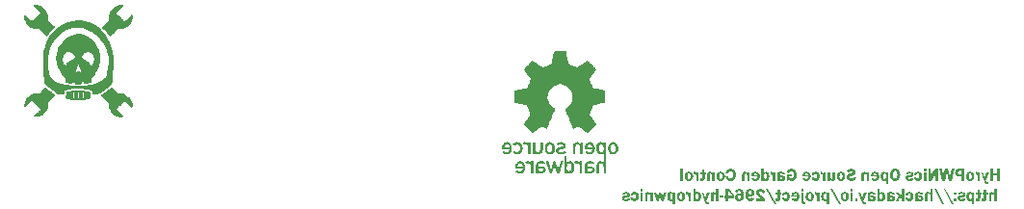
<source format=gbo>
G04 Layer_Color=32896*
%FSLAX23Y23*%
%MOIN*%
G70*
G01*
G75*
G36*
X2705Y149D02*
X2705Y140D01*
X2711D01*
Y133D01*
X2706D01*
Y119D01*
Y118D01*
X2706Y117D01*
X2706Y116D01*
X2705Y116D01*
X2705Y115D01*
X2705Y114D01*
X2705Y114D01*
X2705Y113D01*
X2704Y113D01*
X2704Y112D01*
X2704Y112D01*
X2704Y112D01*
X2703Y111D01*
X2703Y111D01*
X2702Y111D01*
X2701Y110D01*
X2700Y110D01*
X2699Y110D01*
X2697Y109D01*
X2697Y109D01*
X2696D01*
X2696Y109D01*
X2695D01*
X2694Y109D01*
X2693Y110D01*
X2692Y110D01*
X2691Y110D01*
X2690Y110D01*
X2690Y110D01*
X2690Y110D01*
X2690D01*
Y117D01*
X2691Y117D01*
X2693D01*
X2694Y117D01*
X2694Y117D01*
X2695Y117D01*
X2695Y117D01*
X2696Y117D01*
X2696Y117D01*
X2696Y117D01*
X2696D01*
X2696Y118D01*
X2696Y118D01*
X2697Y119D01*
Y120D01*
X2697Y120D01*
Y120D01*
Y121D01*
Y133D01*
X2690D01*
Y140D01*
X2697D01*
Y150D01*
X2705Y149D01*
D02*
G37*
G36*
X1825Y313D02*
X1827Y313D01*
X1828Y312D01*
X1830Y312D01*
X1831Y311D01*
X1832Y310D01*
X1833Y310D01*
X1833Y309D01*
Y311D01*
X1833Y312D01*
Y312D01*
X1834Y313D01*
X1834Y313D01*
X1841D01*
X1841Y313D01*
X1842Y313D01*
X1842Y312D01*
Y312D01*
Y273D01*
X1842Y272D01*
X1841Y272D01*
X1841Y271D01*
X1834D01*
X1834Y272D01*
X1833Y272D01*
Y272D01*
Y273D01*
Y297D01*
X1833Y300D01*
X1832Y302D01*
X1831Y303D01*
X1829Y304D01*
X1828Y305D01*
X1826Y305D01*
X1825Y305D01*
X1825D01*
X1823Y305D01*
X1822Y304D01*
X1821Y304D01*
X1820Y304D01*
X1819D01*
X1814Y310D01*
X1815Y311D01*
X1816Y312D01*
X1817Y313D01*
X1818Y313D01*
X1819Y313D01*
X1820Y314D01*
X1823D01*
X1825Y313D01*
D02*
G37*
G36*
X2007D02*
X2008Y313D01*
X2011Y311D01*
X2013Y310D01*
X2014Y310D01*
X2014Y309D01*
X2014Y309D01*
Y310D01*
X2015Y311D01*
X2015Y312D01*
Y313D01*
X2015Y313D01*
X2022D01*
X2022Y313D01*
X2023Y313D01*
X2023Y312D01*
Y312D01*
Y273D01*
X2023Y272D01*
X2022Y272D01*
X2022Y271D01*
X2016D01*
X2015Y272D01*
X2015Y272D01*
X2014Y272D01*
Y273D01*
Y294D01*
Y296D01*
X2014Y297D01*
X2013Y300D01*
X2012Y302D01*
X2010Y304D01*
X2009Y305D01*
X2007Y305D01*
X2006Y305D01*
X2006D01*
X2003Y305D01*
X2001Y304D01*
X2000Y303D01*
X1999Y301D01*
X1999Y300D01*
X1998Y299D01*
Y299D01*
Y298D01*
Y273D01*
X1998Y272D01*
X1998Y272D01*
X1997Y271D01*
X1990D01*
X1990Y272D01*
X1989Y272D01*
Y272D01*
Y273D01*
Y298D01*
Y300D01*
X1989Y301D01*
X1990Y303D01*
Y303D01*
X1991Y307D01*
X1993Y309D01*
X1996Y311D01*
X1998Y312D01*
X2000Y313D01*
X2002Y313D01*
X2003Y314D01*
X2005D01*
X2007Y313D01*
D02*
G37*
G36*
X2203Y141D02*
X2204Y141D01*
X2205Y141D01*
X2206Y140D01*
X2207Y140D01*
X2208Y140D01*
X2209Y139D01*
X2210Y139D01*
X2210Y138D01*
X2211Y138D01*
X2211Y138D01*
X2212Y137D01*
X2212Y137D01*
X2212Y137D01*
X2213Y137D01*
X2213Y137D01*
X2213Y136D01*
X2214Y135D01*
X2215Y134D01*
X2215Y133D01*
X2215Y132D01*
X2216Y131D01*
X2216Y129D01*
X2216Y128D01*
X2217Y127D01*
X2217Y127D01*
X2217Y126D01*
X2217Y126D01*
Y125D01*
Y125D01*
Y125D01*
X2217Y124D01*
X2217Y122D01*
X2216Y121D01*
X2216Y120D01*
X2216Y119D01*
X2215Y118D01*
X2215Y117D01*
X2215Y117D01*
X2214Y116D01*
X2214Y115D01*
X2214Y115D01*
X2213Y114D01*
X2213Y114D01*
X2213Y114D01*
X2213Y114D01*
X2213Y114D01*
X2212Y113D01*
X2211Y112D01*
X2210Y112D01*
X2209Y111D01*
X2208Y111D01*
X2208Y110D01*
X2206Y110D01*
X2205Y110D01*
X2204Y110D01*
X2204Y109D01*
X2203Y109D01*
X2203Y109D01*
X2202D01*
X2201Y109D01*
X2200Y109D01*
X2198Y110D01*
X2197Y110D01*
X2197Y110D01*
X2196Y111D01*
X2195Y111D01*
X2195Y111D01*
X2194Y112D01*
X2194Y112D01*
X2193Y112D01*
X2193Y112D01*
X2193Y113D01*
X2193Y113D01*
X2193Y113D01*
X2192Y113D01*
X2191Y114D01*
X2191Y115D01*
X2190Y115D01*
X2190Y117D01*
X2189Y118D01*
X2189Y120D01*
X2188Y120D01*
X2188Y120D01*
X2188Y121D01*
X2188Y121D01*
Y121D01*
Y121D01*
X2197Y122D01*
X2197Y121D01*
X2197Y120D01*
X2197Y119D01*
X2198Y119D01*
X2198Y118D01*
X2199Y118D01*
X2199Y118D01*
X2199Y117D01*
X2200Y117D01*
X2201Y117D01*
X2201D01*
X2201Y117D01*
X2202D01*
X2202Y117D01*
X2203Y117D01*
X2204Y117D01*
X2204Y117D01*
X2205Y118D01*
X2205Y118D01*
X2205Y118D01*
X2205Y118D01*
X2205Y119D01*
X2206Y119D01*
X2206Y119D01*
X2206Y120D01*
X2206Y121D01*
X2206Y123D01*
X2207Y124D01*
Y124D01*
X2207Y125D01*
Y125D01*
Y125D01*
Y125D01*
Y126D01*
X2207Y127D01*
X2206Y128D01*
X2206Y130D01*
X2206Y131D01*
X2205Y131D01*
X2205Y132D01*
X2205Y133D01*
X2204Y133D01*
X2204Y134D01*
X2203Y134D01*
X2203Y134D01*
X2202Y134D01*
X2202Y134D01*
X2202Y134D01*
X2201D01*
X2201Y134D01*
X2200Y134D01*
X2199Y134D01*
X2199Y133D01*
X2198Y133D01*
X2198Y133D01*
X2197Y132D01*
X2197Y131D01*
X2197Y130D01*
X2197Y129D01*
X2197Y129D01*
Y129D01*
Y129D01*
X2188Y129D01*
X2188Y130D01*
X2189Y131D01*
X2189Y133D01*
X2190Y134D01*
X2190Y135D01*
X2191Y136D01*
X2192Y137D01*
X2192Y137D01*
X2192Y137D01*
X2192Y138D01*
X2192Y138D01*
X2192Y138D01*
X2193Y138D01*
X2194Y139D01*
X2195Y139D01*
X2195Y140D01*
X2197Y140D01*
X2198Y141D01*
X2200Y141D01*
X2200Y141D01*
X2201Y141D01*
X2201Y141D01*
X2202D01*
X2203Y141D01*
D02*
G37*
G36*
X3419Y149D02*
X3420Y140D01*
X3425D01*
Y133D01*
X3420D01*
Y119D01*
Y118D01*
X3420Y117D01*
X3420Y116D01*
X3420Y116D01*
X3420Y115D01*
X3420Y114D01*
X3419Y114D01*
X3419Y113D01*
X3419Y113D01*
X3419Y112D01*
X3418Y112D01*
X3418Y112D01*
X3418Y111D01*
X3417Y111D01*
X3417Y111D01*
X3416Y110D01*
X3414Y110D01*
X3413Y110D01*
X3412Y109D01*
X3411Y109D01*
X3411D01*
X3410Y109D01*
X3409D01*
X3408Y109D01*
X3407Y110D01*
X3407Y110D01*
X3406Y110D01*
X3405Y110D01*
X3405Y110D01*
X3405Y110D01*
X3404D01*
Y117D01*
X3405Y117D01*
X3407D01*
X3408Y117D01*
X3409Y117D01*
X3409Y117D01*
X3410Y117D01*
X3410Y117D01*
X3410Y117D01*
X3410Y117D01*
X3411D01*
X3411Y118D01*
X3411Y118D01*
X3411Y119D01*
Y120D01*
X3411Y120D01*
Y120D01*
Y121D01*
Y133D01*
X3405D01*
Y140D01*
X3411D01*
Y150D01*
X3419Y149D01*
D02*
G37*
G36*
X3397D02*
X3398Y140D01*
X3403D01*
Y133D01*
X3399D01*
Y119D01*
Y118D01*
X3398Y117D01*
X3398Y116D01*
X3398Y116D01*
X3398Y115D01*
X3398Y114D01*
X3398Y114D01*
X3397Y113D01*
X3397Y113D01*
X3397Y112D01*
X3397Y112D01*
X3396Y112D01*
X3396Y111D01*
X3396Y111D01*
X3395Y111D01*
X3394Y110D01*
X3393Y110D01*
X3391Y110D01*
X3390Y109D01*
X3390Y109D01*
X3389D01*
X3389Y109D01*
X3388D01*
X3387Y109D01*
X3386Y110D01*
X3385Y110D01*
X3384Y110D01*
X3383Y110D01*
X3383Y110D01*
X3383Y110D01*
X3383D01*
Y117D01*
X3384Y117D01*
X3385D01*
X3386Y117D01*
X3387Y117D01*
X3388Y117D01*
X3388Y117D01*
X3388Y117D01*
X3389Y117D01*
X3389Y117D01*
X3389D01*
X3389Y118D01*
X3389Y118D01*
X3389Y119D01*
Y120D01*
X3390Y120D01*
Y120D01*
Y121D01*
Y133D01*
X3383D01*
Y140D01*
X3390D01*
Y150D01*
X3397Y149D01*
D02*
G37*
G36*
X2760Y141D02*
X2761Y141D01*
X2762Y141D01*
X2763Y140D01*
X2764Y140D01*
X2765Y140D01*
X2766Y139D01*
X2766Y139D01*
X2767Y138D01*
X2767Y138D01*
X2768Y138D01*
X2768Y137D01*
X2769Y137D01*
X2769Y137D01*
X2769Y137D01*
X2769Y137D01*
X2770Y136D01*
X2771Y135D01*
X2771Y134D01*
X2771Y133D01*
X2772Y132D01*
X2772Y131D01*
X2773Y129D01*
X2773Y128D01*
X2773Y127D01*
X2773Y127D01*
X2773Y126D01*
X2773Y126D01*
Y125D01*
Y125D01*
Y125D01*
X2773Y123D01*
X2773Y121D01*
X2773Y120D01*
X2772Y119D01*
X2772Y118D01*
X2772Y117D01*
X2772Y117D01*
X2771Y117D01*
X2771Y117D01*
X2771Y117D01*
Y116D01*
X2770Y115D01*
X2770Y114D01*
X2769Y113D01*
X2768Y113D01*
X2767Y112D01*
X2766Y111D01*
X2766Y111D01*
X2766Y111D01*
X2766D01*
X2765Y111D01*
X2763Y110D01*
X2762Y110D01*
X2761Y110D01*
X2760Y109D01*
X2759Y109D01*
X2759Y109D01*
X2758D01*
X2756Y109D01*
X2755Y110D01*
X2753Y110D01*
X2752Y111D01*
X2750Y112D01*
X2749Y113D01*
X2748Y114D01*
X2747Y115D01*
X2747Y116D01*
X2746Y117D01*
X2745Y117D01*
X2745Y118D01*
X2745Y119D01*
X2745Y119D01*
X2744Y120D01*
X2744Y120D01*
X2753Y120D01*
X2753Y120D01*
X2753Y119D01*
X2753Y118D01*
X2754Y118D01*
X2754Y117D01*
X2755Y117D01*
X2755Y117D01*
X2756Y116D01*
X2756Y116D01*
X2757Y116D01*
X2757D01*
X2758Y116D01*
X2758D01*
X2759Y116D01*
X2760Y116D01*
X2760Y116D01*
X2761Y117D01*
X2761Y117D01*
X2762Y117D01*
X2762Y117D01*
X2762Y117D01*
X2763Y118D01*
X2763Y119D01*
X2763Y120D01*
X2764Y120D01*
X2764Y121D01*
X2764Y122D01*
Y122D01*
Y122D01*
Y122D01*
Y123D01*
Y123D01*
Y124D01*
Y124D01*
Y124D01*
X2744D01*
X2744Y125D01*
X2744Y127D01*
X2745Y128D01*
X2745Y130D01*
X2745Y131D01*
X2746Y132D01*
X2746Y133D01*
X2746Y134D01*
X2747Y134D01*
X2747Y135D01*
X2747Y136D01*
X2748Y136D01*
X2748Y136D01*
X2748Y137D01*
X2748Y137D01*
X2748Y137D01*
X2749Y138D01*
X2750Y138D01*
X2751Y139D01*
X2752Y139D01*
X2753Y140D01*
X2753Y140D01*
X2755Y141D01*
X2756Y141D01*
X2756Y141D01*
X2757Y141D01*
X2757Y141D01*
X2758Y141D01*
X2758D01*
X2760Y141D01*
D02*
G37*
G36*
X1884Y313D02*
X1884Y313D01*
X1885Y312D01*
Y312D01*
Y287D01*
X1884Y284D01*
X1884Y282D01*
X1883Y278D01*
X1881Y276D01*
X1878Y274D01*
X1876Y272D01*
X1874Y271D01*
X1872Y271D01*
X1872Y271D01*
X1870D01*
X1867Y271D01*
X1865Y272D01*
X1863Y272D01*
X1862Y273D01*
X1861Y274D01*
X1860Y275D01*
X1860Y275D01*
Y276D01*
X1859D01*
Y274D01*
X1859Y273D01*
Y272D01*
X1859Y272D01*
X1859Y271D01*
X1852D01*
X1851Y272D01*
X1851Y272D01*
X1851Y272D01*
Y273D01*
Y312D01*
X1851Y313D01*
X1851Y313D01*
X1852Y313D01*
X1858D01*
X1859Y313D01*
X1859Y313D01*
X1859Y312D01*
Y312D01*
Y288D01*
X1860Y285D01*
X1861Y283D01*
X1862Y282D01*
X1863Y281D01*
X1864Y280D01*
X1866Y280D01*
X1867Y279D01*
X1868D01*
X1870Y280D01*
X1872Y281D01*
X1873Y282D01*
X1874Y284D01*
X1875Y285D01*
X1876Y287D01*
X1876Y288D01*
Y288D01*
Y312D01*
X1876Y313D01*
X1876Y313D01*
X1877Y313D01*
X1884D01*
X1884Y313D01*
D02*
G37*
G36*
X1965Y626D02*
X1966Y625D01*
X1966Y623D01*
X1967Y620D01*
X1968Y617D01*
X1968Y614D01*
X1970Y606D01*
X1971Y598D01*
X1972Y594D01*
X1973Y591D01*
X1973Y589D01*
X1974Y586D01*
X1974Y585D01*
Y585D01*
X1976Y584D01*
X1978Y583D01*
X1982Y580D01*
X1987Y578D01*
X1992Y576D01*
X1997Y575D01*
X1999Y574D01*
X2001Y573D01*
X2002Y573D01*
X2003Y572D01*
X2004Y572D01*
X2004D01*
X2039Y596D01*
X2040Y596D01*
X2041Y595D01*
X2043Y593D01*
X2045Y591D01*
X2047Y589D01*
X2049Y586D01*
X2055Y581D01*
X2060Y576D01*
X2063Y573D01*
X2065Y571D01*
X2067Y569D01*
X2068Y567D01*
X2069Y566D01*
X2069Y566D01*
Y565D01*
X2047Y531D01*
Y530D01*
X2047Y529D01*
X2047Y528D01*
X2048Y527D01*
X2049Y525D01*
X2049Y522D01*
X2050Y520D01*
X2053Y515D01*
X2055Y510D01*
X2056Y507D01*
X2057Y505D01*
X2058Y503D01*
X2058Y502D01*
X2059Y501D01*
X2059Y501D01*
X2059Y501D01*
X2060Y500D01*
X2062Y500D01*
X2064Y499D01*
X2067Y498D01*
X2070Y498D01*
X2076Y497D01*
X2083Y495D01*
X2086Y495D01*
X2089Y494D01*
X2091Y494D01*
X2093Y494D01*
X2094Y493D01*
X2094D01*
X2096Y493D01*
X2098Y493D01*
X2099Y492D01*
X2100Y491D01*
X2101Y490D01*
X2101Y489D01*
Y488D01*
Y488D01*
Y452D01*
X2100Y450D01*
X2100Y449D01*
X2098Y449D01*
X2096Y448D01*
X2093Y448D01*
X2090Y447D01*
X2087Y447D01*
X2080Y445D01*
X2073Y444D01*
X2070Y443D01*
X2067Y443D01*
X2065Y442D01*
X2063Y442D01*
X2062Y442D01*
X2061D01*
X2061Y442D01*
X2060Y440D01*
X2059Y439D01*
X2058Y437D01*
X2057Y434D01*
X2056Y432D01*
X2054Y426D01*
X2051Y420D01*
X2050Y417D01*
X2049Y415D01*
X2049Y413D01*
X2048Y411D01*
X2048Y410D01*
Y410D01*
Y408D01*
X2051Y403D01*
X2055Y398D01*
X2058Y394D01*
X2060Y390D01*
X2062Y387D01*
X2064Y384D01*
X2065Y382D01*
X2067Y380D01*
X2068Y379D01*
X2068Y378D01*
X2069Y377D01*
X2069Y376D01*
X2069Y376D01*
Y375D01*
Y375D01*
X2065Y371D01*
X2062Y367D01*
X2059Y364D01*
X2056Y361D01*
X2053Y358D01*
X2051Y356D01*
X2049Y354D01*
X2047Y352D01*
X2045Y350D01*
X2044Y349D01*
X2042Y347D01*
X2041Y346D01*
X2040Y346D01*
X2040D01*
X2039Y346D01*
X2038Y347D01*
X2036Y348D01*
X2034Y349D01*
X2031Y351D01*
X2029Y353D01*
X2023Y357D01*
X2017Y361D01*
X2014Y362D01*
X2012Y364D01*
X2010Y365D01*
X2008Y366D01*
X2007Y367D01*
X2007Y367D01*
X2005Y366D01*
X2002Y365D01*
X1997Y363D01*
X1995Y362D01*
X1993Y361D01*
X1992Y360D01*
X1991Y360D01*
X1991D01*
X1990Y360D01*
X1990Y361D01*
X1989Y362D01*
X1989Y363D01*
X1988Y364D01*
X1987Y366D01*
X1985Y371D01*
X1983Y376D01*
X1980Y382D01*
X1978Y388D01*
X1975Y394D01*
X1973Y401D01*
X1970Y407D01*
X1968Y412D01*
X1966Y418D01*
X1964Y422D01*
X1963Y424D01*
X1963Y425D01*
X1962Y426D01*
X1962Y427D01*
X1962Y428D01*
Y428D01*
Y429D01*
X1966Y432D01*
X1970Y436D01*
X1974Y439D01*
X1977Y442D01*
X1980Y446D01*
X1982Y449D01*
X1983Y452D01*
X1985Y456D01*
X1986Y458D01*
X1987Y461D01*
X1987Y464D01*
X1988Y466D01*
X1988Y467D01*
X1988Y469D01*
Y469D01*
Y470D01*
X1988Y475D01*
X1987Y477D01*
X1987Y479D01*
X1987Y481D01*
X1986Y483D01*
X1986Y484D01*
Y484D01*
X1983Y489D01*
X1980Y494D01*
X1977Y498D01*
X1974Y501D01*
X1971Y504D01*
X1967Y507D01*
X1964Y509D01*
X1960Y510D01*
X1957Y512D01*
X1954Y513D01*
X1952Y513D01*
X1949Y514D01*
X1948Y514D01*
X1946Y514D01*
X1944D01*
X1943Y514D01*
X1941Y514D01*
X1939D01*
X1937Y513D01*
X1936Y513D01*
X1935Y513D01*
X1934D01*
X1929Y510D01*
X1923Y508D01*
X1919Y505D01*
X1915Y501D01*
X1912Y498D01*
X1909Y494D01*
X1907Y491D01*
X1905Y487D01*
X1904Y484D01*
X1903Y481D01*
X1902Y478D01*
X1902Y475D01*
X1901Y473D01*
X1901Y472D01*
Y471D01*
Y470D01*
Y470D01*
X1901Y465D01*
X1902Y461D01*
X1904Y457D01*
X1905Y453D01*
X1907Y449D01*
X1909Y446D01*
X1912Y443D01*
X1914Y440D01*
X1917Y438D01*
X1919Y435D01*
X1921Y434D01*
X1923Y432D01*
X1925Y431D01*
X1926Y430D01*
X1927Y429D01*
X1927Y429D01*
Y429D01*
X1927Y428D01*
X1927Y427D01*
X1926Y425D01*
X1925Y423D01*
X1925Y422D01*
X1923Y417D01*
X1921Y412D01*
X1918Y406D01*
X1916Y400D01*
X1913Y393D01*
X1910Y387D01*
X1908Y381D01*
X1905Y375D01*
X1903Y370D01*
X1901Y366D01*
X1901Y364D01*
X1900Y362D01*
X1900Y361D01*
X1899Y360D01*
X1899Y360D01*
Y360D01*
X1898D01*
X1898Y360D01*
X1896Y361D01*
X1893Y362D01*
X1890Y364D01*
X1888Y365D01*
X1885Y366D01*
X1884Y367D01*
X1884Y367D01*
X1883Y367D01*
X1883D01*
X1883Y367D01*
X1881Y366D01*
X1880Y365D01*
X1877Y364D01*
X1875Y362D01*
X1872Y361D01*
X1866Y357D01*
X1860Y353D01*
X1858Y351D01*
X1855Y349D01*
X1853Y348D01*
X1852Y347D01*
X1851Y346D01*
X1850Y346D01*
X1849D01*
X1844Y351D01*
X1839Y355D01*
X1835Y359D01*
X1832Y363D01*
X1829Y365D01*
X1827Y368D01*
X1825Y370D01*
X1823Y372D01*
X1822Y373D01*
X1821Y374D01*
X1820Y375D01*
X1820Y375D01*
X1819Y376D01*
Y376D01*
X1823Y382D01*
X1827Y387D01*
X1830Y391D01*
X1832Y395D01*
X1834Y398D01*
X1836Y401D01*
X1837Y403D01*
X1839Y405D01*
X1840Y406D01*
X1840Y407D01*
X1841Y408D01*
X1841Y409D01*
X1841Y409D01*
Y410D01*
X1841Y410D01*
X1841Y411D01*
X1840Y413D01*
X1839Y415D01*
X1839Y417D01*
X1838Y420D01*
X1835Y426D01*
X1833Y431D01*
X1832Y434D01*
X1831Y436D01*
X1830Y438D01*
X1830Y439D01*
X1830Y440D01*
X1829Y441D01*
X1829Y441D01*
X1827Y441D01*
X1826Y442D01*
X1824Y442D01*
X1821Y443D01*
X1817Y444D01*
X1813Y445D01*
X1811Y445D01*
X1809Y445D01*
X1808Y446D01*
X1807D01*
X1806Y446D01*
X1806D01*
X1803Y446D01*
X1800Y447D01*
X1798Y447D01*
X1796Y448D01*
X1794Y448D01*
X1793Y448D01*
X1791Y449D01*
X1790Y449D01*
X1789Y450D01*
X1788Y450D01*
X1788Y451D01*
Y489D01*
Y490D01*
X1788Y491D01*
X1789Y491D01*
X1789Y491D01*
X1789Y492D01*
X1791Y492D01*
X1793Y493D01*
X1795Y493D01*
X1798Y494D01*
X1801Y495D01*
X1809Y496D01*
X1816Y497D01*
X1819Y498D01*
X1822Y498D01*
X1825Y499D01*
X1827Y499D01*
X1828Y499D01*
X1828D01*
X1829Y500D01*
X1830Y501D01*
X1831Y502D01*
X1832Y504D01*
X1833Y506D01*
X1834Y509D01*
X1836Y515D01*
X1839Y520D01*
X1840Y523D01*
X1841Y525D01*
X1841Y527D01*
X1842Y529D01*
X1842Y530D01*
X1843Y530D01*
Y531D01*
X1839Y537D01*
X1835Y542D01*
X1832Y546D01*
X1829Y550D01*
X1827Y554D01*
X1825Y556D01*
X1824Y559D01*
X1823Y561D01*
X1822Y562D01*
X1821Y563D01*
X1821Y564D01*
X1820Y565D01*
X1820Y565D01*
Y566D01*
Y566D01*
X1824Y570D01*
X1827Y574D01*
X1831Y577D01*
X1833Y580D01*
X1836Y583D01*
X1838Y585D01*
X1841Y587D01*
X1842Y589D01*
X1844Y591D01*
X1845Y592D01*
X1847Y594D01*
X1849Y595D01*
X1849Y595D01*
X1849D01*
X1850Y595D01*
X1851Y594D01*
X1853Y593D01*
X1856Y592D01*
X1858Y590D01*
X1861Y588D01*
X1868Y584D01*
X1874Y579D01*
X1877Y577D01*
X1879Y576D01*
X1882Y574D01*
X1883Y573D01*
X1884Y572D01*
X1885Y572D01*
X1885Y572D01*
X1887Y573D01*
X1888Y573D01*
X1890Y574D01*
X1893Y575D01*
X1895Y576D01*
X1900Y578D01*
X1906Y580D01*
X1908Y581D01*
X1910Y582D01*
X1912Y583D01*
X1913Y583D01*
X1914Y584D01*
X1914D01*
X1915Y585D01*
X1915Y586D01*
X1916Y588D01*
X1916Y590D01*
X1917Y593D01*
X1917Y595D01*
X1918Y601D01*
X1919Y606D01*
X1920Y609D01*
X1920Y611D01*
X1921Y613D01*
X1921Y614D01*
X1921Y615D01*
Y615D01*
Y617D01*
X1921Y619D01*
X1922Y622D01*
X1923Y624D01*
X1923Y625D01*
X1924Y626D01*
X1925Y627D01*
X1926Y627D01*
X1965D01*
X1965Y626D01*
D02*
G37*
G36*
X3316Y110D02*
X3307D01*
Y119D01*
X3316D01*
Y110D01*
D02*
G37*
G36*
X1766Y313D02*
X1768Y312D01*
X1770Y311D01*
X1772Y309D01*
X1773Y308D01*
X1774Y306D01*
X1776Y303D01*
X1777Y300D01*
X1778Y297D01*
X1778Y296D01*
Y295D01*
Y294D01*
Y294D01*
Y290D01*
Y288D01*
X1778Y286D01*
X1778Y285D01*
Y285D01*
Y285D01*
X1777Y282D01*
X1776Y280D01*
X1775Y278D01*
X1773Y277D01*
X1771Y274D01*
X1768Y273D01*
X1766Y272D01*
X1763Y271D01*
X1762Y271D01*
X1759D01*
X1756Y271D01*
X1753Y272D01*
X1751Y273D01*
X1749Y274D01*
X1747Y275D01*
X1746Y276D01*
X1745Y277D01*
X1745Y277D01*
Y278D01*
X1745Y278D01*
X1746Y279D01*
X1748Y281D01*
X1749Y281D01*
X1750Y282D01*
X1750Y282D01*
X1750Y283D01*
X1751D01*
X1753Y281D01*
X1754Y280D01*
X1756Y280D01*
X1757Y279D01*
X1758Y279D01*
X1759Y279D01*
X1760D01*
X1763Y279D01*
X1765Y280D01*
X1767Y282D01*
X1768Y284D01*
X1769Y285D01*
X1770Y287D01*
X1770Y288D01*
Y288D01*
Y289D01*
X1746D01*
X1745Y289D01*
X1745Y289D01*
X1744Y290D01*
Y290D01*
Y302D01*
X1745Y304D01*
X1746Y306D01*
X1749Y309D01*
X1751Y311D01*
X1754Y312D01*
X1756Y313D01*
X1758Y313D01*
X1759Y314D01*
X1763D01*
X1766Y313D01*
D02*
G37*
G36*
X2053D02*
X2055Y312D01*
X2057Y310D01*
X2059Y309D01*
X2061Y305D01*
X2063Y301D01*
X2064Y298D01*
X2064Y295D01*
X2065Y294D01*
Y293D01*
Y292D01*
Y292D01*
Y291D01*
X2064Y289D01*
X2064Y286D01*
X2064Y285D01*
Y284D01*
X2064Y283D01*
Y283D01*
X2063Y281D01*
X2062Y279D01*
X2060Y277D01*
X2059Y276D01*
X2056Y274D01*
X2054Y272D01*
X2051Y272D01*
X2049Y271D01*
X2048Y271D01*
X2045D01*
X2042Y271D01*
X2039Y272D01*
X2037Y273D01*
X2035Y274D01*
X2033Y275D01*
X2032Y276D01*
X2032Y277D01*
X2031Y277D01*
Y278D01*
X2032Y278D01*
X2032Y279D01*
X2034Y281D01*
X2036Y282D01*
X2036Y282D01*
X2037Y283D01*
X2037D01*
X2039Y281D01*
X2040Y280D01*
X2042Y280D01*
X2043Y279D01*
X2044Y279D01*
X2045Y279D01*
X2046D01*
X2049Y279D01*
X2051Y280D01*
X2053Y282D01*
X2054Y284D01*
X2055Y286D01*
X2056Y287D01*
X2056Y288D01*
Y289D01*
X2031D01*
X2030Y289D01*
X2030Y289D01*
Y290D01*
Y290D01*
Y295D01*
Y297D01*
X2030Y299D01*
X2030Y300D01*
Y300D01*
X2031Y302D01*
X2032Y304D01*
X2033Y306D01*
X2034Y308D01*
X2037Y310D01*
X2040Y312D01*
X2042Y313D01*
X2045Y313D01*
X2046Y314D01*
X2051D01*
X2053Y313D01*
D02*
G37*
G36*
X1799Y313D02*
X1801Y313D01*
X1802Y313D01*
X1802Y313D01*
X1805Y312D01*
X1806Y310D01*
X1808Y309D01*
X1809Y308D01*
X1812Y304D01*
X1813Y301D01*
X1814Y298D01*
X1814Y295D01*
X1815Y294D01*
Y293D01*
Y293D01*
Y293D01*
X1814Y290D01*
X1814Y287D01*
X1814Y286D01*
Y285D01*
X1814Y284D01*
Y284D01*
X1813Y282D01*
X1812Y280D01*
X1810Y278D01*
X1809Y276D01*
X1806Y274D01*
X1803Y273D01*
X1801Y272D01*
X1799Y271D01*
X1797Y271D01*
X1795D01*
X1792Y271D01*
X1789Y272D01*
X1787Y273D01*
X1785Y274D01*
X1783Y276D01*
X1782Y277D01*
X1781Y278D01*
X1781Y278D01*
Y278D01*
X1781Y279D01*
X1782Y280D01*
X1783Y280D01*
X1784Y281D01*
X1785Y282D01*
X1786Y283D01*
X1786Y283D01*
X1787Y284D01*
X1788Y282D01*
X1790Y281D01*
X1791Y280D01*
X1792Y280D01*
X1793Y280D01*
X1794Y279D01*
X1795D01*
X1797Y280D01*
X1798Y280D01*
X1801Y281D01*
X1803Y284D01*
X1805Y286D01*
X1806Y288D01*
X1806Y291D01*
X1806Y292D01*
Y292D01*
Y293D01*
X1806Y295D01*
X1806Y297D01*
X1805Y298D01*
X1804Y300D01*
X1803Y302D01*
X1801Y304D01*
X1799Y304D01*
X1797Y305D01*
X1796Y305D01*
X1796D01*
X1794Y305D01*
X1792Y304D01*
X1789Y303D01*
X1788Y302D01*
X1787Y302D01*
X1787Y301D01*
X1787Y301D01*
X1785Y302D01*
X1784Y303D01*
X1783Y304D01*
X1782Y305D01*
X1781Y306D01*
X1781Y306D01*
Y307D01*
X1783Y309D01*
X1785Y311D01*
X1788Y312D01*
X1790Y313D01*
X1791Y313D01*
X1793Y314D01*
X1797D01*
X1799Y313D01*
D02*
G37*
G36*
X2726Y141D02*
X2728Y141D01*
X2729Y141D01*
X2730Y140D01*
X2731Y140D01*
X2732Y140D01*
X2732Y139D01*
X2733Y139D01*
X2734Y138D01*
X2734Y138D01*
X2735Y138D01*
X2735Y137D01*
X2736Y137D01*
X2736Y137D01*
X2736Y137D01*
X2736Y137D01*
X2737Y136D01*
X2738Y135D01*
X2738Y134D01*
X2739Y133D01*
X2739Y132D01*
X2739Y131D01*
X2740Y129D01*
X2740Y128D01*
X2740Y127D01*
X2740Y127D01*
X2740Y126D01*
X2740Y126D01*
Y125D01*
Y125D01*
Y125D01*
X2740Y124D01*
X2740Y122D01*
X2740Y121D01*
X2740Y120D01*
X2739Y119D01*
X2739Y118D01*
X2739Y117D01*
X2738Y117D01*
X2738Y116D01*
X2738Y115D01*
X2737Y115D01*
X2737Y114D01*
X2737Y114D01*
X2736Y114D01*
X2736Y114D01*
X2736Y114D01*
X2735Y113D01*
X2735Y112D01*
X2734Y112D01*
X2733Y111D01*
X2732Y111D01*
X2731Y110D01*
X2729Y110D01*
X2729Y110D01*
X2728Y110D01*
X2727Y109D01*
X2727Y109D01*
X2726Y109D01*
X2726D01*
X2725Y109D01*
X2724Y109D01*
X2722Y110D01*
X2721Y110D01*
X2720Y110D01*
X2719Y111D01*
X2719Y111D01*
X2718Y111D01*
X2718Y112D01*
X2717Y112D01*
X2717Y112D01*
X2716Y112D01*
X2716Y113D01*
X2716Y113D01*
X2716Y113D01*
X2715Y113D01*
X2715Y114D01*
X2714Y115D01*
X2714Y115D01*
X2713Y117D01*
X2712Y118D01*
X2712Y120D01*
X2712Y120D01*
X2712Y120D01*
X2712Y121D01*
X2712Y121D01*
Y121D01*
Y121D01*
X2720Y122D01*
X2720Y121D01*
X2721Y120D01*
X2721Y119D01*
X2721Y119D01*
X2722Y118D01*
X2722Y118D01*
X2723Y118D01*
X2723Y117D01*
X2724Y117D01*
X2724Y117D01*
X2725D01*
X2725Y117D01*
X2725D01*
X2726Y117D01*
X2727Y117D01*
X2727Y117D01*
X2728Y117D01*
X2728Y118D01*
X2728Y118D01*
X2729Y118D01*
X2729Y118D01*
X2729Y119D01*
X2729Y119D01*
X2729Y119D01*
X2730Y120D01*
X2730Y121D01*
X2730Y123D01*
X2730Y124D01*
Y124D01*
X2730Y125D01*
Y125D01*
Y125D01*
Y125D01*
Y126D01*
X2730Y127D01*
X2730Y128D01*
X2730Y130D01*
X2729Y131D01*
X2729Y131D01*
X2729Y132D01*
X2728Y133D01*
X2728Y133D01*
X2727Y134D01*
X2727Y134D01*
X2726Y134D01*
X2726Y134D01*
X2725Y134D01*
X2725Y134D01*
X2725D01*
X2724Y134D01*
X2723Y134D01*
X2723Y134D01*
X2722Y133D01*
X2722Y133D01*
X2721Y133D01*
X2721Y132D01*
X2720Y131D01*
X2720Y130D01*
X2720Y129D01*
X2720Y129D01*
Y129D01*
Y129D01*
X2712Y129D01*
X2712Y130D01*
X2712Y131D01*
X2713Y133D01*
X2713Y134D01*
X2714Y135D01*
X2715Y136D01*
X2715Y137D01*
X2715Y137D01*
X2716Y137D01*
X2716Y138D01*
X2716Y138D01*
X2716Y138D01*
X2717Y138D01*
X2717Y139D01*
X2718Y139D01*
X2719Y140D01*
X2720Y140D01*
X2722Y141D01*
X2723Y141D01*
X2724Y141D01*
X2724Y141D01*
X2725Y141D01*
X2725D01*
X2726Y141D01*
D02*
G37*
G36*
X3023D02*
X3025Y141D01*
X3027Y140D01*
X3028Y140D01*
X3029Y140D01*
X3029Y140D01*
X3030Y139D01*
X3030Y139D01*
X3031Y139D01*
X3031Y139D01*
X3031Y139D01*
X3031D01*
X3032Y138D01*
X3032Y138D01*
X3033Y137D01*
X3033Y137D01*
X3034Y136D01*
X3035Y134D01*
X3035Y133D01*
X3035Y133D01*
X3036Y132D01*
X3036Y132D01*
X3036Y132D01*
X3036Y132D01*
Y132D01*
X3028Y131D01*
X3027Y132D01*
X3027Y132D01*
X3027Y133D01*
X3026Y133D01*
X3026Y134D01*
X3026Y134D01*
X3025Y135D01*
X3024Y135D01*
X3023Y135D01*
X3023Y135D01*
X3022D01*
X3022Y135D01*
X3021Y135D01*
X3020Y135D01*
X3020Y134D01*
X3019Y134D01*
X3019Y134D01*
X3019Y133D01*
X3018Y133D01*
X3018Y132D01*
X3018Y131D01*
X3018Y131D01*
Y131D01*
Y131D01*
Y131D01*
Y129D01*
X3019Y129D01*
X3021Y129D01*
X3022Y129D01*
X3024Y128D01*
X3025Y128D01*
X3026Y128D01*
X3027Y128D01*
X3027Y128D01*
X3028Y127D01*
X3029Y127D01*
X3029Y127D01*
X3030Y127D01*
X3030Y127D01*
X3030Y127D01*
X3030Y127D01*
X3030D01*
X3031Y126D01*
X3033Y126D01*
X3033Y125D01*
X3034Y125D01*
X3035Y124D01*
X3035Y124D01*
X3035Y123D01*
X3035Y123D01*
X3036Y122D01*
X3036Y121D01*
X3036Y120D01*
X3037Y120D01*
X3037Y119D01*
X3037Y118D01*
Y118D01*
Y118D01*
Y118D01*
X3037Y116D01*
X3036Y115D01*
X3036Y114D01*
X3035Y113D01*
X3035Y113D01*
X3035Y112D01*
X3034Y112D01*
X3034Y112D01*
X3033Y111D01*
X3032Y110D01*
X3031Y110D01*
X3030Y110D01*
X3029Y109D01*
X3028Y109D01*
X3028D01*
X3028Y109D01*
X3027D01*
X3026Y109D01*
X3025Y110D01*
X3024Y110D01*
X3024Y110D01*
X3023Y110D01*
X3022Y110D01*
X3022Y110D01*
X3022Y110D01*
X3021Y111D01*
X3020Y111D01*
X3020Y112D01*
X3019Y113D01*
X3018Y114D01*
X3018Y114D01*
X3018Y115D01*
X3017Y115D01*
Y114D01*
X3017Y113D01*
X3017Y112D01*
X3017Y111D01*
X3017Y111D01*
X3017Y110D01*
X3017Y110D01*
Y110D01*
X3008D01*
X3009Y111D01*
X3009Y112D01*
X3009Y113D01*
X3009Y113D01*
X3009Y114D01*
Y115D01*
Y115D01*
Y115D01*
Y116D01*
Y116D01*
Y129D01*
Y131D01*
X3009Y132D01*
X3009Y133D01*
X3009Y134D01*
X3009Y134D01*
X3009Y135D01*
X3009Y135D01*
Y135D01*
X3010Y136D01*
X3010Y136D01*
X3010Y137D01*
X3011Y137D01*
X3011Y138D01*
X3011Y138D01*
X3011Y138D01*
X3012Y138D01*
X3012Y139D01*
X3013Y139D01*
X3014Y139D01*
X3014Y140D01*
X3015Y140D01*
X3015Y140D01*
X3016Y140D01*
X3016D01*
X3017Y141D01*
X3018Y141D01*
X3019Y141D01*
X3020Y141D01*
X3021D01*
X3021Y141D01*
X3022D01*
X3023Y141D01*
D02*
G37*
G36*
X1952Y313D02*
X1954Y313D01*
X1956Y312D01*
X1958Y311D01*
X1959Y310D01*
X1960Y309D01*
X1962Y307D01*
X1963Y305D01*
X1964Y304D01*
X1964Y303D01*
Y302D01*
Y300D01*
X1964Y298D01*
X1963Y296D01*
X1962Y294D01*
X1960Y293D01*
X1959Y291D01*
X1958Y291D01*
X1957Y290D01*
X1957Y290D01*
X1954Y290D01*
X1951Y289D01*
X1949Y289D01*
X1947Y288D01*
X1945Y288D01*
X1944Y288D01*
X1943Y287D01*
X1942Y287D01*
X1941Y286D01*
X1940Y286D01*
X1940Y286D01*
Y283D01*
X1941Y281D01*
X1942Y280D01*
X1943Y280D01*
X1944Y279D01*
X1945Y279D01*
X1946Y279D01*
X1947D01*
X1950Y279D01*
X1953Y280D01*
X1955Y281D01*
X1957Y282D01*
X1959Y282D01*
X1960Y283D01*
X1960Y284D01*
X1961Y284D01*
X1963Y282D01*
X1964Y281D01*
X1965Y280D01*
X1966Y279D01*
X1966Y279D01*
X1966Y279D01*
Y278D01*
X1963Y276D01*
X1961Y274D01*
X1958Y273D01*
X1955Y272D01*
X1953Y271D01*
X1951Y271D01*
X1950Y271D01*
X1946D01*
X1944Y271D01*
X1941Y272D01*
X1939Y273D01*
X1937Y274D01*
X1936Y275D01*
X1934Y276D01*
X1933Y278D01*
X1931Y280D01*
X1931Y282D01*
X1931Y283D01*
Y283D01*
Y284D01*
X1931Y287D01*
X1932Y289D01*
X1933Y291D01*
X1935Y293D01*
X1936Y294D01*
X1937Y295D01*
X1938Y295D01*
X1939Y296D01*
X1942Y296D01*
X1944Y296D01*
X1946Y296D01*
X1948Y297D01*
X1950Y297D01*
X1951Y298D01*
X1953Y298D01*
X1954Y299D01*
X1955Y299D01*
X1955Y300D01*
Y300D01*
X1955Y302D01*
X1954Y303D01*
X1953Y304D01*
X1952Y305D01*
X1951Y305D01*
X1950Y306D01*
X1949D01*
X1946Y305D01*
X1944Y305D01*
X1942Y305D01*
X1941Y304D01*
X1939Y303D01*
X1938Y303D01*
X1938Y302D01*
X1937Y302D01*
X1937D01*
X1935Y304D01*
X1934Y305D01*
X1933Y306D01*
X1933Y307D01*
X1932Y308D01*
Y309D01*
X1935Y310D01*
X1938Y312D01*
X1940Y312D01*
X1942Y313D01*
X1944Y313D01*
X1946Y314D01*
X1950D01*
X1952Y313D01*
D02*
G37*
G36*
X2131Y313D02*
X2133Y313D01*
X2134Y313D01*
X2135Y313D01*
X2138Y311D01*
X2141Y308D01*
X2143Y305D01*
X2144Y302D01*
X2145Y300D01*
X2145Y298D01*
X2145Y296D01*
Y296D01*
Y296D01*
Y289D01*
Y287D01*
X2145Y285D01*
X2145Y284D01*
Y283D01*
Y283D01*
X2144Y281D01*
X2143Y279D01*
X2141Y277D01*
X2140Y276D01*
X2138Y274D01*
X2135Y272D01*
X2133Y272D01*
X2131Y271D01*
X2129Y271D01*
X2126D01*
X2124Y271D01*
X2123Y271D01*
X2121Y272D01*
X2121Y272D01*
X2121D01*
X2119Y273D01*
X2117Y274D01*
X2115Y277D01*
X2113Y280D01*
X2112Y284D01*
X2111Y287D01*
X2111Y290D01*
X2110Y291D01*
Y291D01*
Y292D01*
Y292D01*
Y294D01*
X2111Y297D01*
X2111Y300D01*
X2112Y302D01*
X2113Y304D01*
X2114Y306D01*
X2115Y308D01*
X2118Y310D01*
X2121Y312D01*
X2123Y313D01*
X2124Y313D01*
X2125D01*
X2125Y314D01*
X2129D01*
X2131Y313D01*
D02*
G37*
G36*
X2566Y152D02*
X2567Y151D01*
X2569Y151D01*
X2570Y151D01*
X2571Y150D01*
X2572Y150D01*
X2573Y149D01*
X2574Y149D01*
X2575Y148D01*
X2575Y148D01*
X2576Y147D01*
X2576Y147D01*
X2577Y146D01*
X2577Y146D01*
X2577Y146D01*
X2577Y146D01*
X2578Y144D01*
X2578Y143D01*
X2579Y142D01*
X2579Y141D01*
X2580Y139D01*
X2580Y138D01*
X2580Y137D01*
X2581Y135D01*
X2581Y134D01*
X2581Y133D01*
X2581Y132D01*
X2581Y132D01*
X2581Y131D01*
Y130D01*
Y130D01*
Y130D01*
X2581Y128D01*
X2581Y127D01*
X2581Y125D01*
X2581Y124D01*
X2580Y123D01*
X2580Y123D01*
X2580Y122D01*
X2580Y122D01*
X2580Y121D01*
X2580Y121D01*
X2580Y121D01*
Y121D01*
X2579Y119D01*
X2579Y118D01*
X2578Y116D01*
X2577Y115D01*
X2576Y114D01*
X2576Y114D01*
X2575Y113D01*
X2575Y113D01*
X2575Y113D01*
X2575Y113D01*
X2575Y113D01*
X2574Y112D01*
X2573Y112D01*
X2572Y111D01*
X2571Y111D01*
X2570Y110D01*
X2568Y110D01*
X2567Y110D01*
X2567Y110D01*
X2566Y109D01*
X2565Y109D01*
X2565Y109D01*
X2564D01*
X2563Y109D01*
X2562Y110D01*
X2561Y110D01*
X2560Y110D01*
X2559Y110D01*
X2558Y111D01*
X2557Y111D01*
X2556Y111D01*
X2556Y112D01*
X2555Y112D01*
X2555Y113D01*
X2554Y113D01*
X2554Y113D01*
X2554Y113D01*
X2554Y113D01*
X2554Y113D01*
X2553Y114D01*
X2552Y115D01*
X2552Y116D01*
X2551Y117D01*
X2551Y118D01*
X2550Y118D01*
X2550Y120D01*
X2550Y121D01*
X2550Y121D01*
X2550Y122D01*
X2549Y122D01*
X2549Y123D01*
Y123D01*
Y123D01*
Y123D01*
X2549Y124D01*
X2550Y125D01*
X2550Y126D01*
X2550Y127D01*
X2551Y128D01*
X2551Y130D01*
X2552Y130D01*
X2552Y131D01*
X2552Y131D01*
X2553Y131D01*
X2553Y132D01*
X2553Y132D01*
X2553Y132D01*
X2553Y132D01*
X2554Y133D01*
X2555Y133D01*
X2555Y134D01*
X2556Y134D01*
X2557Y135D01*
X2558Y135D01*
X2559Y135D01*
X2560Y135D01*
X2560Y136D01*
X2561Y136D01*
X2561Y136D01*
X2562Y136D01*
X2562D01*
X2564Y136D01*
X2565Y136D01*
X2566Y135D01*
X2567Y135D01*
X2567Y135D01*
X2568Y134D01*
X2569Y134D01*
X2569Y133D01*
X2570Y133D01*
X2570Y133D01*
X2571Y132D01*
X2571Y132D01*
X2571Y132D01*
X2572Y131D01*
X2572Y131D01*
X2572Y131D01*
Y132D01*
X2572Y134D01*
X2571Y135D01*
X2571Y136D01*
X2571Y137D01*
X2571Y137D01*
X2571Y138D01*
X2571Y139D01*
X2570Y140D01*
X2569Y141D01*
X2569Y142D01*
X2568Y143D01*
X2567Y144D01*
X2567Y144D01*
X2566Y144D01*
X2566Y145D01*
X2565Y145D01*
X2565Y145D01*
X2564D01*
X2564Y145D01*
X2563Y145D01*
X2562Y144D01*
X2561Y144D01*
X2561Y143D01*
X2560Y143D01*
X2560Y142D01*
X2560Y142D01*
X2559Y141D01*
X2559Y140D01*
X2559Y139D01*
X2558Y139D01*
X2558Y139D01*
X2558Y139D01*
Y139D01*
X2550Y141D01*
X2550Y142D01*
X2550Y142D01*
X2551Y144D01*
X2552Y145D01*
X2553Y146D01*
X2553Y147D01*
X2554Y148D01*
X2554Y148D01*
X2554Y148D01*
X2555Y148D01*
X2555Y148D01*
X2555Y149D01*
X2556Y150D01*
X2557Y150D01*
X2558Y150D01*
X2559Y151D01*
X2561Y151D01*
X2562Y151D01*
X2562Y152D01*
X2563Y152D01*
X2563D01*
X2564Y152D01*
X2564D01*
X2566Y152D01*
D02*
G37*
G36*
X3189Y141D02*
X3190Y141D01*
X3192Y140D01*
X3193Y140D01*
X3194Y140D01*
X3195Y140D01*
X3195Y139D01*
X3195Y139D01*
X3196Y139D01*
X3196Y139D01*
X3196Y139D01*
X3196D01*
X3197Y138D01*
X3198Y138D01*
X3198Y137D01*
X3199Y137D01*
X3199Y136D01*
X3200Y134D01*
X3201Y133D01*
X3201Y133D01*
X3201Y132D01*
X3201Y132D01*
X3201Y132D01*
X3201Y132D01*
Y132D01*
X3193Y131D01*
X3193Y132D01*
X3192Y132D01*
X3192Y133D01*
X3192Y133D01*
X3191Y134D01*
X3191Y134D01*
X3190Y135D01*
X3189Y135D01*
X3188Y135D01*
X3188Y135D01*
X3188D01*
X3187Y135D01*
X3186Y135D01*
X3185Y135D01*
X3185Y134D01*
X3185Y134D01*
X3184Y134D01*
X3184Y133D01*
X3184Y133D01*
X3183Y132D01*
X3183Y131D01*
X3183Y131D01*
Y131D01*
Y131D01*
Y131D01*
Y129D01*
X3185Y129D01*
X3186Y129D01*
X3188Y129D01*
X3189Y128D01*
X3190Y128D01*
X3191Y128D01*
X3192Y128D01*
X3193Y128D01*
X3193Y127D01*
X3194Y127D01*
X3194Y127D01*
X3195Y127D01*
X3195Y127D01*
X3195Y127D01*
X3195Y127D01*
X3196D01*
X3197Y126D01*
X3198Y126D01*
X3199Y125D01*
X3199Y125D01*
X3200Y124D01*
X3200Y124D01*
X3200Y123D01*
X3200Y123D01*
X3201Y122D01*
X3201Y121D01*
X3202Y120D01*
X3202Y120D01*
X3202Y119D01*
X3202Y118D01*
Y118D01*
Y118D01*
Y118D01*
X3202Y116D01*
X3202Y115D01*
X3201Y114D01*
X3201Y113D01*
X3200Y113D01*
X3200Y112D01*
X3199Y112D01*
X3199Y112D01*
X3198Y111D01*
X3197Y110D01*
X3196Y110D01*
X3195Y110D01*
X3194Y109D01*
X3194Y109D01*
X3193D01*
X3193Y109D01*
X3192D01*
X3191Y109D01*
X3190Y110D01*
X3190Y110D01*
X3189Y110D01*
X3188Y110D01*
X3188Y110D01*
X3187Y110D01*
X3187Y110D01*
X3186Y111D01*
X3186Y111D01*
X3185Y112D01*
X3184Y113D01*
X3184Y114D01*
X3183Y114D01*
X3183Y115D01*
X3183Y115D01*
Y114D01*
X3183Y113D01*
X3183Y112D01*
X3182Y111D01*
X3182Y111D01*
X3182Y110D01*
X3182Y110D01*
Y110D01*
X3174D01*
X3174Y111D01*
X3174Y112D01*
X3174Y113D01*
X3174Y113D01*
X3174Y114D01*
Y115D01*
Y115D01*
Y115D01*
Y116D01*
Y116D01*
Y129D01*
Y131D01*
X3174Y132D01*
X3174Y133D01*
X3174Y134D01*
X3174Y134D01*
X3175Y135D01*
X3175Y135D01*
Y135D01*
X3175Y136D01*
X3175Y136D01*
X3176Y137D01*
X3176Y137D01*
X3176Y138D01*
X3176Y138D01*
X3177Y138D01*
X3177Y138D01*
X3177Y139D01*
X3178Y139D01*
X3179Y139D01*
X3179Y140D01*
X3180Y140D01*
X3181Y140D01*
X3181Y140D01*
X3181D01*
X3182Y141D01*
X3183Y141D01*
X3184Y141D01*
X3185Y141D01*
X3186D01*
X3186Y141D01*
X3187D01*
X3189Y141D01*
D02*
G37*
G36*
X3090D02*
X3092Y141D01*
X3094Y140D01*
X3095Y140D01*
X3096Y140D01*
X3096Y140D01*
X3097Y139D01*
X3097Y139D01*
X3097Y139D01*
X3097Y139D01*
X3098Y139D01*
X3098D01*
X3098Y138D01*
X3099Y138D01*
X3100Y137D01*
X3100Y137D01*
X3101Y136D01*
X3102Y134D01*
X3102Y133D01*
X3102Y133D01*
X3102Y132D01*
X3102Y132D01*
X3102Y132D01*
X3103Y132D01*
Y132D01*
X3094Y131D01*
X3094Y132D01*
X3094Y132D01*
X3094Y133D01*
X3093Y133D01*
X3093Y134D01*
X3092Y134D01*
X3091Y135D01*
X3091Y135D01*
X3090Y135D01*
X3090Y135D01*
X3089D01*
X3088Y135D01*
X3088Y135D01*
X3087Y135D01*
X3086Y134D01*
X3086Y134D01*
X3086Y134D01*
X3085Y133D01*
X3085Y133D01*
X3085Y132D01*
X3085Y131D01*
X3085Y131D01*
Y131D01*
Y131D01*
Y131D01*
Y129D01*
X3086Y129D01*
X3088Y129D01*
X3089Y129D01*
X3090Y128D01*
X3091Y128D01*
X3093Y128D01*
X3093Y128D01*
X3094Y128D01*
X3095Y127D01*
X3095Y127D01*
X3096Y127D01*
X3096Y127D01*
X3097Y127D01*
X3097Y127D01*
X3097Y127D01*
X3097D01*
X3098Y126D01*
X3099Y126D01*
X3100Y125D01*
X3101Y125D01*
X3101Y124D01*
X3102Y124D01*
X3102Y123D01*
X3102Y123D01*
X3102Y122D01*
X3103Y121D01*
X3103Y120D01*
X3103Y120D01*
X3103Y119D01*
X3103Y118D01*
Y118D01*
Y118D01*
Y118D01*
X3103Y116D01*
X3103Y115D01*
X3103Y114D01*
X3102Y113D01*
X3102Y113D01*
X3101Y112D01*
X3101Y112D01*
X3101Y112D01*
X3100Y111D01*
X3099Y110D01*
X3097Y110D01*
X3096Y110D01*
X3095Y109D01*
X3095Y109D01*
X3095D01*
X3094Y109D01*
X3094D01*
X3093Y109D01*
X3092Y110D01*
X3091Y110D01*
X3090Y110D01*
X3090Y110D01*
X3089Y110D01*
X3089Y110D01*
X3089Y110D01*
X3088Y111D01*
X3087Y111D01*
X3086Y112D01*
X3086Y113D01*
X3085Y114D01*
X3085Y114D01*
X3084Y115D01*
X3084Y115D01*
Y114D01*
X3084Y113D01*
X3084Y112D01*
X3084Y111D01*
X3084Y111D01*
X3084Y110D01*
X3084Y110D01*
Y110D01*
X3075D01*
X3075Y111D01*
X3075Y112D01*
X3075Y113D01*
X3076Y113D01*
X3076Y114D01*
Y115D01*
Y115D01*
Y115D01*
Y116D01*
Y116D01*
Y129D01*
Y131D01*
X3076Y132D01*
X3076Y133D01*
X3076Y134D01*
X3076Y134D01*
X3076Y135D01*
X3076Y135D01*
Y135D01*
X3076Y136D01*
X3077Y136D01*
X3077Y137D01*
X3077Y137D01*
X3078Y138D01*
X3078Y138D01*
X3078Y138D01*
X3078Y138D01*
X3079Y139D01*
X3080Y139D01*
X3080Y139D01*
X3081Y140D01*
X3082Y140D01*
X3082Y140D01*
X3082Y140D01*
X3083D01*
X3084Y141D01*
X3085Y141D01*
X3086Y141D01*
X3086Y141D01*
X3087D01*
X3088Y141D01*
X3088D01*
X3090Y141D01*
D02*
G37*
G36*
X3135Y110D02*
X3127D01*
Y118D01*
X3121Y124D01*
X3115Y110D01*
X3105D01*
X3115Y130D01*
X3106Y140D01*
X3115D01*
X3124Y130D01*
X3124Y129D01*
X3125Y129D01*
X3125Y129D01*
X3125Y128D01*
X3125Y128D01*
X3125Y128D01*
X3127Y126D01*
Y151D01*
X3135D01*
Y110D01*
D02*
G37*
G36*
X2451D02*
X2451Y109D01*
X2451Y109D01*
X2452Y108D01*
X2452Y108D01*
X2452Y108D01*
X2452Y107D01*
X2452Y107D01*
X2452Y107D01*
X2453Y107D01*
X2453Y107D01*
X2454Y107D01*
X2455Y106D01*
X2455Y106D01*
X2456Y106D01*
X2456D01*
X2458Y106D01*
X2458Y106D01*
X2459Y106D01*
X2459Y107D01*
X2460Y107D01*
X2460Y107D01*
X2460D01*
Y100D01*
X2459Y100D01*
X2459Y100D01*
X2458Y99D01*
X2457D01*
X2457Y99D01*
X2456D01*
X2455Y99D01*
X2454Y100D01*
X2453Y100D01*
X2452Y100D01*
X2451Y100D01*
X2451Y101D01*
X2450Y101D01*
X2450Y101D01*
X2449Y101D01*
X2449Y102D01*
X2448Y102D01*
X2448Y103D01*
X2447Y103D01*
X2447Y104D01*
X2447Y104D01*
X2447Y104D01*
X2446Y105D01*
X2446Y106D01*
X2446Y107D01*
X2445Y109D01*
X2445Y110D01*
X2445Y110D01*
X2444Y110D01*
X2444Y111D01*
X2444Y111D01*
X2444Y111D01*
Y111D01*
X2435Y140D01*
X2441D01*
X2447Y122D01*
X2453Y140D01*
X2462D01*
X2451Y110D01*
D02*
G37*
G36*
X2304D02*
X2296D01*
X2291Y130D01*
X2287Y110D01*
X2279D01*
X2269Y140D01*
X2276D01*
X2282Y122D01*
X2286Y140D01*
X2294D01*
X2299Y122D01*
X2304Y140D01*
X2313D01*
X2304Y110D01*
D02*
G37*
G36*
X3155Y141D02*
X3156Y141D01*
X3157Y141D01*
X3158Y140D01*
X3159Y140D01*
X3160Y140D01*
X3161Y139D01*
X3161Y139D01*
X3162Y138D01*
X3163Y138D01*
X3163Y138D01*
X3164Y137D01*
X3164Y137D01*
X3164Y137D01*
X3164Y137D01*
X3164Y137D01*
X3165Y136D01*
X3166Y135D01*
X3166Y134D01*
X3167Y133D01*
X3167Y132D01*
X3167Y131D01*
X3168Y129D01*
X3168Y128D01*
X3168Y127D01*
X3168Y127D01*
X3168Y126D01*
X3168Y126D01*
Y125D01*
Y125D01*
Y125D01*
X3168Y124D01*
X3168Y122D01*
X3168Y121D01*
X3168Y120D01*
X3168Y119D01*
X3167Y118D01*
X3167Y117D01*
X3166Y117D01*
X3166Y116D01*
X3166Y115D01*
X3165Y115D01*
X3165Y114D01*
X3165Y114D01*
X3165Y114D01*
X3165Y114D01*
X3164Y114D01*
X3164Y113D01*
X3163Y112D01*
X3162Y112D01*
X3161Y111D01*
X3160Y111D01*
X3159Y110D01*
X3158Y110D01*
X3157Y110D01*
X3156Y110D01*
X3156Y109D01*
X3155Y109D01*
X3155Y109D01*
X3154D01*
X3153Y109D01*
X3152Y109D01*
X3150Y110D01*
X3149Y110D01*
X3148Y110D01*
X3148Y111D01*
X3147Y111D01*
X3146Y111D01*
X3146Y112D01*
X3145Y112D01*
X3145Y112D01*
X3145Y112D01*
X3144Y113D01*
X3144Y113D01*
X3144Y113D01*
X3144Y113D01*
X3143Y114D01*
X3142Y115D01*
X3142Y115D01*
X3141Y117D01*
X3141Y118D01*
X3140Y120D01*
X3140Y120D01*
X3140Y120D01*
X3140Y121D01*
X3140Y121D01*
Y121D01*
Y121D01*
X3148Y122D01*
X3148Y121D01*
X3149Y120D01*
X3149Y119D01*
X3149Y119D01*
X3150Y118D01*
X3150Y118D01*
X3151Y118D01*
X3151Y117D01*
X3152Y117D01*
X3153Y117D01*
X3153D01*
X3153Y117D01*
X3153D01*
X3154Y117D01*
X3155Y117D01*
X3155Y117D01*
X3156Y117D01*
X3156Y118D01*
X3157Y118D01*
X3157Y118D01*
X3157Y118D01*
X3157Y119D01*
X3157Y119D01*
X3158Y119D01*
X3158Y120D01*
X3158Y121D01*
X3158Y123D01*
X3158Y124D01*
Y124D01*
X3158Y125D01*
Y125D01*
Y125D01*
Y125D01*
Y126D01*
X3158Y127D01*
X3158Y128D01*
X3158Y130D01*
X3158Y131D01*
X3157Y131D01*
X3157Y132D01*
X3156Y133D01*
X3156Y133D01*
X3155Y134D01*
X3155Y134D01*
X3154Y134D01*
X3154Y134D01*
X3154Y134D01*
X3153Y134D01*
X3153D01*
X3152Y134D01*
X3152Y134D01*
X3151Y134D01*
X3151Y133D01*
X3150Y133D01*
X3150Y133D01*
X3149Y132D01*
X3149Y131D01*
X3148Y130D01*
X3148Y129D01*
X3148Y129D01*
Y129D01*
Y129D01*
X3140Y129D01*
X3140Y130D01*
X3140Y131D01*
X3141Y133D01*
X3141Y134D01*
X3142Y135D01*
X3143Y136D01*
X3143Y137D01*
X3144Y137D01*
X3144Y137D01*
X3144Y138D01*
X3144Y138D01*
X3144Y138D01*
X3145Y138D01*
X3146Y139D01*
X3146Y139D01*
X3147Y140D01*
X3149Y140D01*
X3150Y141D01*
X3151Y141D01*
X3152Y141D01*
X3152Y141D01*
X3153Y141D01*
X3153D01*
X3155Y141D01*
D02*
G37*
G36*
X2604Y152D02*
X2605Y152D01*
X2606Y151D01*
X2607Y151D01*
X2608Y151D01*
X2609Y150D01*
X2610Y150D01*
X2611Y150D01*
X2611Y149D01*
X2612Y149D01*
X2612Y149D01*
X2613Y148D01*
X2613Y148D01*
X2613Y148D01*
X2614Y148D01*
X2614Y148D01*
X2614Y147D01*
X2615Y146D01*
X2615Y146D01*
X2616Y145D01*
X2616Y144D01*
X2617Y143D01*
X2617Y141D01*
X2617Y141D01*
X2617Y140D01*
X2617Y140D01*
X2618Y139D01*
X2618Y139D01*
Y138D01*
Y138D01*
Y138D01*
X2618Y137D01*
X2617Y136D01*
X2617Y134D01*
X2616Y133D01*
X2616Y132D01*
X2616Y131D01*
X2615Y131D01*
X2615Y130D01*
X2615Y130D01*
X2615Y130D01*
X2614Y129D01*
X2614Y129D01*
X2614Y129D01*
X2614Y129D01*
X2613Y128D01*
X2613Y128D01*
X2612Y127D01*
X2611Y127D01*
X2610Y126D01*
X2608Y126D01*
X2607Y126D01*
X2606Y126D01*
X2606Y125D01*
X2605Y125D01*
X2605D01*
X2604Y125D01*
X2603Y126D01*
X2602Y126D01*
X2601Y126D01*
X2600Y127D01*
X2599Y127D01*
X2598Y128D01*
X2598Y128D01*
X2597Y128D01*
X2597Y129D01*
X2596Y129D01*
X2596Y129D01*
X2596Y129D01*
X2596Y130D01*
X2596Y130D01*
X2596Y128D01*
X2596Y127D01*
X2596Y125D01*
X2596Y124D01*
X2596Y123D01*
X2597Y123D01*
X2597Y122D01*
X2597Y121D01*
X2597Y120D01*
X2597Y120D01*
X2597Y120D01*
X2598Y119D01*
X2598Y119D01*
X2598Y119D01*
X2598Y119D01*
X2599Y118D01*
X2600Y118D01*
X2600Y117D01*
X2601Y117D01*
X2602Y117D01*
X2602Y117D01*
X2603Y117D01*
X2603D01*
X2604Y117D01*
X2604Y117D01*
X2605Y117D01*
X2605Y117D01*
X2606Y118D01*
X2607Y119D01*
X2608Y120D01*
X2608Y120D01*
X2608Y120D01*
X2608Y121D01*
X2608Y121D01*
Y121D01*
X2617Y119D01*
X2616Y118D01*
X2615Y116D01*
X2614Y115D01*
X2614Y114D01*
X2612Y113D01*
X2611Y112D01*
X2610Y111D01*
X2609Y111D01*
X2608Y110D01*
X2607Y110D01*
X2606Y110D01*
X2605Y109D01*
X2604Y109D01*
X2604Y109D01*
X2603D01*
X2602Y109D01*
X2600Y110D01*
X2599Y110D01*
X2598Y110D01*
X2597Y111D01*
X2595Y111D01*
X2595Y112D01*
X2594Y112D01*
X2593Y113D01*
X2592Y114D01*
X2592Y114D01*
X2591Y115D01*
X2591Y115D01*
X2591Y115D01*
X2591Y116D01*
X2591Y116D01*
X2590Y117D01*
X2589Y118D01*
X2588Y119D01*
X2588Y121D01*
X2588Y122D01*
X2587Y123D01*
X2587Y125D01*
X2587Y126D01*
X2587Y127D01*
X2586Y128D01*
X2586Y129D01*
X2586Y130D01*
X2586Y130D01*
Y131D01*
Y131D01*
Y131D01*
X2586Y133D01*
X2587Y135D01*
X2587Y137D01*
X2587Y138D01*
X2587Y139D01*
X2587Y140D01*
X2588Y140D01*
X2588Y141D01*
X2588Y141D01*
X2588Y142D01*
X2588Y142D01*
X2588Y142D01*
Y142D01*
X2589Y144D01*
X2590Y145D01*
X2591Y147D01*
X2592Y148D01*
X2593Y148D01*
X2593Y149D01*
X2594Y149D01*
X2594Y149D01*
X2594Y149D01*
X2594D01*
X2595Y150D01*
X2597Y151D01*
X2598Y151D01*
X2600Y151D01*
X2601Y152D01*
X2601Y152D01*
X2602D01*
X2602Y152D01*
X2603D01*
X2604Y152D01*
D02*
G37*
G36*
X2511Y122D02*
X2496D01*
Y129D01*
X2511D01*
Y122D01*
D02*
G37*
G36*
X2994Y110D02*
X2995Y109D01*
X2995Y109D01*
X2995Y108D01*
X2995Y108D01*
X2995Y108D01*
X2996Y107D01*
X2996Y107D01*
X2996Y107D01*
X2996Y107D01*
X2997Y107D01*
X2997Y107D01*
X2998Y106D01*
X2998Y106D01*
X2999Y106D01*
X2999D01*
X3001Y106D01*
X3002Y106D01*
X3002Y106D01*
X3003Y107D01*
X3003Y107D01*
X3003Y107D01*
X3004D01*
Y100D01*
X3003Y100D01*
X3002Y100D01*
X3001Y99D01*
X3001D01*
X3000Y99D01*
X2999D01*
X2998Y99D01*
X2997Y100D01*
X2996Y100D01*
X2995Y100D01*
X2994Y100D01*
X2994Y101D01*
X2993Y101D01*
X2993Y101D01*
X2993Y101D01*
X2992Y102D01*
X2991Y102D01*
X2991Y103D01*
X2991Y103D01*
X2990Y104D01*
X2990Y104D01*
X2990Y104D01*
X2990Y105D01*
X2989Y106D01*
X2989Y107D01*
X2988Y109D01*
X2988Y110D01*
X2988Y110D01*
X2988Y110D01*
X2988Y111D01*
X2988Y111D01*
X2987Y111D01*
Y111D01*
X2978Y140D01*
X2984D01*
X2990Y122D01*
X2996Y140D01*
X3005D01*
X2994Y110D01*
D02*
G37*
G36*
X2974D02*
X2965D01*
Y119D01*
X2974D01*
Y110D01*
D02*
G37*
G36*
X2861Y141D02*
X2862Y141D01*
X2862Y141D01*
X2863Y140D01*
X2864Y140D01*
X2865Y139D01*
X2865Y139D01*
X2866Y139D01*
X2866Y138D01*
X2867Y138D01*
X2867Y137D01*
X2867Y136D01*
X2867Y136D01*
X2868Y136D01*
Y140D01*
X2876D01*
Y100D01*
X2867D01*
Y113D01*
X2867Y113D01*
X2866Y112D01*
X2866Y111D01*
X2865Y111D01*
X2864Y111D01*
X2864Y110D01*
X2863Y110D01*
X2862Y110D01*
X2861Y109D01*
X2861Y109D01*
X2860Y109D01*
X2860D01*
X2859Y109D01*
X2858Y110D01*
X2857Y110D01*
X2856Y110D01*
X2855Y111D01*
X2854Y111D01*
X2853Y112D01*
X2852Y112D01*
X2852Y113D01*
X2852Y113D01*
X2852Y113D01*
X2852Y113D01*
X2852Y113D01*
X2851Y114D01*
X2850Y115D01*
X2850Y116D01*
X2850Y117D01*
X2849Y119D01*
X2849Y121D01*
X2849Y122D01*
X2848Y123D01*
X2848Y124D01*
Y124D01*
X2848Y125D01*
Y125D01*
Y125D01*
Y126D01*
X2848Y127D01*
X2848Y128D01*
X2849Y129D01*
X2849Y131D01*
X2849Y132D01*
X2849Y132D01*
X2850Y133D01*
X2850Y134D01*
X2850Y135D01*
X2850Y135D01*
X2851Y136D01*
X2851Y136D01*
X2851Y137D01*
X2851Y137D01*
X2851Y137D01*
X2851Y137D01*
X2852Y138D01*
X2853Y138D01*
X2853Y139D01*
X2854Y139D01*
X2855Y140D01*
X2855Y140D01*
X2857Y141D01*
X2858Y141D01*
X2858Y141D01*
X2859Y141D01*
X2859Y141D01*
X2860D01*
X2861Y141D01*
D02*
G37*
G36*
X2693Y100D02*
X2687D01*
X2658Y151D01*
X2664D01*
X2693Y100D01*
D02*
G37*
G36*
X2328Y141D02*
X2329Y141D01*
X2330Y141D01*
X2330Y140D01*
X2331Y140D01*
X2332Y139D01*
X2332Y139D01*
X2333Y139D01*
X2333Y138D01*
X2334Y138D01*
X2334Y137D01*
X2334Y136D01*
X2335Y136D01*
X2335Y136D01*
Y140D01*
X2343D01*
Y100D01*
X2334D01*
Y113D01*
X2334Y113D01*
X2333Y112D01*
X2333Y111D01*
X2332Y111D01*
X2332Y111D01*
X2331Y110D01*
X2330Y110D01*
X2329Y110D01*
X2328Y109D01*
X2328Y109D01*
X2327Y109D01*
X2327D01*
X2326Y109D01*
X2325Y110D01*
X2324Y110D01*
X2324Y110D01*
X2322Y111D01*
X2321Y111D01*
X2320Y112D01*
X2320Y112D01*
X2319Y113D01*
X2319Y113D01*
X2319Y113D01*
X2319Y113D01*
X2319Y113D01*
X2318Y114D01*
X2318Y115D01*
X2317Y116D01*
X2317Y117D01*
X2316Y119D01*
X2316Y121D01*
X2316Y122D01*
X2316Y123D01*
X2315Y124D01*
Y124D01*
X2315Y125D01*
Y125D01*
Y125D01*
Y126D01*
X2315Y127D01*
X2316Y128D01*
X2316Y129D01*
X2316Y131D01*
X2316Y132D01*
X2316Y132D01*
X2317Y133D01*
X2317Y134D01*
X2317Y135D01*
X2318Y135D01*
X2318Y136D01*
X2318Y136D01*
X2318Y137D01*
X2318Y137D01*
X2319Y137D01*
X2319Y137D01*
X2319Y138D01*
X2320Y138D01*
X2321Y139D01*
X2321Y139D01*
X2322Y140D01*
X2323Y140D01*
X2324Y141D01*
X2325Y141D01*
X2325Y141D01*
X2326Y141D01*
X2326Y141D01*
X2327D01*
X2328Y141D01*
D02*
G37*
G36*
X3307Y100D02*
X3301D01*
X3272Y151D01*
X3278D01*
X3307Y100D01*
D02*
G37*
G36*
X3274D02*
X3268D01*
X3239Y151D01*
X3245D01*
X3274Y100D01*
D02*
G37*
G36*
X2917D02*
X2910D01*
X2881Y151D01*
X2887D01*
X2917Y100D01*
D02*
G37*
G36*
X2788Y112D02*
X2788Y111D01*
X2788Y110D01*
X2788Y109D01*
X2788Y108D01*
X2789Y108D01*
X2789Y108D01*
X2789Y108D01*
X2789Y107D01*
X2789Y107D01*
X2790Y107D01*
X2790Y107D01*
X2791Y107D01*
X2791Y106D01*
X2791Y106D01*
X2792D01*
X2792Y106D01*
X2793Y107D01*
X2793D01*
X2793Y107D01*
X2794D01*
Y100D01*
X2793Y99D01*
X2792Y99D01*
X2791Y99D01*
X2790Y99D01*
X2790Y99D01*
X2789D01*
X2788Y99D01*
X2787Y99D01*
X2786Y99D01*
X2785Y100D01*
X2784Y100D01*
X2784Y100D01*
X2783Y100D01*
X2783Y100D01*
X2783Y101D01*
X2782Y101D01*
X2781Y102D01*
X2781Y102D01*
X2780Y103D01*
X2780Y103D01*
X2780Y103D01*
X2780Y103D01*
X2780Y104D01*
X2779Y105D01*
X2779Y105D01*
X2779Y106D01*
X2779Y107D01*
X2779Y107D01*
Y107D01*
Y107D01*
X2779Y109D01*
Y110D01*
Y110D01*
Y111D01*
Y111D01*
Y111D01*
Y112D01*
Y140D01*
X2788D01*
Y112D01*
D02*
G37*
G36*
X285Y492D02*
X291Y492D01*
X297Y491D01*
X302Y490D01*
X306Y490D01*
X309Y489D01*
X313Y489D01*
X315Y488D01*
X317Y488D01*
X318Y487D01*
X320Y486D01*
X321Y486D01*
Y486D01*
Y466D01*
X320Y465D01*
X318Y464D01*
X316Y463D01*
X313Y463D01*
X310Y462D01*
X307Y461D01*
X299Y460D01*
X291Y459D01*
X287Y459D01*
X284D01*
X282Y459D01*
X278D01*
X271Y459D01*
X264Y459D01*
X259Y460D01*
X254Y460D01*
X250Y461D01*
X246Y461D01*
X243Y462D01*
X241Y463D01*
X239Y463D01*
X237Y464D01*
X235Y464D01*
X235Y465D01*
X234Y465D01*
Y470D01*
Y475D01*
X235Y480D01*
X235Y482D01*
Y484D01*
X235Y485D01*
Y486D01*
X236Y486D01*
X238Y487D01*
X240Y488D01*
X243Y489D01*
X246Y489D01*
X250Y490D01*
X258Y491D01*
X265Y492D01*
X268Y492D01*
X274D01*
X276Y492D01*
X278D01*
X285Y492D01*
D02*
G37*
G36*
X170Y499D02*
X174Y496D01*
X178Y492D01*
X182Y490D01*
X185Y487D01*
X188Y485D01*
X190Y483D01*
X192Y481D01*
X195Y479D01*
X196Y477D01*
X197Y476D01*
X197Y476D01*
X193Y472D01*
X190Y468D01*
X186Y464D01*
X183Y462D01*
X181Y459D01*
X179Y457D01*
X176Y454D01*
X174Y452D01*
X172Y451D01*
X172Y451D01*
X173Y447D01*
Y440D01*
Y437D01*
X172Y435D01*
X172Y433D01*
Y432D01*
Y432D01*
X170Y426D01*
X167Y421D01*
X164Y418D01*
X161Y414D01*
X158Y411D01*
X155Y408D01*
X152Y406D01*
X149Y405D01*
X143Y402D01*
X139Y401D01*
X137D01*
X135Y401D01*
X125D01*
X123Y402D01*
X127Y407D01*
X130Y410D01*
X133Y414D01*
X136Y416D01*
X139Y419D01*
X141Y421D01*
X143Y423D01*
X145Y425D01*
X147Y426D01*
X147Y427D01*
X117Y457D01*
X92Y433D01*
X92D01*
X91Y441D01*
Y443D01*
X91Y446D01*
X92Y449D01*
X92Y451D01*
Y453D01*
X92Y453D01*
Y454D01*
X95Y459D01*
X98Y463D01*
X100Y467D01*
X104Y470D01*
X107Y473D01*
X110Y476D01*
X113Y478D01*
X116Y479D01*
X122Y481D01*
X127Y482D01*
X129Y483D01*
X131D01*
X135Y482D01*
X139D01*
X140Y482D01*
X142D01*
X145Y486D01*
X149Y489D01*
X151Y492D01*
X153Y494D01*
X157Y498D01*
X160Y500D01*
X161Y502D01*
X162Y503D01*
X163Y503D01*
X164D01*
X170Y499D01*
D02*
G37*
G36*
X290Y734D02*
X297Y733D01*
X303Y732D01*
X309Y730D01*
X314Y729D01*
X318Y728D01*
X320Y727D01*
X321Y727D01*
X321Y726D01*
X322D01*
X329Y723D01*
X335Y719D01*
X342Y715D01*
X348Y711D01*
X353Y707D01*
X358Y702D01*
X367Y691D01*
X374Y681D01*
X381Y670D01*
X386Y659D01*
X390Y648D01*
X393Y638D01*
X396Y629D01*
X397Y619D01*
X399Y612D01*
X399Y605D01*
Y603D01*
X400Y601D01*
Y599D01*
Y597D01*
Y597D01*
Y596D01*
X399Y583D01*
X399Y569D01*
X398Y555D01*
X397Y543D01*
X396Y537D01*
X395Y531D01*
X395Y526D01*
X395Y522D01*
X394Y519D01*
Y516D01*
X394Y514D01*
Y514D01*
X393Y513D01*
X392Y512D01*
X391Y511D01*
X389Y509D01*
X383Y504D01*
X377Y500D01*
X371Y495D01*
X365Y491D01*
X363Y490D01*
X362Y488D01*
X361Y488D01*
X360Y487D01*
X360Y486D01*
X359Y485D01*
X357Y484D01*
X355Y483D01*
X352Y482D01*
X349Y481D01*
X343Y480D01*
X336Y478D01*
X334Y478D01*
X331Y478D01*
X329D01*
X327Y477D01*
X326D01*
Y490D01*
X324Y491D01*
X323Y492D01*
X320Y493D01*
X317Y494D01*
X313Y494D01*
X309Y495D01*
X301Y496D01*
X292Y497D01*
X288Y497D01*
X285Y498D01*
X282D01*
X280Y498D01*
X278D01*
X268Y498D01*
X258Y497D01*
X250Y496D01*
X243Y494D01*
X237Y493D01*
X235Y492D01*
X233Y492D01*
X231Y491D01*
X229Y491D01*
X229Y490D01*
X229D01*
Y479D01*
X228Y477D01*
X218Y478D01*
X214Y479D01*
X210Y480D01*
X207Y480D01*
X204Y481D01*
X203Y481D01*
X202D01*
X164Y511D01*
X163Y511D01*
X163Y511D01*
X162Y513D01*
X162Y514D01*
X161Y518D01*
X160Y523D01*
X160Y529D01*
X159Y535D01*
X158Y543D01*
X158Y550D01*
X157Y557D01*
Y564D01*
X157Y571D01*
X156Y576D01*
Y582D01*
X156Y586D01*
Y587D01*
Y588D01*
Y588D01*
Y589D01*
Y601D01*
X156Y610D01*
X157Y618D01*
X158Y627D01*
X160Y634D01*
X162Y642D01*
X164Y648D01*
X166Y655D01*
X168Y661D01*
X170Y666D01*
X172Y671D01*
X174Y675D01*
X176Y678D01*
X178Y681D01*
X178Y683D01*
X179Y684D01*
X180Y685D01*
X188Y693D01*
X195Y701D01*
X203Y708D01*
X211Y713D01*
X219Y718D01*
X227Y722D01*
X234Y725D01*
X241Y728D01*
X247Y730D01*
X253Y731D01*
X258Y732D01*
X263Y733D01*
X266Y734D01*
X269Y734D01*
X284D01*
X290Y734D01*
D02*
G37*
G36*
X139Y787D02*
X141Y786D01*
X142D01*
X147Y784D01*
X152Y781D01*
X156Y778D01*
X160Y775D01*
X163Y772D01*
X165Y769D01*
X167Y766D01*
X169Y763D01*
X171Y757D01*
X172Y752D01*
Y750D01*
X173Y749D01*
Y748D01*
Y748D01*
Y741D01*
X172Y736D01*
X176Y732D01*
X180Y729D01*
X183Y726D01*
X186Y723D01*
X188Y720D01*
X190Y718D01*
X193Y716D01*
X195Y714D01*
X196Y713D01*
X196Y712D01*
Y711D01*
X192Y707D01*
X190Y704D01*
X187Y702D01*
X186Y700D01*
X185Y699D01*
X184Y699D01*
X184Y699D01*
X169Y679D01*
X164Y683D01*
X160Y687D01*
X156Y691D01*
X153Y694D01*
X151Y696D01*
X149Y699D01*
X145Y702D01*
X143Y704D01*
X142Y705D01*
X142Y705D01*
X140D01*
X137Y705D01*
X134Y705D01*
X130D01*
X127Y705D01*
X125Y705D01*
X123D01*
X118Y708D01*
X113Y710D01*
X108Y713D01*
X105Y716D01*
X102Y719D01*
X99Y722D01*
X97Y726D01*
X95Y729D01*
X92Y735D01*
X91Y740D01*
Y741D01*
X91Y743D01*
Y744D01*
Y744D01*
Y749D01*
X92Y755D01*
X92D01*
X99Y749D01*
X104Y744D01*
X109Y740D01*
X112Y736D01*
X115Y734D01*
X116Y733D01*
X117Y732D01*
X117Y732D01*
X147Y760D01*
X143Y764D01*
X139Y768D01*
X136Y771D01*
X133Y774D01*
X131Y777D01*
X129Y779D01*
X126Y781D01*
X124Y783D01*
X123Y784D01*
X123Y785D01*
X123Y786D01*
X124Y787D01*
X125Y787D01*
X136D01*
X139Y787D01*
D02*
G37*
G36*
X432D02*
X432Y786D01*
X432Y786D01*
Y785D01*
X409Y760D01*
X414Y755D01*
X418Y751D01*
X422Y747D01*
X425Y744D01*
X428Y741D01*
X430Y738D01*
X432Y737D01*
X434Y735D01*
X436Y733D01*
X438Y732D01*
X438Y732D01*
X443Y736D01*
X446Y739D01*
X449Y742D01*
X452Y745D01*
X455Y748D01*
X457Y750D01*
X459Y752D01*
X461Y754D01*
X462Y756D01*
X463Y756D01*
X463Y756D01*
X464Y755D01*
X465Y752D01*
X465Y750D01*
Y749D01*
Y748D01*
Y745D01*
X465Y741D01*
Y740D01*
X464Y738D01*
Y738D01*
Y737D01*
X462Y732D01*
X459Y726D01*
X456Y722D01*
X453Y718D01*
X450Y715D01*
X446Y713D01*
X443Y711D01*
X440Y709D01*
X434Y706D01*
X429Y705D01*
X428D01*
X426Y705D01*
X425D01*
X415Y705D01*
X410Y701D01*
X406Y697D01*
X402Y693D01*
X399Y690D01*
X396Y687D01*
X394Y685D01*
X392Y683D01*
X391Y681D01*
X389Y679D01*
X387Y678D01*
X387Y678D01*
X382Y685D01*
X377Y691D01*
X372Y697D01*
X368Y701D01*
X364Y706D01*
X361Y709D01*
X360Y711D01*
X359Y711D01*
X363Y716D01*
X367Y720D01*
X370Y723D01*
X373Y726D01*
X375Y728D01*
X377Y730D01*
X380Y733D01*
X382Y735D01*
X383Y736D01*
X384Y736D01*
X383Y740D01*
X382Y742D01*
Y744D01*
Y745D01*
X383Y748D01*
Y750D01*
Y751D01*
X383Y752D01*
Y754D01*
Y754D01*
X385Y760D01*
X388Y765D01*
X391Y769D01*
X394Y773D01*
X397Y776D01*
X401Y779D01*
X404Y781D01*
X407Y783D01*
X413Y785D01*
X418Y787D01*
X420D01*
X421Y787D01*
X431D01*
X432Y787D01*
D02*
G37*
G36*
X396Y500D02*
X400Y497D01*
X402Y494D01*
X405Y491D01*
X407Y489D01*
X409Y487D01*
X412Y484D01*
X414Y483D01*
X414Y482D01*
X415Y481D01*
X416Y482D01*
X417Y482D01*
X420Y482D01*
X423Y483D01*
X424D01*
X433Y481D01*
X439Y479D01*
X444Y476D01*
X448Y473D01*
X451Y470D01*
X455Y467D01*
X457Y464D01*
X459Y461D01*
X461Y457D01*
X463Y451D01*
X465Y447D01*
Y445D01*
X465Y443D01*
Y442D01*
Y442D01*
X465Y438D01*
X464Y435D01*
X464Y433D01*
X463Y432D01*
X438Y456D01*
X433Y451D01*
X429Y447D01*
X425Y443D01*
X422Y440D01*
X418Y437D01*
X416Y434D01*
X414Y432D01*
X413Y431D01*
X410Y429D01*
X409Y427D01*
X409Y427D01*
X432Y402D01*
Y401D01*
X429D01*
X427Y400D01*
X425Y400D01*
X424D01*
X420Y400D01*
X417Y401D01*
X415Y401D01*
X413Y402D01*
X411Y402D01*
X410Y403D01*
X409Y403D01*
X409D01*
X404Y406D01*
X400Y408D01*
X397Y412D01*
X393Y414D01*
X391Y418D01*
X389Y421D01*
X385Y427D01*
X384Y432D01*
X383Y437D01*
X382Y439D01*
Y440D01*
Y441D01*
Y441D01*
X383Y444D01*
X383Y447D01*
Y449D01*
Y449D01*
Y450D01*
X358Y476D01*
X358Y477D01*
X360Y478D01*
X361Y480D01*
X364Y482D01*
X369Y486D01*
X376Y491D01*
X382Y496D01*
X387Y500D01*
X389Y502D01*
X391Y503D01*
X392Y504D01*
X392Y504D01*
X396Y500D01*
D02*
G37*
G36*
X3363Y141D02*
X3364Y141D01*
X3365Y141D01*
X3365Y140D01*
X3366Y140D01*
X3367Y139D01*
X3367Y139D01*
X3368Y139D01*
X3368Y138D01*
X3369Y138D01*
X3369Y137D01*
X3370Y136D01*
X3370Y136D01*
X3370Y136D01*
Y140D01*
X3378D01*
Y100D01*
X3369D01*
Y113D01*
X3369Y113D01*
X3368Y112D01*
X3368Y111D01*
X3367Y111D01*
X3367Y111D01*
X3366Y110D01*
X3365Y110D01*
X3364Y110D01*
X3363Y109D01*
X3363Y109D01*
X3362Y109D01*
X3362D01*
X3361Y109D01*
X3360Y110D01*
X3359Y110D01*
X3359Y110D01*
X3357Y111D01*
X3356Y111D01*
X3355Y112D01*
X3355Y112D01*
X3354Y113D01*
X3354Y113D01*
X3354Y113D01*
X3354Y113D01*
X3354Y113D01*
X3353Y114D01*
X3353Y115D01*
X3352Y116D01*
X3352Y117D01*
X3351Y119D01*
X3351Y121D01*
X3351Y122D01*
X3351Y123D01*
X3351Y124D01*
Y124D01*
X3350Y125D01*
Y125D01*
Y125D01*
Y126D01*
X3351Y127D01*
X3351Y128D01*
X3351Y129D01*
X3351Y131D01*
X3351Y132D01*
X3351Y132D01*
X3352Y133D01*
X3352Y134D01*
X3352Y135D01*
X3353Y135D01*
X3353Y136D01*
X3353Y136D01*
X3353Y137D01*
X3354Y137D01*
X3354Y137D01*
X3354Y137D01*
X3354Y138D01*
X3355Y138D01*
X3356Y139D01*
X3356Y139D01*
X3357Y140D01*
X3358Y140D01*
X3359Y141D01*
X3360Y141D01*
X3361Y141D01*
X3361Y141D01*
X3361Y141D01*
X3362D01*
X3363Y141D01*
D02*
G37*
G36*
X2384Y141D02*
X2384Y141D01*
X2385Y141D01*
X2386Y140D01*
X2386Y140D01*
X2387Y139D01*
X2388Y138D01*
X2388Y137D01*
X2389Y136D01*
X2389Y136D01*
X2389Y135D01*
X2389Y135D01*
X2389Y135D01*
Y140D01*
X2397D01*
Y110D01*
X2389D01*
Y122D01*
X2389Y124D01*
X2389Y125D01*
X2388Y126D01*
X2388Y127D01*
X2388Y127D01*
X2388Y128D01*
X2388Y128D01*
X2388Y128D01*
X2387Y129D01*
X2387Y130D01*
X2387Y130D01*
X2386Y131D01*
X2386Y131D01*
X2386Y131D01*
X2385Y131D01*
X2385Y131D01*
X2385Y132D01*
X2384Y132D01*
X2383Y132D01*
X2383Y132D01*
X2382Y132D01*
X2381Y132D01*
X2381D01*
Y141D01*
X2382Y141D01*
X2382Y141D01*
X2383D01*
X2384Y141D01*
D02*
G37*
G36*
X2249Y141D02*
X2250Y141D01*
X2251Y141D01*
X2251Y141D01*
X2252Y140D01*
X2252Y140D01*
X2253Y140D01*
X2253Y140D01*
X2253Y139D01*
X2254Y139D01*
X2255Y138D01*
X2255Y137D01*
X2256Y137D01*
X2256Y136D01*
X2257Y136D01*
X2257Y135D01*
X2257Y135D01*
Y140D01*
X2265D01*
Y110D01*
X2256D01*
Y127D01*
X2256Y128D01*
X2256Y129D01*
X2256Y130D01*
X2255Y131D01*
X2255Y132D01*
X2255Y132D01*
X2254Y133D01*
X2254Y133D01*
X2253Y133D01*
X2253Y134D01*
X2252Y134D01*
X2252Y134D01*
X2252Y134D01*
X2251D01*
X2251Y134D01*
X2250Y134D01*
X2250Y134D01*
X2250Y134D01*
X2250Y133D01*
X2249Y133D01*
X2249Y133D01*
X2249Y133D01*
X2249Y133D01*
X2248Y132D01*
X2248Y132D01*
X2248Y131D01*
X2248Y131D01*
Y131D01*
X2248Y131D01*
X2248Y130D01*
X2248Y129D01*
X2248Y129D01*
Y128D01*
Y128D01*
Y127D01*
Y127D01*
Y127D01*
Y110D01*
X2239D01*
Y130D01*
Y131D01*
X2239Y132D01*
X2239Y133D01*
X2239Y134D01*
X2239Y135D01*
X2240Y135D01*
X2240Y136D01*
X2240Y137D01*
X2240Y137D01*
X2241Y138D01*
X2241Y138D01*
X2241Y138D01*
X2241Y138D01*
X2241Y139D01*
X2241Y139D01*
X2242Y139D01*
X2244Y140D01*
X2245Y140D01*
X2246Y141D01*
X2247Y141D01*
X2247Y141D01*
X2248D01*
X2248Y141D01*
X2248D01*
X2249Y141D01*
D02*
G37*
G36*
X2231Y110D02*
X2222D01*
Y140D01*
X2231D01*
Y110D01*
D02*
G37*
G36*
X2958D02*
X2949D01*
Y140D01*
X2958D01*
Y110D01*
D02*
G37*
G36*
X2829Y141D02*
X2829Y141D01*
X2830Y141D01*
X2831Y140D01*
X2831Y140D01*
X2832Y139D01*
X2833Y138D01*
X2833Y137D01*
X2834Y136D01*
X2834Y136D01*
X2834Y135D01*
X2834Y135D01*
X2834Y135D01*
Y140D01*
X2843D01*
Y110D01*
X2834D01*
Y122D01*
X2834Y124D01*
X2834Y125D01*
X2834Y126D01*
X2833Y127D01*
X2833Y127D01*
X2833Y128D01*
X2833Y128D01*
X2833Y128D01*
X2833Y129D01*
X2832Y130D01*
X2832Y130D01*
X2831Y131D01*
X2831Y131D01*
X2831Y131D01*
X2831Y131D01*
X2830Y131D01*
X2830Y132D01*
X2829Y132D01*
X2828Y132D01*
X2828Y132D01*
X2827Y132D01*
X2827Y132D01*
X2826D01*
Y141D01*
X2827Y141D01*
X2827Y141D01*
X2828D01*
X2829Y141D01*
D02*
G37*
G36*
X2546Y127D02*
Y119D01*
X2528D01*
Y110D01*
X2518D01*
Y119D01*
X2513D01*
Y127D01*
X2518D01*
Y152D01*
X2529D01*
X2546Y127D01*
D02*
G37*
G36*
X3336Y141D02*
X3337Y141D01*
X3338Y141D01*
X3339Y140D01*
X3340Y140D01*
X3340Y140D01*
X3341Y140D01*
X3342Y139D01*
X3342Y139D01*
X3343Y139D01*
X3343Y139D01*
X3343Y138D01*
X3343Y138D01*
X3343Y138D01*
X3344Y138D01*
X3344Y138D01*
X3345Y137D01*
X3345Y136D01*
X3345Y136D01*
X3346Y135D01*
X3346Y134D01*
X3347Y133D01*
X3347Y132D01*
X3347Y132D01*
X3347Y131D01*
Y131D01*
Y131D01*
Y131D01*
X3347Y130D01*
X3347Y130D01*
X3346Y128D01*
X3346Y127D01*
X3345Y126D01*
X3345Y125D01*
X3345Y125D01*
X3344Y124D01*
X3344Y124D01*
X3343Y124D01*
X3343Y123D01*
X3342Y123D01*
X3341Y123D01*
X3339Y122D01*
X3337Y122D01*
X3336Y121D01*
X3335Y121D01*
X3334Y121D01*
X3333Y121D01*
X3333Y121D01*
X3332Y121D01*
X3332Y121D01*
X3332D01*
X3331Y121D01*
X3331Y121D01*
X3330Y120D01*
X3330Y120D01*
X3329Y120D01*
X3329Y119D01*
X3329Y119D01*
X3329Y119D01*
X3329Y118D01*
Y118D01*
X3329Y118D01*
X3329Y117D01*
X3329Y117D01*
X3329Y117D01*
X3330Y116D01*
X3330Y116D01*
X3330Y116D01*
X3330Y116D01*
X3331Y116D01*
X3331Y116D01*
X3332Y116D01*
X3333Y116D01*
X3333Y115D01*
X3333Y115D01*
X3334D01*
X3335Y115D01*
X3336Y116D01*
X3337Y116D01*
X3337Y116D01*
X3338Y116D01*
X3338Y117D01*
X3339Y117D01*
X3339Y117D01*
X3340Y118D01*
X3340Y118D01*
X3340Y119D01*
X3340Y119D01*
X3340Y119D01*
X3341Y119D01*
Y119D01*
X3348Y118D01*
X3348Y117D01*
X3347Y115D01*
X3346Y114D01*
X3345Y113D01*
X3344Y112D01*
X3343Y112D01*
X3342Y111D01*
X3340Y110D01*
X3339Y110D01*
X3338Y110D01*
X3337Y110D01*
X3336Y109D01*
X3335Y109D01*
X3335Y109D01*
X3334D01*
X3333Y109D01*
X3332Y109D01*
X3331Y110D01*
X3330Y110D01*
X3329Y110D01*
X3328Y110D01*
X3328Y111D01*
X3327Y111D01*
X3326Y111D01*
X3326Y111D01*
X3325Y112D01*
X3325Y112D01*
X3325Y112D01*
X3324Y112D01*
X3324Y112D01*
X3324D01*
X3324Y113D01*
X3323Y113D01*
X3323Y114D01*
X3322Y115D01*
X3322Y116D01*
X3321Y117D01*
X3321Y118D01*
X3321Y119D01*
X3321Y119D01*
X3321Y119D01*
Y120D01*
Y120D01*
Y120D01*
X3321Y121D01*
X3321Y122D01*
X3321Y123D01*
X3321Y124D01*
X3322Y124D01*
X3322Y125D01*
X3322Y125D01*
X3322Y125D01*
X3323Y126D01*
X3323Y127D01*
X3324Y127D01*
X3325Y127D01*
X3325Y128D01*
X3326Y128D01*
X3326Y128D01*
X3326Y128D01*
X3327Y129D01*
X3328Y129D01*
X3330Y129D01*
X3331Y129D01*
X3332Y130D01*
X3333Y130D01*
X3333Y130D01*
X3333Y130D01*
X3334Y130D01*
X3334D01*
X3335Y130D01*
X3336Y130D01*
X3337Y130D01*
X3337Y131D01*
X3338Y131D01*
X3338Y131D01*
X3338Y131D01*
X3338D01*
X3338Y131D01*
X3339Y131D01*
X3339Y132D01*
X3339Y132D01*
X3339Y132D01*
Y133D01*
Y133D01*
X3339Y133D01*
X3339Y134D01*
X3339Y134D01*
X3338Y134D01*
X3338Y135D01*
X3337Y135D01*
X3336Y135D01*
X3335Y135D01*
X3335Y135D01*
X3334D01*
X3334Y135D01*
X3333Y135D01*
X3332Y135D01*
X3331Y135D01*
X3331Y134D01*
X3330Y134D01*
X3330Y133D01*
X3329Y133D01*
X3329Y132D01*
X3329Y132D01*
X3329Y132D01*
X3329Y131D01*
Y131D01*
X3322Y133D01*
X3323Y134D01*
X3323Y136D01*
X3324Y137D01*
X3325Y138D01*
X3325Y138D01*
X3326Y139D01*
X3326Y139D01*
X3326Y139D01*
X3326D01*
X3328Y140D01*
X3329Y140D01*
X3330Y141D01*
X3331Y141D01*
X3332Y141D01*
X3333Y141D01*
X3333Y141D01*
X3335D01*
X3336Y141D01*
D02*
G37*
G36*
X2413Y137D02*
X2414Y138D01*
X2415Y138D01*
X2415Y139D01*
X2416Y139D01*
X2416Y140D01*
X2417Y140D01*
X2418Y141D01*
X2419Y141D01*
X2420Y141D01*
X2420Y141D01*
X2421Y141D01*
X2421D01*
X2422Y141D01*
X2423Y141D01*
X2424Y141D01*
X2425Y140D01*
X2426Y140D01*
X2427Y139D01*
X2428Y138D01*
X2428Y138D01*
X2429Y138D01*
X2429Y137D01*
X2429Y137D01*
X2429Y137D01*
X2429Y137D01*
X2429Y137D01*
X2430Y136D01*
X2430Y135D01*
X2431Y133D01*
X2432Y131D01*
X2432Y129D01*
X2432Y128D01*
X2432Y127D01*
X2432Y127D01*
Y126D01*
X2432Y126D01*
Y125D01*
Y125D01*
Y125D01*
X2432Y123D01*
X2432Y122D01*
X2432Y121D01*
X2432Y120D01*
X2432Y119D01*
X2431Y118D01*
X2431Y117D01*
X2431Y116D01*
X2431Y116D01*
X2430Y115D01*
X2430Y115D01*
X2430Y114D01*
X2430Y114D01*
X2430Y114D01*
X2429Y113D01*
Y113D01*
X2429Y113D01*
X2428Y112D01*
X2428Y112D01*
X2427Y111D01*
X2426Y111D01*
X2426Y110D01*
X2424Y110D01*
X2423Y110D01*
X2423Y109D01*
X2422Y109D01*
X2422Y109D01*
X2422D01*
X2421Y109D01*
X2420Y110D01*
X2419Y110D01*
X2418Y110D01*
X2417Y111D01*
X2415Y112D01*
X2415Y113D01*
X2414Y113D01*
X2414Y113D01*
X2414Y114D01*
X2413Y114D01*
X2413Y114D01*
X2413Y115D01*
X2413Y115D01*
Y110D01*
X2405D01*
Y151D01*
X2413D01*
Y137D01*
D02*
G37*
G36*
X2365Y141D02*
X2367Y141D01*
X2368Y140D01*
X2369Y140D01*
X2370Y140D01*
X2371Y139D01*
X2371Y139D01*
X2371Y139D01*
X2371Y139D01*
X2371D01*
X2372Y138D01*
X2373Y137D01*
X2374Y136D01*
X2375Y135D01*
X2375Y135D01*
X2376Y134D01*
X2376Y134D01*
X2376Y134D01*
X2376Y134D01*
Y133D01*
X2377Y132D01*
X2377Y131D01*
X2377Y129D01*
X2378Y128D01*
X2378Y127D01*
Y126D01*
X2378Y126D01*
Y126D01*
Y125D01*
Y125D01*
Y125D01*
X2378Y124D01*
X2378Y123D01*
X2377Y122D01*
X2377Y120D01*
X2377Y119D01*
X2376Y119D01*
X2376Y118D01*
X2376Y117D01*
X2375Y116D01*
X2375Y116D01*
X2375Y115D01*
X2374Y115D01*
X2374Y114D01*
X2374Y114D01*
X2374Y114D01*
X2374Y114D01*
X2373Y113D01*
X2372Y112D01*
X2371Y112D01*
X2371Y111D01*
X2370Y111D01*
X2369Y110D01*
X2367Y110D01*
X2366Y110D01*
X2366Y110D01*
X2365Y109D01*
X2365Y109D01*
X2364Y109D01*
X2363D01*
X2362Y109D01*
X2361Y110D01*
X2360Y110D01*
X2359Y110D01*
X2358Y110D01*
X2357Y111D01*
X2356Y111D01*
X2356Y112D01*
X2355Y112D01*
X2354Y112D01*
X2354Y113D01*
X2353Y113D01*
X2353Y113D01*
X2353Y114D01*
X2353Y114D01*
X2353Y114D01*
X2352Y115D01*
X2351Y116D01*
X2351Y117D01*
X2350Y117D01*
X2350Y118D01*
X2350Y119D01*
X2349Y121D01*
X2349Y122D01*
X2349Y123D01*
X2349Y123D01*
X2349Y124D01*
X2349Y124D01*
Y125D01*
Y125D01*
Y125D01*
X2349Y126D01*
X2349Y128D01*
X2349Y129D01*
X2349Y130D01*
X2350Y131D01*
X2350Y132D01*
X2350Y133D01*
X2351Y133D01*
X2351Y134D01*
X2351Y135D01*
X2352Y135D01*
X2352Y136D01*
X2352Y136D01*
X2352Y136D01*
X2352Y136D01*
X2353Y136D01*
X2353Y137D01*
X2354Y138D01*
X2355Y139D01*
X2356Y139D01*
X2357Y140D01*
X2358Y140D01*
X2359Y140D01*
X2359Y140D01*
X2360Y141D01*
X2361Y141D01*
X2362Y141D01*
X2362Y141D01*
X2363Y141D01*
X2363D01*
X2365Y141D01*
D02*
G37*
G36*
X2175Y141D02*
X2176Y141D01*
X2177Y141D01*
X2178Y140D01*
X2179Y140D01*
X2179Y140D01*
X2180Y140D01*
X2180Y139D01*
X2181Y139D01*
X2181Y139D01*
X2182Y139D01*
X2182Y138D01*
X2182Y138D01*
X2182Y138D01*
X2182Y138D01*
X2183Y138D01*
X2183Y137D01*
X2184Y136D01*
X2184Y136D01*
X2185Y135D01*
X2185Y134D01*
X2185Y133D01*
X2186Y132D01*
X2186Y132D01*
X2186Y131D01*
Y131D01*
Y131D01*
Y131D01*
X2186Y130D01*
X2186Y130D01*
X2185Y128D01*
X2185Y127D01*
X2184Y126D01*
X2184Y125D01*
X2183Y125D01*
X2183Y124D01*
X2183Y124D01*
X2182Y124D01*
X2181Y123D01*
X2181Y123D01*
X2180Y123D01*
X2178Y122D01*
X2176Y122D01*
X2175Y121D01*
X2174Y121D01*
X2173Y121D01*
X2172Y121D01*
X2172Y121D01*
X2171Y121D01*
X2171Y121D01*
X2171D01*
X2170Y121D01*
X2170Y121D01*
X2169Y120D01*
X2169Y120D01*
X2168Y120D01*
X2168Y119D01*
X2167Y119D01*
X2167Y119D01*
X2167Y118D01*
Y118D01*
X2167Y118D01*
X2167Y117D01*
X2168Y117D01*
X2168Y117D01*
X2168Y116D01*
X2169Y116D01*
X2169Y116D01*
X2169Y116D01*
X2169Y116D01*
X2170Y116D01*
X2171Y116D01*
X2171Y116D01*
X2172Y115D01*
X2172Y115D01*
X2173D01*
X2174Y115D01*
X2174Y116D01*
X2175Y116D01*
X2176Y116D01*
X2177Y116D01*
X2177Y117D01*
X2178Y117D01*
X2178Y117D01*
X2178Y118D01*
X2179Y118D01*
X2179Y119D01*
X2179Y119D01*
X2179Y119D01*
X2179Y119D01*
Y119D01*
X2187Y118D01*
X2186Y117D01*
X2186Y115D01*
X2185Y114D01*
X2184Y113D01*
X2183Y112D01*
X2181Y112D01*
X2180Y111D01*
X2179Y110D01*
X2178Y110D01*
X2177Y110D01*
X2176Y110D01*
X2175Y109D01*
X2174Y109D01*
X2173Y109D01*
X2173D01*
X2172Y109D01*
X2171Y109D01*
X2170Y110D01*
X2169Y110D01*
X2168Y110D01*
X2167Y110D01*
X2166Y111D01*
X2166Y111D01*
X2165Y111D01*
X2165Y111D01*
X2164Y112D01*
X2164Y112D01*
X2163Y112D01*
X2163Y112D01*
X2163Y112D01*
X2163D01*
X2162Y113D01*
X2162Y113D01*
X2161Y114D01*
X2161Y115D01*
X2160Y116D01*
X2160Y117D01*
X2160Y118D01*
X2160Y119D01*
X2159Y119D01*
X2159Y119D01*
Y120D01*
Y120D01*
Y120D01*
X2159Y121D01*
X2160Y122D01*
X2160Y123D01*
X2160Y124D01*
X2160Y124D01*
X2161Y125D01*
X2161Y125D01*
X2161Y125D01*
X2161Y126D01*
X2162Y127D01*
X2163Y127D01*
X2163Y127D01*
X2164Y128D01*
X2165Y128D01*
X2165Y128D01*
X2165Y128D01*
X2166Y129D01*
X2167Y129D01*
X2168Y129D01*
X2170Y129D01*
X2171Y130D01*
X2171Y130D01*
X2172Y130D01*
X2172Y130D01*
X2172Y130D01*
X2173D01*
X2174Y130D01*
X2175Y130D01*
X2175Y130D01*
X2176Y131D01*
X2176Y131D01*
X2177Y131D01*
X2177Y131D01*
X2177D01*
X2177Y131D01*
X2177Y131D01*
X2178Y132D01*
X2178Y132D01*
X2178Y132D01*
Y133D01*
Y133D01*
X2178Y133D01*
X2177Y134D01*
X2177Y134D01*
X2177Y134D01*
X2176Y135D01*
X2175Y135D01*
X2175Y135D01*
X2174Y135D01*
X2174Y135D01*
X2173D01*
X2172Y135D01*
X2172Y135D01*
X2171Y135D01*
X2170Y135D01*
X2170Y134D01*
X2169Y134D01*
X2168Y133D01*
X2168Y133D01*
X2167Y132D01*
X2167Y132D01*
X2167Y132D01*
X2167Y131D01*
Y131D01*
X2161Y133D01*
X2161Y134D01*
X2162Y136D01*
X2163Y137D01*
X2163Y138D01*
X2164Y138D01*
X2165Y139D01*
X2165Y139D01*
X2165Y139D01*
X2165D01*
X2166Y140D01*
X2168Y140D01*
X2169Y141D01*
X2170Y141D01*
X2171Y141D01*
X2172Y141D01*
X2172Y141D01*
X2174D01*
X2175Y141D01*
D02*
G37*
G36*
X3051Y137D02*
X3051Y138D01*
X3052Y138D01*
X3053Y139D01*
X3053Y139D01*
X3054Y140D01*
X3055Y140D01*
X3056Y141D01*
X3057Y141D01*
X3057Y141D01*
X3058Y141D01*
X3058Y141D01*
X3058D01*
X3059Y141D01*
X3060Y141D01*
X3061Y141D01*
X3062Y140D01*
X3064Y140D01*
X3065Y139D01*
X3065Y138D01*
X3066Y138D01*
X3066Y138D01*
X3066Y137D01*
X3067Y137D01*
X3067Y137D01*
X3067Y137D01*
X3067Y137D01*
X3067Y136D01*
X3068Y135D01*
X3069Y133D01*
X3069Y131D01*
X3069Y129D01*
X3070Y128D01*
X3070Y127D01*
X3070Y127D01*
Y126D01*
X3070Y126D01*
Y125D01*
Y125D01*
Y125D01*
X3070Y123D01*
X3070Y122D01*
X3070Y121D01*
X3069Y120D01*
X3069Y119D01*
X3069Y118D01*
X3069Y117D01*
X3068Y116D01*
X3068Y116D01*
X3068Y115D01*
X3068Y115D01*
X3067Y114D01*
X3067Y114D01*
X3067Y114D01*
X3067Y113D01*
Y113D01*
X3066Y113D01*
X3066Y112D01*
X3065Y112D01*
X3065Y111D01*
X3064Y111D01*
X3063Y110D01*
X3062Y110D01*
X3061Y110D01*
X3060Y109D01*
X3060Y109D01*
X3059Y109D01*
X3059D01*
X3058Y109D01*
X3057Y110D01*
X3056Y110D01*
X3055Y110D01*
X3054Y111D01*
X3053Y112D01*
X3052Y113D01*
X3052Y113D01*
X3051Y113D01*
X3051Y114D01*
X3051Y114D01*
X3051Y114D01*
X3051Y115D01*
X3051Y115D01*
Y110D01*
X3042D01*
Y151D01*
X3051D01*
Y137D01*
D02*
G37*
G36*
X2931Y141D02*
X2932Y141D01*
X2934Y140D01*
X2935Y140D01*
X2936Y140D01*
X2936Y139D01*
X2937Y139D01*
X2937Y139D01*
X2937Y139D01*
X2937D01*
X2938Y138D01*
X2939Y137D01*
X2940Y136D01*
X2941Y135D01*
X2941Y135D01*
X2941Y134D01*
X2942Y134D01*
X2942Y134D01*
X2942Y134D01*
Y133D01*
X2942Y132D01*
X2943Y131D01*
X2943Y129D01*
X2943Y128D01*
X2943Y127D01*
Y126D01*
X2944Y126D01*
Y126D01*
Y125D01*
Y125D01*
Y125D01*
X2943Y124D01*
X2943Y123D01*
X2943Y122D01*
X2943Y120D01*
X2943Y119D01*
X2942Y119D01*
X2942Y118D01*
X2942Y117D01*
X2941Y116D01*
X2941Y116D01*
X2941Y115D01*
X2940Y115D01*
X2940Y114D01*
X2940Y114D01*
X2940Y114D01*
X2940Y114D01*
X2939Y113D01*
X2938Y112D01*
X2937Y112D01*
X2936Y111D01*
X2935Y111D01*
X2935Y110D01*
X2933Y110D01*
X2932Y110D01*
X2932Y110D01*
X2931Y109D01*
X2930Y109D01*
X2930Y109D01*
X2929D01*
X2928Y109D01*
X2927Y110D01*
X2926Y110D01*
X2925Y110D01*
X2924Y110D01*
X2923Y111D01*
X2922Y111D01*
X2921Y112D01*
X2921Y112D01*
X2920Y112D01*
X2920Y113D01*
X2919Y113D01*
X2919Y113D01*
X2919Y114D01*
X2919Y114D01*
X2919Y114D01*
X2918Y115D01*
X2917Y116D01*
X2917Y117D01*
X2916Y117D01*
X2916Y118D01*
X2915Y119D01*
X2915Y121D01*
X2915Y122D01*
X2915Y123D01*
X2915Y123D01*
X2915Y124D01*
X2914Y124D01*
Y125D01*
Y125D01*
Y125D01*
X2915Y126D01*
X2915Y128D01*
X2915Y129D01*
X2915Y130D01*
X2915Y131D01*
X2916Y132D01*
X2916Y133D01*
X2916Y133D01*
X2917Y134D01*
X2917Y135D01*
X2917Y135D01*
X2918Y136D01*
X2918Y136D01*
X2918Y136D01*
X2918Y136D01*
X2918Y136D01*
X2919Y137D01*
X2920Y138D01*
X2921Y139D01*
X2922Y139D01*
X2923Y140D01*
X2924Y140D01*
X2924Y140D01*
X2925Y140D01*
X2926Y141D01*
X2927Y141D01*
X2927Y141D01*
X2928Y141D01*
X2929Y141D01*
X2929D01*
X2931Y141D01*
D02*
G37*
G36*
X2810D02*
X2812Y141D01*
X2813Y140D01*
X2814Y140D01*
X2815Y140D01*
X2816Y139D01*
X2816Y139D01*
X2816Y139D01*
X2816Y139D01*
X2816D01*
X2817Y138D01*
X2818Y137D01*
X2819Y136D01*
X2820Y135D01*
X2820Y135D01*
X2821Y134D01*
X2821Y134D01*
X2821Y134D01*
X2821Y134D01*
Y133D01*
X2822Y132D01*
X2822Y131D01*
X2822Y129D01*
X2823Y128D01*
X2823Y127D01*
Y126D01*
X2823Y126D01*
Y126D01*
Y125D01*
Y125D01*
Y125D01*
X2823Y124D01*
X2823Y123D01*
X2822Y122D01*
X2822Y120D01*
X2822Y119D01*
X2822Y119D01*
X2821Y118D01*
X2821Y117D01*
X2820Y116D01*
X2820Y116D01*
X2820Y115D01*
X2820Y115D01*
X2819Y114D01*
X2819Y114D01*
X2819Y114D01*
X2819Y114D01*
X2818Y113D01*
X2817Y112D01*
X2817Y112D01*
X2816Y111D01*
X2815Y111D01*
X2814Y110D01*
X2812Y110D01*
X2812Y110D01*
X2811Y110D01*
X2810Y109D01*
X2810Y109D01*
X2809Y109D01*
X2809D01*
X2807Y109D01*
X2806Y110D01*
X2805Y110D01*
X2804Y110D01*
X2803Y110D01*
X2802Y111D01*
X2801Y111D01*
X2801Y112D01*
X2800Y112D01*
X2799Y112D01*
X2799Y113D01*
X2799Y113D01*
X2798Y113D01*
X2798Y114D01*
X2798Y114D01*
X2798Y114D01*
X2797Y115D01*
X2796Y116D01*
X2796Y117D01*
X2795Y117D01*
X2795Y118D01*
X2795Y119D01*
X2794Y121D01*
X2794Y122D01*
X2794Y123D01*
X2794Y123D01*
X2794Y124D01*
X2794Y124D01*
Y125D01*
Y125D01*
Y125D01*
X2794Y126D01*
X2794Y128D01*
X2794Y129D01*
X2794Y130D01*
X2795Y131D01*
X2795Y132D01*
X2795Y133D01*
X2796Y133D01*
X2796Y134D01*
X2796Y135D01*
X2797Y135D01*
X2797Y136D01*
X2797Y136D01*
X2797Y136D01*
X2798Y136D01*
X2798Y136D01*
X2798Y137D01*
X2799Y138D01*
X2800Y139D01*
X2801Y139D01*
X2802Y140D01*
X2803Y140D01*
X2804Y140D01*
X2805Y140D01*
X2805Y141D01*
X2806Y141D01*
X2807Y141D01*
X2807Y141D01*
X2808Y141D01*
X2808D01*
X2810Y141D01*
D02*
G37*
G36*
X3036Y211D02*
X3037Y211D01*
X3038Y211D01*
X3039Y210D01*
X3040Y210D01*
X3041Y210D01*
X3041Y209D01*
X3042Y209D01*
X3043Y208D01*
X3043Y208D01*
X3044Y208D01*
X3044Y207D01*
X3045Y207D01*
X3045Y207D01*
X3045Y207D01*
X3045Y207D01*
X3046Y206D01*
X3046Y205D01*
X3047Y204D01*
X3047Y203D01*
X3048Y202D01*
X3048Y201D01*
X3049Y199D01*
X3049Y198D01*
X3049Y197D01*
X3049Y197D01*
X3049Y196D01*
X3049Y196D01*
Y195D01*
Y195D01*
Y195D01*
X3049Y193D01*
X3049Y191D01*
X3049Y190D01*
X3048Y189D01*
X3048Y188D01*
X3048Y187D01*
X3047Y187D01*
X3047Y187D01*
X3047Y187D01*
X3047Y187D01*
Y186D01*
X3046Y185D01*
X3045Y184D01*
X3045Y183D01*
X3044Y183D01*
X3043Y182D01*
X3042Y181D01*
X3042Y181D01*
X3042Y181D01*
X3042D01*
X3041Y181D01*
X3039Y180D01*
X3038Y180D01*
X3037Y180D01*
X3036Y179D01*
X3035Y179D01*
X3035Y179D01*
X3034D01*
X3032Y179D01*
X3031Y180D01*
X3029Y180D01*
X3028Y181D01*
X3026Y182D01*
X3025Y183D01*
X3024Y184D01*
X3023Y185D01*
X3023Y186D01*
X3022Y187D01*
X3021Y187D01*
X3021Y188D01*
X3021Y189D01*
X3020Y189D01*
X3020Y190D01*
X3020Y190D01*
X3028Y190D01*
X3029Y190D01*
X3029Y189D01*
X3029Y188D01*
X3030Y188D01*
X3030Y187D01*
X3031Y187D01*
X3031Y187D01*
X3031Y186D01*
X3032Y186D01*
X3033Y186D01*
X3033D01*
X3034Y186D01*
X3034D01*
X3035Y186D01*
X3036Y186D01*
X3036Y186D01*
X3037Y187D01*
X3037Y187D01*
X3038Y187D01*
X3038Y187D01*
X3038Y187D01*
X3039Y188D01*
X3039Y189D01*
X3039Y190D01*
X3040Y190D01*
X3040Y191D01*
X3040Y192D01*
Y192D01*
Y192D01*
Y192D01*
Y193D01*
Y193D01*
Y194D01*
Y194D01*
Y194D01*
X3020D01*
X3020Y195D01*
X3020Y197D01*
X3020Y198D01*
X3021Y200D01*
X3021Y201D01*
X3021Y202D01*
X3022Y203D01*
X3022Y204D01*
X3023Y204D01*
X3023Y205D01*
X3023Y206D01*
X3024Y206D01*
X3024Y206D01*
X3024Y207D01*
X3024Y207D01*
X3024Y207D01*
X3025Y208D01*
X3026Y208D01*
X3027Y209D01*
X3028Y209D01*
X3029Y210D01*
X3029Y210D01*
X3031Y211D01*
X3032Y211D01*
X3032Y211D01*
X3033Y211D01*
X3033Y211D01*
X3034Y211D01*
X3034D01*
X3036Y211D01*
D02*
G37*
G36*
X2798D02*
X2799Y211D01*
X2800Y211D01*
X2801Y210D01*
X2802Y210D01*
X2803Y210D01*
X2804Y209D01*
X2805Y209D01*
X2805Y208D01*
X2806Y208D01*
X2806Y208D01*
X2807Y207D01*
X2807Y207D01*
X2807Y207D01*
X2808Y207D01*
X2808Y207D01*
X2808Y206D01*
X2809Y205D01*
X2809Y204D01*
X2810Y203D01*
X2810Y202D01*
X2811Y201D01*
X2811Y199D01*
X2811Y198D01*
X2811Y197D01*
X2812Y197D01*
X2812Y196D01*
X2812Y196D01*
Y195D01*
Y195D01*
Y195D01*
X2812Y193D01*
X2811Y191D01*
X2811Y190D01*
X2811Y189D01*
X2810Y188D01*
X2810Y187D01*
X2810Y187D01*
X2810Y187D01*
X2810Y187D01*
X2810Y187D01*
Y186D01*
X2809Y185D01*
X2808Y184D01*
X2807Y183D01*
X2806Y183D01*
X2806Y182D01*
X2805Y181D01*
X2805Y181D01*
X2804Y181D01*
X2804D01*
X2803Y181D01*
X2802Y180D01*
X2801Y180D01*
X2799Y180D01*
X2798Y179D01*
X2798Y179D01*
X2797Y179D01*
X2797D01*
X2795Y179D01*
X2793Y180D01*
X2791Y180D01*
X2790Y181D01*
X2789Y182D01*
X2788Y183D01*
X2787Y184D01*
X2786Y185D01*
X2785Y186D01*
X2784Y187D01*
X2784Y187D01*
X2783Y188D01*
X2783Y189D01*
X2783Y189D01*
X2783Y190D01*
X2783Y190D01*
X2791Y190D01*
X2791Y190D01*
X2791Y189D01*
X2792Y188D01*
X2792Y188D01*
X2793Y187D01*
X2793Y187D01*
X2794Y187D01*
X2794Y186D01*
X2795Y186D01*
X2796Y186D01*
X2796D01*
X2796Y186D01*
X2796D01*
X2797Y186D01*
X2798Y186D01*
X2799Y186D01*
X2799Y187D01*
X2800Y187D01*
X2800Y187D01*
X2800Y187D01*
X2801Y187D01*
X2801Y188D01*
X2802Y189D01*
X2802Y190D01*
X2802Y190D01*
X2802Y191D01*
X2802Y192D01*
Y192D01*
Y192D01*
Y192D01*
Y193D01*
Y193D01*
Y194D01*
Y194D01*
Y194D01*
X2783D01*
X2783Y195D01*
X2783Y197D01*
X2783Y198D01*
X2783Y200D01*
X2784Y201D01*
X2784Y202D01*
X2784Y203D01*
X2785Y204D01*
X2785Y204D01*
X2785Y205D01*
X2786Y206D01*
X2786Y206D01*
X2786Y206D01*
X2787Y207D01*
X2787Y207D01*
X2787Y207D01*
X2788Y208D01*
X2788Y208D01*
X2789Y209D01*
X2790Y209D01*
X2791Y210D01*
X2792Y210D01*
X2793Y211D01*
X2794Y211D01*
X2795Y211D01*
X2795Y211D01*
X2796Y211D01*
X2796Y211D01*
X2797D01*
X2798Y211D01*
D02*
G37*
G36*
X2622D02*
X2623Y211D01*
X2624Y211D01*
X2625Y210D01*
X2626Y210D01*
X2627Y210D01*
X2628Y209D01*
X2628Y209D01*
X2629Y208D01*
X2630Y208D01*
X2630Y208D01*
X2631Y207D01*
X2631Y207D01*
X2631Y207D01*
X2631Y207D01*
X2631Y207D01*
X2632Y206D01*
X2633Y205D01*
X2633Y204D01*
X2634Y203D01*
X2634Y202D01*
X2635Y201D01*
X2635Y199D01*
X2635Y198D01*
X2635Y197D01*
X2635Y197D01*
X2635Y196D01*
X2635Y196D01*
Y195D01*
Y195D01*
Y195D01*
X2635Y193D01*
X2635Y191D01*
X2635Y190D01*
X2634Y189D01*
X2634Y188D01*
X2634Y187D01*
X2634Y187D01*
X2634Y187D01*
X2634Y187D01*
X2633Y187D01*
Y186D01*
X2633Y185D01*
X2632Y184D01*
X2631Y183D01*
X2630Y183D01*
X2629Y182D01*
X2629Y181D01*
X2628Y181D01*
X2628Y181D01*
X2628D01*
X2627Y181D01*
X2626Y180D01*
X2624Y180D01*
X2623Y180D01*
X2622Y179D01*
X2622Y179D01*
X2621Y179D01*
X2620D01*
X2619Y179D01*
X2617Y180D01*
X2615Y180D01*
X2614Y181D01*
X2613Y182D01*
X2612Y183D01*
X2610Y184D01*
X2610Y185D01*
X2609Y186D01*
X2608Y187D01*
X2608Y187D01*
X2607Y188D01*
X2607Y189D01*
X2607Y189D01*
X2607Y190D01*
X2607Y190D01*
X2615Y190D01*
X2615Y190D01*
X2615Y189D01*
X2616Y188D01*
X2616Y188D01*
X2616Y187D01*
X2617Y187D01*
X2617Y187D01*
X2618Y186D01*
X2619Y186D01*
X2619Y186D01*
X2620D01*
X2620Y186D01*
X2620D01*
X2621Y186D01*
X2622Y186D01*
X2623Y186D01*
X2623Y187D01*
X2624Y187D01*
X2624Y187D01*
X2624Y187D01*
X2624Y187D01*
X2625Y188D01*
X2625Y189D01*
X2626Y190D01*
X2626Y190D01*
X2626Y191D01*
X2626Y192D01*
Y192D01*
Y192D01*
Y192D01*
Y193D01*
Y193D01*
Y194D01*
Y194D01*
Y194D01*
X2606D01*
X2606Y195D01*
X2607Y197D01*
X2607Y198D01*
X2607Y200D01*
X2607Y201D01*
X2608Y202D01*
X2608Y203D01*
X2608Y204D01*
X2609Y204D01*
X2609Y205D01*
X2610Y206D01*
X2610Y206D01*
X2610Y206D01*
X2610Y207D01*
X2611Y207D01*
X2611Y207D01*
X2611Y208D01*
X2612Y208D01*
X2613Y209D01*
X2614Y209D01*
X2615Y210D01*
X2616Y210D01*
X2617Y211D01*
X2618Y211D01*
X2619Y211D01*
X2619Y211D01*
X2620Y211D01*
X2620Y211D01*
X2621D01*
X2622Y211D01*
D02*
G37*
G36*
X2829D02*
X2831Y211D01*
X2832Y211D01*
X2833Y210D01*
X2834Y210D01*
X2835Y210D01*
X2835Y209D01*
X2836Y209D01*
X2837Y208D01*
X2837Y208D01*
X2838Y208D01*
X2838Y207D01*
X2839Y207D01*
X2839Y207D01*
X2839Y207D01*
X2839Y207D01*
X2840Y206D01*
X2841Y205D01*
X2841Y204D01*
X2841Y203D01*
X2842Y202D01*
X2842Y201D01*
X2843Y199D01*
X2843Y198D01*
X2843Y197D01*
X2843Y197D01*
X2843Y196D01*
X2843Y196D01*
Y195D01*
Y195D01*
Y195D01*
X2843Y194D01*
X2843Y192D01*
X2843Y191D01*
X2843Y190D01*
X2842Y189D01*
X2842Y188D01*
X2842Y187D01*
X2841Y187D01*
X2841Y186D01*
X2841Y185D01*
X2840Y185D01*
X2840Y184D01*
X2840Y184D01*
X2839Y184D01*
X2839Y184D01*
X2839Y184D01*
X2838Y183D01*
X2838Y182D01*
X2837Y182D01*
X2836Y181D01*
X2835Y181D01*
X2834Y180D01*
X2832Y180D01*
X2832Y180D01*
X2831Y180D01*
X2830Y179D01*
X2830Y179D01*
X2829Y179D01*
X2829D01*
X2828Y179D01*
X2827Y179D01*
X2825Y180D01*
X2824Y180D01*
X2823Y180D01*
X2822Y181D01*
X2822Y181D01*
X2821Y181D01*
X2820Y182D01*
X2820Y182D01*
X2820Y182D01*
X2819Y182D01*
X2819Y183D01*
X2819Y183D01*
X2819Y183D01*
X2818Y183D01*
X2818Y184D01*
X2817Y185D01*
X2817Y185D01*
X2816Y187D01*
X2815Y188D01*
X2815Y190D01*
X2815Y190D01*
X2815Y190D01*
X2815Y191D01*
X2815Y191D01*
Y191D01*
Y191D01*
X2823Y192D01*
X2823Y191D01*
X2824Y190D01*
X2824Y189D01*
X2824Y189D01*
X2825Y188D01*
X2825Y188D01*
X2825Y188D01*
X2826Y187D01*
X2827Y187D01*
X2827Y187D01*
X2828D01*
X2828Y187D01*
X2828D01*
X2829Y187D01*
X2830Y187D01*
X2830Y187D01*
X2831Y187D01*
X2831Y188D01*
X2831Y188D01*
X2832Y188D01*
X2832Y188D01*
X2832Y189D01*
X2832Y189D01*
X2832Y189D01*
X2833Y190D01*
X2833Y191D01*
X2833Y193D01*
X2833Y194D01*
Y194D01*
X2833Y195D01*
Y195D01*
Y195D01*
Y195D01*
Y196D01*
X2833Y197D01*
X2833Y198D01*
X2833Y200D01*
X2832Y201D01*
X2832Y201D01*
X2832Y202D01*
X2831Y203D01*
X2831Y203D01*
X2830Y204D01*
X2830Y204D01*
X2829Y204D01*
X2829Y204D01*
X2828Y204D01*
X2828Y204D01*
X2828D01*
X2827Y204D01*
X2826Y204D01*
X2826Y204D01*
X2825Y203D01*
X2825Y203D01*
X2824Y203D01*
X2824Y202D01*
X2823Y201D01*
X2823Y200D01*
X2823Y199D01*
X2823Y199D01*
Y199D01*
Y199D01*
X2815Y199D01*
X2815Y200D01*
X2815Y201D01*
X2816Y203D01*
X2816Y204D01*
X2817Y205D01*
X2818Y206D01*
X2818Y207D01*
X2818Y207D01*
X2819Y207D01*
X2819Y208D01*
X2819Y208D01*
X2819Y208D01*
X2820Y208D01*
X2820Y209D01*
X2821Y209D01*
X2822Y210D01*
X2823Y210D01*
X2825Y211D01*
X2826Y211D01*
X2827Y211D01*
X2827Y211D01*
X2828Y211D01*
X2828D01*
X2829Y211D01*
D02*
G37*
G36*
X2444Y219D02*
X2444Y210D01*
X2450D01*
Y203D01*
X2445D01*
Y189D01*
Y188D01*
X2445Y187D01*
X2445Y186D01*
X2444Y186D01*
X2444Y185D01*
X2444Y184D01*
X2444Y184D01*
X2444Y183D01*
X2443Y183D01*
X2443Y182D01*
X2443Y182D01*
X2443Y182D01*
X2443Y181D01*
X2442Y181D01*
X2441Y181D01*
X2440Y180D01*
X2439Y180D01*
X2438Y180D01*
X2436Y179D01*
X2436Y179D01*
X2435D01*
X2435Y179D01*
X2434D01*
X2433Y179D01*
X2432Y180D01*
X2431Y180D01*
X2430Y180D01*
X2430Y180D01*
X2429Y180D01*
X2429Y180D01*
X2429D01*
Y187D01*
X2430Y187D01*
X2432D01*
X2433Y187D01*
X2433Y187D01*
X2434Y187D01*
X2434Y187D01*
X2435Y187D01*
X2435Y187D01*
X2435Y187D01*
X2435D01*
X2435Y188D01*
X2436Y188D01*
X2436Y189D01*
Y190D01*
X2436Y190D01*
Y190D01*
Y191D01*
Y203D01*
X2429D01*
Y210D01*
X2436D01*
Y220D01*
X2444Y219D01*
D02*
G37*
G36*
X2896Y190D02*
X2896Y189D01*
X2896Y188D01*
X2896Y187D01*
X2896Y186D01*
X2896Y185D01*
X2896Y185D01*
X2896Y184D01*
Y184D01*
X2895Y183D01*
X2895Y183D01*
X2894Y182D01*
X2894Y181D01*
X2894Y181D01*
X2893Y181D01*
X2893Y181D01*
X2893Y181D01*
X2892Y180D01*
X2891Y180D01*
X2890Y180D01*
X2890Y179D01*
X2889Y179D01*
X2888Y179D01*
X2888D01*
X2887Y179D01*
X2885Y180D01*
X2884Y180D01*
X2883Y180D01*
X2883Y181D01*
X2882Y181D01*
X2881Y182D01*
X2881Y182D01*
X2880Y183D01*
X2880Y183D01*
X2879Y184D01*
X2879Y184D01*
X2879Y185D01*
X2879Y185D01*
X2879Y185D01*
Y180D01*
X2870D01*
Y210D01*
X2879D01*
Y193D01*
Y192D01*
X2879Y192D01*
X2879Y191D01*
X2880Y190D01*
X2880Y190D01*
X2880Y190D01*
X2880Y190D01*
Y189D01*
X2880Y189D01*
X2880Y189D01*
X2881Y188D01*
X2881Y188D01*
X2881Y188D01*
X2881Y187D01*
X2881Y187D01*
X2882Y187D01*
X2882Y187D01*
X2883Y187D01*
X2883Y187D01*
X2884Y186D01*
X2884Y186D01*
X2884D01*
X2885Y186D01*
X2885Y187D01*
X2886Y187D01*
X2886Y187D01*
X2887Y188D01*
X2887Y188D01*
X2888Y189D01*
X2888Y190D01*
X2888Y190D01*
Y190D01*
Y190D01*
Y190D01*
Y210D01*
X2896D01*
Y190D01*
D02*
G37*
G36*
X1955Y247D02*
X1954Y244D01*
X1953Y241D01*
X1952Y239D01*
X1952Y237D01*
X1951Y235D01*
X1951Y234D01*
X1950Y232D01*
X1950Y232D01*
X1950Y230D01*
X1949Y230D01*
X1949Y229D01*
X1948Y225D01*
X1947Y221D01*
X1946Y218D01*
X1945Y215D01*
X1944Y213D01*
X1943Y211D01*
X1943Y209D01*
X1942Y208D01*
X1942Y207D01*
X1942Y206D01*
X1941Y206D01*
X1941Y205D01*
X1935D01*
X1934Y206D01*
X1934Y207D01*
X1933Y209D01*
X1933Y210D01*
X1932Y213D01*
X1931Y215D01*
X1930Y220D01*
X1928Y225D01*
X1928Y227D01*
X1927Y229D01*
X1927Y231D01*
X1926Y232D01*
X1926Y233D01*
Y233D01*
X1925D01*
X1924Y229D01*
X1922Y225D01*
X1921Y221D01*
X1920Y218D01*
X1920Y215D01*
X1919Y213D01*
X1918Y211D01*
X1918Y209D01*
X1917Y208D01*
X1917Y207D01*
X1916Y206D01*
X1916Y205D01*
Y205D01*
X1910D01*
X1909Y207D01*
X1908Y209D01*
X1907Y212D01*
X1906Y215D01*
X1905Y218D01*
X1904Y222D01*
X1902Y229D01*
X1900Y232D01*
X1899Y235D01*
X1898Y238D01*
X1898Y241D01*
X1897Y243D01*
X1896Y245D01*
X1896Y246D01*
Y246D01*
X1896Y247D01*
X1896Y247D01*
X1904D01*
X1904Y247D01*
X1904Y246D01*
X1905Y245D01*
X1906Y243D01*
X1906Y241D01*
X1907Y238D01*
X1909Y233D01*
X1910Y228D01*
X1910Y225D01*
X1911Y223D01*
X1911Y221D01*
X1912Y220D01*
X1912Y219D01*
Y219D01*
X1913D01*
X1915Y224D01*
X1916Y228D01*
X1917Y232D01*
X1918Y235D01*
X1919Y238D01*
X1920Y240D01*
X1921Y242D01*
X1921Y244D01*
X1922Y245D01*
X1922Y246D01*
X1923Y246D01*
Y247D01*
X1923Y247D01*
X1927D01*
X1928Y247D01*
X1928Y246D01*
X1929Y245D01*
X1930Y243D01*
X1930Y241D01*
X1931Y238D01*
X1933Y233D01*
X1935Y228D01*
X1935Y225D01*
X1936Y223D01*
X1937Y221D01*
X1937Y220D01*
X1937Y219D01*
Y219D01*
X1939D01*
X1940Y224D01*
X1941Y228D01*
X1942Y232D01*
X1943Y235D01*
X1944Y238D01*
X1944Y240D01*
X1945Y242D01*
X1945Y244D01*
X1946Y245D01*
X1946Y246D01*
X1946Y246D01*
X1947Y247D01*
X1947Y247D01*
X1954D01*
X1955Y247D01*
D02*
G37*
G36*
X3384Y211D02*
X3385Y211D01*
X3386Y211D01*
X3386Y210D01*
X3387Y210D01*
X3387Y209D01*
X3388Y208D01*
X3389Y207D01*
X3389Y206D01*
X3389Y206D01*
X3390Y205D01*
X3390Y205D01*
X3390Y205D01*
Y210D01*
X3398D01*
Y180D01*
X3389D01*
Y192D01*
X3389Y194D01*
X3389Y195D01*
X3389Y196D01*
X3389Y197D01*
X3389Y197D01*
X3389Y198D01*
X3388Y198D01*
X3388Y198D01*
X3388Y199D01*
X3388Y200D01*
X3387Y200D01*
X3387Y201D01*
X3386Y201D01*
X3386Y201D01*
X3386Y201D01*
X3386Y201D01*
X3385Y202D01*
X3385Y202D01*
X3384Y202D01*
X3383Y202D01*
X3383Y202D01*
X3382Y202D01*
X3382D01*
Y211D01*
X3382Y211D01*
X3383Y211D01*
X3383D01*
X3384Y211D01*
D02*
G37*
G36*
X3343Y180D02*
X3333D01*
Y195D01*
X3325D01*
X3324Y195D01*
X3323Y195D01*
X3322Y196D01*
X3321Y196D01*
X3320Y196D01*
X3320Y196D01*
X3320D01*
X3319Y196D01*
X3319Y196D01*
X3318Y197D01*
X3317Y197D01*
X3317Y197D01*
X3316Y198D01*
X3316Y198D01*
X3316Y198D01*
X3315Y199D01*
X3314Y199D01*
X3314Y200D01*
X3313Y201D01*
X3313Y202D01*
X3313Y202D01*
X3313Y202D01*
X3312Y203D01*
X3312Y204D01*
X3312Y205D01*
X3312Y206D01*
X3311Y207D01*
X3311Y207D01*
X3311Y208D01*
Y208D01*
Y208D01*
Y209D01*
X3311Y210D01*
X3312Y211D01*
X3312Y213D01*
X3312Y214D01*
X3313Y215D01*
X3313Y215D01*
X3313Y216D01*
X3313Y216D01*
X3313Y216D01*
Y216D01*
X3314Y217D01*
X3315Y218D01*
X3316Y218D01*
X3317Y219D01*
X3318Y219D01*
X3318Y220D01*
X3319Y220D01*
X3319Y220D01*
X3319D01*
X3320Y220D01*
X3321Y221D01*
X3323Y221D01*
X3324Y221D01*
X3325Y221D01*
X3326D01*
X3326Y221D01*
X3343D01*
Y180D01*
D02*
G37*
G36*
X3213D02*
X3204D01*
Y210D01*
X3213D01*
Y180D01*
D02*
G37*
G36*
X1882Y247D02*
X1885Y247D01*
X1888Y246D01*
X1889Y245D01*
X1891Y244D01*
X1892Y243D01*
X1892Y242D01*
X1893Y242D01*
Y241D01*
X1891Y240D01*
X1890Y239D01*
X1889Y238D01*
X1888Y237D01*
X1887Y237D01*
X1886Y237D01*
X1885Y238D01*
X1884Y238D01*
X1883Y239D01*
X1882Y239D01*
X1875D01*
X1874Y239D01*
X1873Y239D01*
X1871Y238D01*
X1870Y237D01*
X1870Y236D01*
Y236D01*
Y230D01*
X1875D01*
X1879Y230D01*
X1882Y230D01*
X1885Y229D01*
X1887Y228D01*
X1889Y228D01*
X1890Y227D01*
X1892Y225D01*
X1893Y224D01*
X1894Y222D01*
X1895Y220D01*
X1895Y219D01*
Y218D01*
Y218D01*
X1895Y216D01*
X1894Y214D01*
X1893Y212D01*
X1893Y211D01*
X1891Y208D01*
X1888Y207D01*
X1886Y206D01*
X1885Y205D01*
X1884Y205D01*
X1877D01*
X1875Y205D01*
X1874Y206D01*
X1872Y207D01*
X1870Y208D01*
X1870Y208D01*
X1870D01*
Y207D01*
X1870Y206D01*
X1869Y206D01*
X1869Y205D01*
X1862D01*
X1862Y205D01*
X1861Y206D01*
Y206D01*
Y206D01*
Y230D01*
Y233D01*
X1861Y235D01*
X1862Y237D01*
Y237D01*
Y237D01*
X1862Y239D01*
X1862Y240D01*
X1863Y242D01*
X1864Y243D01*
X1867Y245D01*
X1870Y246D01*
X1873Y247D01*
X1875Y247D01*
X1876D01*
X1877Y248D01*
X1879D01*
X1882Y247D01*
D02*
G37*
G36*
X2052D02*
X2054Y247D01*
X2057Y246D01*
X2059Y245D01*
X2060Y244D01*
X2061Y243D01*
X2062Y242D01*
X2062Y242D01*
X2060Y239D01*
X2058Y238D01*
X2056Y237D01*
X2056Y237D01*
X2056D01*
X2055Y238D01*
X2054Y238D01*
X2052Y239D01*
X2051Y239D01*
X2044D01*
X2042Y239D01*
X2041Y239D01*
X2040Y238D01*
X2040Y237D01*
X2039Y236D01*
Y235D01*
Y235D01*
Y230D01*
X2045D01*
X2048Y230D01*
X2051Y230D01*
X2054Y229D01*
X2056Y228D01*
X2058Y227D01*
X2060Y226D01*
X2061Y225D01*
X2062Y224D01*
X2064Y222D01*
X2064Y220D01*
X2065Y218D01*
Y218D01*
Y218D01*
X2064Y215D01*
X2063Y214D01*
X2063Y212D01*
X2062Y210D01*
X2060Y208D01*
X2058Y207D01*
X2056Y206D01*
X2054Y205D01*
X2053Y205D01*
X2046D01*
X2045Y205D01*
X2043Y206D01*
X2041Y207D01*
X2040Y208D01*
X2040Y208D01*
X2039D01*
Y207D01*
X2039Y206D01*
X2039Y206D01*
X2038Y205D01*
X2031D01*
X2031Y205D01*
X2030Y206D01*
Y206D01*
Y206D01*
Y232D01*
X2031Y235D01*
X2031Y237D01*
X2032Y239D01*
X2033Y241D01*
X2034Y243D01*
X2036Y244D01*
X2039Y246D01*
X2042Y247D01*
X2044Y247D01*
X2046Y248D01*
X2048D01*
X2052Y247D01*
D02*
G37*
G36*
X2087Y313D02*
X2089Y313D01*
X2092Y312D01*
X2093Y311D01*
X2094Y310D01*
X2095Y310D01*
X2095Y309D01*
Y311D01*
X2095Y312D01*
Y312D01*
X2096Y313D01*
X2096Y313D01*
X2103D01*
X2103Y313D01*
X2103Y313D01*
X2104Y312D01*
Y312D01*
Y206D01*
X2103Y206D01*
X2103Y205D01*
X2103Y205D01*
X2096D01*
X2096Y205D01*
X2095Y206D01*
Y206D01*
Y206D01*
Y230D01*
X2094Y233D01*
X2093Y236D01*
X2092Y237D01*
X2091Y238D01*
X2089Y239D01*
X2088Y239D01*
X2087Y239D01*
X2087D01*
X2085Y239D01*
X2083Y238D01*
X2081Y237D01*
X2080Y235D01*
X2080Y234D01*
X2079Y232D01*
X2079Y231D01*
Y231D01*
Y206D01*
X2079Y206D01*
X2078Y205D01*
X2078Y205D01*
X2071D01*
X2070Y205D01*
X2070Y206D01*
Y206D01*
Y206D01*
Y231D01*
X2070Y234D01*
X2071Y236D01*
X2072Y239D01*
X2073Y241D01*
X2074Y242D01*
X2075Y244D01*
X2077Y246D01*
X2080Y247D01*
X2082Y247D01*
X2083Y248D01*
X2084D01*
X2086Y247D01*
X2088Y247D01*
X2090Y246D01*
X2092Y245D01*
X2093Y244D01*
X2094Y244D01*
X2095Y243D01*
X2095Y243D01*
Y276D01*
X2093Y274D01*
X2092Y273D01*
X2090Y272D01*
X2088Y271D01*
X2087Y271D01*
X2086Y271D01*
X2084D01*
X2082Y271D01*
X2079Y272D01*
X2078Y273D01*
X2076Y274D01*
X2074Y276D01*
X2073Y277D01*
X2072Y281D01*
X2071Y285D01*
X2070Y288D01*
X2070Y289D01*
Y291D01*
Y291D01*
Y291D01*
Y295D01*
X2070Y298D01*
X2070Y300D01*
X2071Y302D01*
X2071Y304D01*
X2071Y305D01*
X2071Y305D01*
Y306D01*
X2073Y308D01*
X2075Y310D01*
X2077Y312D01*
X2079Y313D01*
X2081Y313D01*
X2083Y314D01*
X2086D01*
X2087Y313D01*
D02*
G37*
G36*
X2711Y211D02*
X2712Y211D01*
X2714Y210D01*
X2715Y210D01*
X2716Y210D01*
X2716Y210D01*
X2717Y209D01*
X2717Y209D01*
X2718Y209D01*
X2718Y209D01*
X2718Y209D01*
X2718D01*
X2719Y208D01*
X2719Y208D01*
X2720Y207D01*
X2720Y207D01*
X2721Y206D01*
X2722Y204D01*
X2722Y203D01*
X2723Y203D01*
X2723Y202D01*
X2723Y202D01*
X2723Y202D01*
X2723Y202D01*
Y202D01*
X2715Y201D01*
X2714Y202D01*
X2714Y202D01*
X2714Y203D01*
X2714Y203D01*
X2713Y204D01*
X2713Y204D01*
X2712Y205D01*
X2711Y205D01*
X2710Y205D01*
X2710Y205D01*
X2709D01*
X2709Y205D01*
X2708Y205D01*
X2707Y205D01*
X2707Y204D01*
X2706Y204D01*
X2706Y204D01*
X2706Y203D01*
X2705Y203D01*
X2705Y202D01*
X2705Y201D01*
X2705Y201D01*
Y201D01*
Y201D01*
Y201D01*
Y199D01*
X2707Y199D01*
X2708Y199D01*
X2709Y199D01*
X2711Y198D01*
X2712Y198D01*
X2713Y198D01*
X2714Y198D01*
X2714Y198D01*
X2715Y197D01*
X2716Y197D01*
X2716Y197D01*
X2717Y197D01*
X2717Y197D01*
X2717Y197D01*
X2717Y197D01*
X2717D01*
X2719Y196D01*
X2720Y196D01*
X2720Y195D01*
X2721Y195D01*
X2722Y194D01*
X2722Y194D01*
X2722Y193D01*
X2722Y193D01*
X2723Y192D01*
X2723Y191D01*
X2723Y190D01*
X2724Y190D01*
X2724Y189D01*
X2724Y188D01*
Y188D01*
Y188D01*
Y188D01*
X2724Y186D01*
X2723Y185D01*
X2723Y184D01*
X2722Y183D01*
X2722Y183D01*
X2722Y182D01*
X2721Y182D01*
X2721Y182D01*
X2720Y181D01*
X2719Y180D01*
X2718Y180D01*
X2717Y180D01*
X2716Y179D01*
X2715Y179D01*
X2715D01*
X2715Y179D01*
X2714D01*
X2713Y179D01*
X2712Y180D01*
X2711Y180D01*
X2711Y180D01*
X2710Y180D01*
X2709Y180D01*
X2709Y180D01*
X2709Y180D01*
X2708Y181D01*
X2707Y181D01*
X2707Y182D01*
X2706Y183D01*
X2705Y184D01*
X2705Y184D01*
X2705Y185D01*
X2705Y185D01*
Y184D01*
X2704Y183D01*
X2704Y182D01*
X2704Y181D01*
X2704Y181D01*
X2704Y180D01*
X2704Y180D01*
Y180D01*
X2695D01*
X2696Y181D01*
X2696Y182D01*
X2696Y183D01*
X2696Y183D01*
X2696Y184D01*
Y185D01*
Y185D01*
Y185D01*
Y186D01*
Y186D01*
Y199D01*
Y201D01*
X2696Y202D01*
X2696Y203D01*
X2696Y204D01*
X2696Y204D01*
X2696Y205D01*
X2696Y205D01*
Y205D01*
X2697Y206D01*
X2697Y206D01*
X2697Y207D01*
X2698Y207D01*
X2698Y208D01*
X2698Y208D01*
X2698Y208D01*
X2699Y208D01*
X2699Y209D01*
X2700Y209D01*
X2701Y209D01*
X2701Y210D01*
X2702Y210D01*
X2702Y210D01*
X2703Y210D01*
X2703D01*
X2704Y211D01*
X2705Y211D01*
X2706Y211D01*
X2707Y211D01*
X2708D01*
X2708Y211D01*
X2709D01*
X2711Y211D01*
D02*
G37*
G36*
X1968Y264D02*
X1968Y264D01*
X1968Y263D01*
Y263D01*
Y243D01*
X1970Y244D01*
X1972Y246D01*
X1974Y246D01*
X1975Y247D01*
X1976Y247D01*
X1977Y248D01*
X1978D01*
X1981Y247D01*
X1983Y247D01*
X1985Y246D01*
X1987Y245D01*
X1988Y244D01*
X1989Y243D01*
X1991Y240D01*
X1992Y237D01*
X1993Y234D01*
X1993Y233D01*
Y233D01*
Y232D01*
Y232D01*
Y219D01*
X1992Y217D01*
X1992Y215D01*
X1991Y213D01*
X1990Y211D01*
X1988Y209D01*
X1986Y207D01*
X1984Y206D01*
X1982Y205D01*
X1981Y205D01*
X1976D01*
X1975Y205D01*
X1973Y206D01*
X1971Y207D01*
X1970Y208D01*
X1969Y209D01*
X1968Y209D01*
X1968Y209D01*
Y208D01*
X1968Y207D01*
Y206D01*
X1968Y206D01*
X1967Y205D01*
X1960D01*
X1960Y205D01*
X1959Y206D01*
Y206D01*
Y206D01*
Y263D01*
X1959Y264D01*
X1960Y264D01*
X1960Y264D01*
X1967D01*
X1968Y264D01*
D02*
G37*
G36*
X2004Y247D02*
X2006Y247D01*
X2008Y246D01*
X2010Y245D01*
X2011Y244D01*
X2012Y244D01*
X2013Y243D01*
X2013Y243D01*
Y244D01*
X2013Y245D01*
Y246D01*
X2013Y247D01*
X2014Y247D01*
X2020D01*
X2021Y247D01*
X2021Y247D01*
X2021Y246D01*
Y246D01*
Y206D01*
X2021Y206D01*
X2021Y205D01*
X2021Y205D01*
X2014D01*
X2013Y205D01*
X2013Y206D01*
Y206D01*
Y206D01*
Y229D01*
X2013Y233D01*
X2012Y235D01*
X2010Y237D01*
X2009Y238D01*
X2007Y239D01*
X2006Y239D01*
X2005Y239D01*
X2004D01*
X2003Y239D01*
X2001Y238D01*
X2000Y237D01*
X1999Y237D01*
X1999D01*
X1999Y237D01*
X1998Y238D01*
X1997Y239D01*
X1996Y241D01*
X1995Y242D01*
X1994Y243D01*
X1994Y244D01*
X1993Y244D01*
Y245D01*
X1997Y247D01*
X1999Y247D01*
X2000Y248D01*
X2001D01*
X2004Y247D01*
D02*
G37*
G36*
X3213Y213D02*
X3204D01*
Y222D01*
X3213D01*
Y213D01*
D02*
G37*
G36*
X3465Y180D02*
X3456D01*
Y197D01*
X3443D01*
Y180D01*
X3433D01*
Y221D01*
X3443D01*
Y205D01*
X3456D01*
Y221D01*
X3465D01*
Y180D01*
D02*
G37*
G36*
X1835Y247D02*
X1837Y247D01*
X1840Y245D01*
X1842Y244D01*
X1843Y244D01*
X1843Y243D01*
X1844Y243D01*
Y244D01*
X1844Y245D01*
Y246D01*
X1844Y247D01*
X1844Y247D01*
X1851D01*
X1851Y247D01*
X1852Y247D01*
X1852Y246D01*
Y246D01*
Y206D01*
X1852Y206D01*
X1851Y205D01*
X1851Y205D01*
X1845D01*
X1844Y205D01*
X1844Y206D01*
Y206D01*
Y206D01*
Y231D01*
X1843Y233D01*
X1842Y235D01*
X1841Y237D01*
X1839Y238D01*
X1838Y239D01*
X1836Y239D01*
X1835Y239D01*
X1835D01*
X1833Y239D01*
X1832Y238D01*
X1830Y237D01*
X1830Y237D01*
X1830D01*
X1824Y244D01*
X1825Y245D01*
X1826Y246D01*
X1829Y247D01*
X1830Y247D01*
X1831Y248D01*
X1834D01*
X1835Y247D01*
D02*
G37*
G36*
X1809D02*
X1810Y247D01*
X1811D01*
X1813Y246D01*
X1815Y245D01*
X1817Y244D01*
X1819Y242D01*
X1821Y239D01*
X1822Y235D01*
X1823Y232D01*
X1824Y229D01*
X1824Y228D01*
Y227D01*
Y226D01*
Y226D01*
X1824Y224D01*
X1824Y223D01*
Y223D01*
Y223D01*
X1823Y220D01*
X1822Y217D01*
X1821Y215D01*
X1820Y213D01*
X1819Y211D01*
X1818Y209D01*
X1816Y208D01*
X1815Y207D01*
X1812Y206D01*
X1809Y205D01*
X1808Y205D01*
X1802D01*
X1800Y205D01*
X1798Y206D01*
X1796Y207D01*
X1794Y208D01*
X1792Y209D01*
X1791Y210D01*
X1791Y211D01*
X1790Y211D01*
X1792Y213D01*
X1794Y215D01*
X1795Y216D01*
X1796Y217D01*
X1796D01*
X1798Y215D01*
X1799Y214D01*
X1801Y214D01*
X1802Y213D01*
X1803Y213D01*
X1804Y213D01*
X1807D01*
X1809Y213D01*
X1811Y214D01*
X1813Y216D01*
X1814Y217D01*
X1814Y219D01*
X1815Y220D01*
X1815Y221D01*
Y222D01*
Y223D01*
X1790D01*
X1790Y223D01*
X1789Y223D01*
Y224D01*
Y224D01*
Y231D01*
X1790Y233D01*
X1790Y236D01*
X1791Y238D01*
X1792Y240D01*
X1795Y243D01*
X1798Y245D01*
X1801Y246D01*
X1803Y247D01*
X1805Y247D01*
X1805Y248D01*
X1808D01*
X1809Y247D01*
D02*
G37*
G36*
X2747Y222D02*
X2748Y221D01*
X2750Y221D01*
X2751Y221D01*
X2752Y220D01*
X2753Y220D01*
X2754Y219D01*
X2755Y219D01*
X2756Y218D01*
X2756Y218D01*
X2757Y217D01*
X2757Y217D01*
X2758Y216D01*
X2758Y216D01*
X2758Y216D01*
X2758Y216D01*
X2759Y215D01*
X2760Y213D01*
X2761Y212D01*
X2761Y211D01*
X2762Y209D01*
X2762Y208D01*
X2762Y207D01*
X2763Y206D01*
X2763Y204D01*
X2763Y203D01*
X2763Y202D01*
X2763Y202D01*
Y201D01*
X2763Y200D01*
Y200D01*
Y200D01*
X2763Y198D01*
X2763Y197D01*
X2763Y195D01*
X2762Y194D01*
X2762Y192D01*
X2762Y191D01*
X2761Y190D01*
X2761Y189D01*
X2760Y188D01*
X2760Y187D01*
X2760Y187D01*
X2759Y186D01*
X2759Y186D01*
X2759Y185D01*
X2759Y185D01*
X2759Y185D01*
X2758Y184D01*
X2757Y183D01*
X2756Y182D01*
X2755Y182D01*
X2754Y181D01*
X2753Y181D01*
X2752Y180D01*
X2751Y180D01*
X2750Y180D01*
X2749Y180D01*
X2748Y180D01*
X2747Y179D01*
X2747D01*
X2746Y179D01*
X2746D01*
X2745Y179D01*
X2744Y180D01*
X2743Y180D01*
X2742Y180D01*
X2740Y181D01*
X2740Y181D01*
X2739Y181D01*
X2738Y182D01*
X2737Y183D01*
X2737Y183D01*
X2736Y183D01*
X2736Y184D01*
X2735Y184D01*
X2735Y184D01*
X2735Y185D01*
X2735Y185D01*
X2734Y183D01*
X2734Y182D01*
X2734Y181D01*
X2734Y181D01*
X2734Y180D01*
X2733Y180D01*
Y180D01*
X2729D01*
Y202D01*
X2746D01*
Y194D01*
X2738D01*
X2738Y193D01*
X2739Y192D01*
X2739Y191D01*
X2739Y190D01*
X2740Y190D01*
X2740Y189D01*
X2740Y189D01*
X2740Y189D01*
X2741Y188D01*
X2742Y188D01*
X2743Y188D01*
X2743Y187D01*
X2744Y187D01*
X2744Y187D01*
X2745D01*
X2746Y187D01*
X2746Y187D01*
X2748Y188D01*
X2749Y188D01*
X2749Y189D01*
X2750Y189D01*
X2751Y190D01*
X2751Y190D01*
X2751Y190D01*
Y190D01*
X2751Y191D01*
X2752Y192D01*
X2752Y193D01*
X2753Y195D01*
X2753Y197D01*
X2753Y197D01*
X2753Y198D01*
X2753Y199D01*
Y199D01*
X2753Y200D01*
Y200D01*
Y200D01*
Y200D01*
Y201D01*
X2753Y203D01*
X2753Y204D01*
X2753Y205D01*
X2753Y205D01*
X2753Y206D01*
X2752Y207D01*
X2752Y208D01*
X2752Y208D01*
X2752Y209D01*
X2752Y209D01*
X2752Y210D01*
X2751Y210D01*
X2751Y210D01*
X2751Y210D01*
Y210D01*
X2751Y211D01*
X2750Y211D01*
X2750Y212D01*
X2750Y212D01*
X2749Y213D01*
X2748Y213D01*
X2747Y214D01*
X2746Y214D01*
X2746Y214D01*
X2745D01*
X2744Y214D01*
X2743Y214D01*
X2742Y213D01*
X2742Y213D01*
X2741Y212D01*
X2740Y211D01*
X2740Y211D01*
X2739Y210D01*
X2739Y209D01*
X2739Y209D01*
X2739Y208D01*
X2738Y208D01*
X2738Y207D01*
X2738Y207D01*
X2738Y206D01*
Y206D01*
X2729Y208D01*
X2729Y209D01*
X2730Y210D01*
X2730Y211D01*
X2730Y212D01*
X2731Y213D01*
X2731Y214D01*
X2732Y214D01*
X2732Y215D01*
X2732Y216D01*
X2733Y216D01*
X2733Y217D01*
X2734Y217D01*
X2734Y217D01*
X2734Y218D01*
X2734Y218D01*
X2734Y218D01*
X2735Y219D01*
X2736Y219D01*
X2737Y220D01*
X2738Y220D01*
X2739Y221D01*
X2740Y221D01*
X2741Y221D01*
X2742Y221D01*
X2743Y222D01*
X2744Y222D01*
X2744Y222D01*
X2745Y222D01*
X2745D01*
X2747Y222D01*
D02*
G37*
G36*
X2536D02*
X2538Y221D01*
X2539Y221D01*
X2540Y221D01*
X2542Y220D01*
X2543Y220D01*
X2544Y219D01*
X2545Y219D01*
X2545Y218D01*
X2546Y218D01*
X2547Y217D01*
X2547Y217D01*
X2548Y216D01*
X2548Y216D01*
X2548Y216D01*
X2548Y216D01*
X2549Y215D01*
X2550Y213D01*
X2550Y212D01*
X2551Y211D01*
X2551Y210D01*
X2552Y208D01*
X2552Y207D01*
X2552Y206D01*
X2553Y205D01*
X2553Y204D01*
X2553Y203D01*
X2553Y202D01*
Y201D01*
X2553Y201D01*
Y201D01*
Y201D01*
X2553Y199D01*
X2553Y197D01*
X2553Y195D01*
X2552Y194D01*
X2552Y193D01*
X2551Y191D01*
X2551Y190D01*
X2551Y189D01*
X2550Y188D01*
X2550Y187D01*
X2549Y187D01*
X2549Y186D01*
X2548Y186D01*
X2548Y185D01*
X2548Y185D01*
X2548Y185D01*
X2547Y184D01*
X2546Y183D01*
X2545Y182D01*
X2544Y182D01*
X2543Y181D01*
X2542Y181D01*
X2540Y180D01*
X2539Y180D01*
X2538Y180D01*
X2538Y180D01*
X2537Y180D01*
X2536Y179D01*
X2536D01*
X2535Y179D01*
X2535D01*
X2533Y179D01*
X2532Y180D01*
X2531Y180D01*
X2530Y180D01*
X2529Y180D01*
X2528Y181D01*
X2527Y181D01*
X2527Y181D01*
X2526Y182D01*
X2525Y182D01*
X2525Y182D01*
X2524Y183D01*
X2524Y183D01*
X2524Y183D01*
X2524Y183D01*
X2523Y183D01*
X2523Y184D01*
X2522Y185D01*
X2521Y186D01*
X2521Y187D01*
X2520Y187D01*
X2520Y188D01*
X2519Y190D01*
X2519Y191D01*
X2518Y192D01*
X2518Y193D01*
X2518Y193D01*
X2518Y194D01*
X2518Y194D01*
X2518Y194D01*
Y194D01*
X2527Y195D01*
X2528Y194D01*
X2528Y192D01*
X2528Y191D01*
X2529Y190D01*
X2530Y190D01*
X2530Y189D01*
X2531Y189D01*
X2531Y188D01*
X2532Y188D01*
X2533Y188D01*
X2533Y187D01*
X2534Y187D01*
X2534Y187D01*
X2534Y187D01*
X2535D01*
X2536Y187D01*
X2537Y188D01*
X2538Y188D01*
X2539Y189D01*
X2540Y189D01*
X2540Y189D01*
X2540Y190D01*
X2540Y190D01*
X2541Y190D01*
X2541Y191D01*
X2541Y192D01*
X2542Y193D01*
X2542Y194D01*
X2542Y196D01*
X2542Y197D01*
X2542Y198D01*
X2542Y199D01*
Y199D01*
X2542Y200D01*
Y200D01*
Y200D01*
Y200D01*
Y202D01*
X2542Y203D01*
X2542Y204D01*
X2542Y205D01*
X2542Y206D01*
X2542Y207D01*
X2541Y208D01*
X2541Y209D01*
X2540Y211D01*
X2539Y211D01*
X2539Y212D01*
X2538Y213D01*
X2537Y213D01*
X2537Y214D01*
X2536Y214D01*
X2536Y214D01*
X2535Y214D01*
X2535D01*
X2534Y214D01*
X2533Y214D01*
X2532Y213D01*
X2531Y213D01*
X2530Y212D01*
X2530Y211D01*
X2529Y210D01*
X2529Y210D01*
X2529Y209D01*
X2529Y208D01*
X2528Y207D01*
X2528Y207D01*
X2528Y206D01*
X2528Y206D01*
Y205D01*
Y205D01*
X2518Y206D01*
X2518Y207D01*
X2518Y209D01*
X2519Y210D01*
X2519Y211D01*
X2520Y212D01*
X2520Y213D01*
X2521Y214D01*
X2521Y215D01*
X2522Y216D01*
X2523Y217D01*
X2524Y218D01*
X2526Y219D01*
X2527Y220D01*
X2528Y220D01*
X2530Y221D01*
X2531Y221D01*
X2532Y221D01*
X2533Y222D01*
X2534Y222D01*
X2534Y222D01*
X2535D01*
X2536Y222D01*
D02*
G37*
G36*
X3184Y211D02*
X3185Y211D01*
X3186Y211D01*
X3188Y210D01*
X3188Y210D01*
X3189Y210D01*
X3190Y209D01*
X3191Y209D01*
X3192Y208D01*
X3192Y208D01*
X3193Y208D01*
X3193Y207D01*
X3193Y207D01*
X3194Y207D01*
X3194Y207D01*
X3194Y207D01*
X3195Y206D01*
X3195Y205D01*
X3196Y204D01*
X3196Y203D01*
X3197Y202D01*
X3197Y201D01*
X3198Y199D01*
X3198Y198D01*
X3198Y197D01*
X3198Y197D01*
X3198Y196D01*
X3198Y196D01*
Y195D01*
Y195D01*
Y195D01*
X3198Y194D01*
X3198Y192D01*
X3198Y191D01*
X3197Y190D01*
X3197Y189D01*
X3197Y188D01*
X3196Y187D01*
X3196Y187D01*
X3196Y186D01*
X3195Y185D01*
X3195Y185D01*
X3195Y184D01*
X3194Y184D01*
X3194Y184D01*
X3194Y184D01*
X3194Y184D01*
X3193Y183D01*
X3192Y182D01*
X3192Y182D01*
X3191Y181D01*
X3190Y181D01*
X3189Y180D01*
X3187Y180D01*
X3186Y180D01*
X3186Y180D01*
X3185Y179D01*
X3185Y179D01*
X3184Y179D01*
X3184D01*
X3182Y179D01*
X3181Y179D01*
X3179Y180D01*
X3179Y180D01*
X3178Y180D01*
X3177Y181D01*
X3176Y181D01*
X3176Y181D01*
X3175Y182D01*
X3175Y182D01*
X3174Y182D01*
X3174Y182D01*
X3174Y183D01*
X3174Y183D01*
X3174Y183D01*
X3173Y183D01*
X3172Y184D01*
X3172Y185D01*
X3172Y185D01*
X3171Y187D01*
X3170Y188D01*
X3170Y190D01*
X3170Y190D01*
X3170Y190D01*
X3170Y191D01*
X3170Y191D01*
Y191D01*
Y191D01*
X3178Y192D01*
X3178Y191D01*
X3178Y190D01*
X3179Y189D01*
X3179Y189D01*
X3179Y188D01*
X3180Y188D01*
X3180Y188D01*
X3181Y187D01*
X3181Y187D01*
X3182Y187D01*
X3182D01*
X3183Y187D01*
X3183D01*
X3184Y187D01*
X3184Y187D01*
X3185Y187D01*
X3185Y187D01*
X3186Y188D01*
X3186Y188D01*
X3186Y188D01*
X3186Y188D01*
X3187Y189D01*
X3187Y189D01*
X3187Y189D01*
X3187Y190D01*
X3188Y191D01*
X3188Y193D01*
X3188Y194D01*
Y194D01*
X3188Y195D01*
Y195D01*
Y195D01*
Y195D01*
Y196D01*
X3188Y197D01*
X3188Y198D01*
X3187Y200D01*
X3187Y201D01*
X3187Y201D01*
X3186Y202D01*
X3186Y203D01*
X3185Y203D01*
X3185Y204D01*
X3184Y204D01*
X3184Y204D01*
X3184Y204D01*
X3183Y204D01*
X3183Y204D01*
X3183D01*
X3182Y204D01*
X3181Y204D01*
X3181Y204D01*
X3180Y203D01*
X3180Y203D01*
X3179Y203D01*
X3179Y202D01*
X3178Y201D01*
X3178Y200D01*
X3178Y199D01*
X3178Y199D01*
Y199D01*
Y199D01*
X3170Y199D01*
X3170Y200D01*
X3170Y201D01*
X3170Y203D01*
X3171Y204D01*
X3172Y205D01*
X3172Y206D01*
X3173Y207D01*
X3173Y207D01*
X3173Y207D01*
X3174Y208D01*
X3174Y208D01*
X3174Y208D01*
X3174Y208D01*
X3175Y209D01*
X3176Y209D01*
X3177Y210D01*
X3178Y210D01*
X3180Y211D01*
X3181Y211D01*
X3181Y211D01*
X3182Y211D01*
X3182Y211D01*
X3183D01*
X3184Y211D01*
D02*
G37*
G36*
X3252Y180D02*
X3244D01*
Y205D01*
Y205D01*
X3245Y206D01*
Y206D01*
X3245Y206D01*
Y206D01*
Y206D01*
Y207D01*
X3245Y207D01*
Y207D01*
Y208D01*
Y208D01*
Y208D01*
X3229Y180D01*
X3220D01*
Y221D01*
X3228D01*
Y200D01*
Y199D01*
X3228Y199D01*
X3228Y198D01*
Y197D01*
X3228Y197D01*
Y197D01*
Y197D01*
X3242Y221D01*
X3252D01*
Y180D01*
D02*
G37*
G36*
X3299D02*
X3290D01*
X3283Y207D01*
X3276Y180D01*
X3267D01*
X3257Y221D01*
X3265D01*
X3270Y196D01*
X3270Y195D01*
X3271Y195D01*
X3271Y194D01*
X3271Y194D01*
X3271Y194D01*
Y194D01*
X3271Y193D01*
Y193D01*
X3278Y221D01*
X3287D01*
X3293Y193D01*
X3294Y194D01*
X3294Y194D01*
X3294Y195D01*
Y195D01*
X3294Y195D01*
X3294Y195D01*
X3294Y196D01*
Y196D01*
X3294Y196D01*
Y196D01*
X3300Y221D01*
X3310D01*
X3299Y180D01*
D02*
G37*
G36*
X3418D02*
X3419Y179D01*
X3419Y179D01*
X3419Y178D01*
X3419Y178D01*
X3419Y178D01*
X3420Y177D01*
X3420Y177D01*
X3420Y177D01*
X3420Y177D01*
X3421Y177D01*
X3421Y177D01*
X3422Y176D01*
X3422Y176D01*
X3423Y176D01*
X3423D01*
X3425Y176D01*
X3426Y176D01*
X3426Y176D01*
X3427Y177D01*
X3427Y177D01*
X3427Y177D01*
X3428D01*
Y170D01*
X3427Y170D01*
X3426Y170D01*
X3425Y169D01*
X3425D01*
X3424Y169D01*
X3423D01*
X3422Y169D01*
X3421Y170D01*
X3420Y170D01*
X3419Y170D01*
X3418Y170D01*
X3418Y171D01*
X3418Y171D01*
X3417Y171D01*
X3417Y171D01*
X3416Y172D01*
X3415Y172D01*
X3415Y173D01*
X3415Y173D01*
X3414Y174D01*
X3414Y174D01*
X3414Y174D01*
X3414Y175D01*
X3413Y176D01*
X3413Y177D01*
X3412Y179D01*
X3412Y180D01*
X3412Y180D01*
X3412Y180D01*
X3412Y181D01*
X3412Y181D01*
X3411Y181D01*
Y181D01*
X3402Y210D01*
X3408D01*
X3414Y192D01*
X3420Y210D01*
X3429D01*
X3418Y180D01*
D02*
G37*
G36*
X2392Y211D02*
X2393Y211D01*
X2395Y210D01*
X2396Y210D01*
X2397Y210D01*
X2397Y209D01*
X2398Y209D01*
X2398Y209D01*
X2398Y209D01*
X2398D01*
X2399Y208D01*
X2400Y207D01*
X2401Y206D01*
X2402Y205D01*
X2402Y205D01*
X2403Y204D01*
X2403Y204D01*
X2403Y204D01*
X2403Y204D01*
Y203D01*
X2403Y202D01*
X2404Y201D01*
X2404Y199D01*
X2404Y198D01*
X2405Y197D01*
Y196D01*
X2405Y196D01*
Y196D01*
Y195D01*
Y195D01*
Y195D01*
X2405Y194D01*
X2404Y193D01*
X2404Y192D01*
X2404Y190D01*
X2404Y189D01*
X2403Y189D01*
X2403Y188D01*
X2403Y187D01*
X2402Y186D01*
X2402Y186D01*
X2402Y185D01*
X2401Y185D01*
X2401Y184D01*
X2401Y184D01*
X2401Y184D01*
X2401Y184D01*
X2400Y183D01*
X2399Y182D01*
X2398Y182D01*
X2397Y181D01*
X2397Y181D01*
X2396Y180D01*
X2394Y180D01*
X2393Y180D01*
X2393Y180D01*
X2392Y179D01*
X2391Y179D01*
X2391Y179D01*
X2390D01*
X2389Y179D01*
X2388Y180D01*
X2387Y180D01*
X2386Y180D01*
X2385Y180D01*
X2384Y181D01*
X2383Y181D01*
X2382Y182D01*
X2382Y182D01*
X2381Y182D01*
X2381Y183D01*
X2380Y183D01*
X2380Y183D01*
X2380Y184D01*
X2380Y184D01*
X2380Y184D01*
X2379Y185D01*
X2378Y186D01*
X2378Y187D01*
X2377Y187D01*
X2377Y188D01*
X2376Y189D01*
X2376Y191D01*
X2376Y192D01*
X2376Y193D01*
X2376Y193D01*
X2376Y194D01*
X2376Y194D01*
Y195D01*
Y195D01*
Y195D01*
X2376Y196D01*
X2376Y198D01*
X2376Y199D01*
X2376Y200D01*
X2376Y201D01*
X2377Y202D01*
X2377Y203D01*
X2377Y203D01*
X2378Y204D01*
X2378Y205D01*
X2379Y205D01*
X2379Y206D01*
X2379Y206D01*
X2379Y206D01*
X2379Y206D01*
X2379Y206D01*
X2380Y207D01*
X2381Y208D01*
X2382Y209D01*
X2383Y209D01*
X2384Y210D01*
X2385Y210D01*
X2385Y210D01*
X2386Y210D01*
X2387Y211D01*
X2388Y211D01*
X2389Y211D01*
X2389Y211D01*
X2390Y211D01*
X2390D01*
X2392Y211D01*
D02*
G37*
G36*
X2502D02*
X2503Y211D01*
X2505Y210D01*
X2506Y210D01*
X2507Y210D01*
X2507Y209D01*
X2508Y209D01*
X2508Y209D01*
X2508Y209D01*
X2508D01*
X2509Y208D01*
X2510Y207D01*
X2511Y206D01*
X2512Y205D01*
X2512Y205D01*
X2513Y204D01*
X2513Y204D01*
X2513Y204D01*
X2513Y204D01*
Y203D01*
X2513Y202D01*
X2514Y201D01*
X2514Y199D01*
X2514Y198D01*
X2515Y197D01*
Y196D01*
X2515Y196D01*
Y196D01*
Y195D01*
Y195D01*
Y195D01*
X2515Y194D01*
X2514Y193D01*
X2514Y192D01*
X2514Y190D01*
X2514Y189D01*
X2513Y189D01*
X2513Y188D01*
X2513Y187D01*
X2512Y186D01*
X2512Y186D01*
X2512Y185D01*
X2511Y185D01*
X2511Y184D01*
X2511Y184D01*
X2511Y184D01*
X2511Y184D01*
X2510Y183D01*
X2509Y182D01*
X2508Y182D01*
X2507Y181D01*
X2507Y181D01*
X2506Y180D01*
X2504Y180D01*
X2503Y180D01*
X2503Y180D01*
X2502Y179D01*
X2501Y179D01*
X2501Y179D01*
X2500D01*
X2499Y179D01*
X2498Y180D01*
X2497Y180D01*
X2496Y180D01*
X2495Y180D01*
X2494Y181D01*
X2493Y181D01*
X2492Y182D01*
X2492Y182D01*
X2491Y182D01*
X2491Y183D01*
X2490Y183D01*
X2490Y183D01*
X2490Y184D01*
X2490Y184D01*
X2490Y184D01*
X2489Y185D01*
X2488Y186D01*
X2488Y187D01*
X2487Y187D01*
X2487Y188D01*
X2486Y189D01*
X2486Y191D01*
X2486Y192D01*
X2486Y193D01*
X2486Y193D01*
X2486Y194D01*
X2485Y194D01*
Y195D01*
Y195D01*
Y195D01*
X2486Y196D01*
X2486Y198D01*
X2486Y199D01*
X2486Y200D01*
X2486Y201D01*
X2487Y202D01*
X2487Y203D01*
X2487Y203D01*
X2488Y204D01*
X2488Y205D01*
X2489Y205D01*
X2489Y206D01*
X2489Y206D01*
X2489Y206D01*
X2489Y206D01*
X2489Y206D01*
X2490Y207D01*
X2491Y208D01*
X2492Y209D01*
X2493Y209D01*
X2494Y210D01*
X2495Y210D01*
X2495Y210D01*
X2496Y210D01*
X2497Y211D01*
X2498Y211D01*
X2499Y211D01*
X2499Y211D01*
X2500Y211D01*
X2500D01*
X2502Y211D01*
D02*
G37*
G36*
X2958Y143D02*
X2949D01*
Y152D01*
X2958D01*
Y143D01*
D02*
G37*
G36*
X3066Y211D02*
X3066Y211D01*
X3067Y211D01*
X3068Y210D01*
X3069Y210D01*
X3070Y209D01*
X3070Y209D01*
X3071Y209D01*
X3071Y208D01*
X3071Y208D01*
X3072Y207D01*
X3072Y206D01*
X3072Y206D01*
X3073Y206D01*
Y210D01*
X3081D01*
Y170D01*
X3072D01*
Y183D01*
X3072Y183D01*
X3071Y182D01*
X3071Y181D01*
X3070Y181D01*
X3069Y181D01*
X3069Y180D01*
X3068Y180D01*
X3066Y180D01*
X3066Y179D01*
X3066Y179D01*
X3065Y179D01*
X3065D01*
X3064Y179D01*
X3063Y180D01*
X3062Y180D01*
X3061Y180D01*
X3060Y181D01*
X3059Y181D01*
X3058Y182D01*
X3057Y182D01*
X3057Y183D01*
X3057Y183D01*
X3057Y183D01*
X3057Y183D01*
X3056Y183D01*
X3056Y184D01*
X3055Y185D01*
X3055Y186D01*
X3055Y187D01*
X3054Y189D01*
X3054Y191D01*
X3053Y192D01*
X3053Y193D01*
X3053Y194D01*
Y194D01*
X3053Y195D01*
Y195D01*
Y195D01*
Y196D01*
X3053Y197D01*
X3053Y198D01*
X3053Y199D01*
X3054Y201D01*
X3054Y202D01*
X3054Y202D01*
X3054Y203D01*
X3055Y204D01*
X3055Y205D01*
X3055Y205D01*
X3056Y206D01*
X3056Y206D01*
X3056Y207D01*
X3056Y207D01*
X3056Y207D01*
X3056Y207D01*
X3057Y208D01*
X3058Y208D01*
X3058Y209D01*
X3059Y209D01*
X3060Y210D01*
X3060Y210D01*
X3062Y211D01*
X3063Y211D01*
X3063Y211D01*
X3064Y211D01*
X3064Y211D01*
X3064D01*
X3066Y211D01*
D02*
G37*
G36*
X2953Y222D02*
X2954Y222D01*
X2955Y221D01*
X2957Y221D01*
X2957Y221D01*
X2958Y221D01*
X2959Y220D01*
X2960Y220D01*
X2961Y219D01*
X2961Y219D01*
X2962Y219D01*
X2962Y218D01*
X2962Y218D01*
X2963Y218D01*
X2963Y218D01*
X2963Y218D01*
X2964Y217D01*
X2964Y216D01*
X2965Y216D01*
X2965Y215D01*
X2965Y214D01*
X2966Y213D01*
X2966Y212D01*
X2966Y211D01*
X2967Y211D01*
X2967Y210D01*
X2967Y210D01*
X2967Y209D01*
Y209D01*
Y209D01*
Y209D01*
X2967Y208D01*
X2967Y207D01*
X2966Y205D01*
X2966Y204D01*
X2965Y203D01*
X2964Y202D01*
X2964Y201D01*
X2964Y201D01*
X2964Y201D01*
X2964Y201D01*
X2964Y200D01*
X2963Y200D01*
X2963Y200D01*
X2962Y199D01*
X2961Y199D01*
X2960Y199D01*
X2958Y198D01*
X2957Y197D01*
X2956Y197D01*
X2955Y197D01*
X2954Y196D01*
X2953Y196D01*
X2953Y196D01*
X2952Y196D01*
X2952Y196D01*
X2952D01*
X2951Y196D01*
X2950Y195D01*
X2949Y195D01*
X2948Y195D01*
X2947Y195D01*
X2947Y194D01*
X2947Y194D01*
X2946Y194D01*
X2946Y194D01*
X2946Y193D01*
X2945Y193D01*
X2945Y192D01*
X2945Y192D01*
X2945Y192D01*
Y191D01*
Y191D01*
X2945Y191D01*
X2945Y190D01*
X2945Y190D01*
X2946Y189D01*
X2946Y189D01*
X2946Y189D01*
X2947Y188D01*
X2947Y188D01*
X2947Y188D01*
X2948Y188D01*
X2949Y187D01*
X2950Y187D01*
X2950Y187D01*
X2951Y187D01*
X2952D01*
X2953Y187D01*
X2954Y187D01*
X2955Y188D01*
X2956Y188D01*
X2957Y188D01*
X2957Y189D01*
X2958Y189D01*
X2958Y190D01*
X2959Y190D01*
X2959Y191D01*
X2959Y191D01*
X2960Y192D01*
X2960Y192D01*
X2960Y193D01*
X2960Y193D01*
Y193D01*
X2969Y191D01*
X2969Y190D01*
X2968Y189D01*
X2968Y188D01*
X2967Y187D01*
X2967Y186D01*
X2966Y186D01*
X2966Y185D01*
X2965Y184D01*
X2965Y184D01*
X2965Y183D01*
X2964Y183D01*
X2964Y183D01*
X2963Y183D01*
X2963Y182D01*
X2963Y182D01*
X2963Y182D01*
X2962Y182D01*
X2961Y181D01*
X2959Y181D01*
X2958Y180D01*
X2956Y180D01*
X2955Y180D01*
X2955Y179D01*
X2954Y179D01*
X2953D01*
X2953Y179D01*
X2952D01*
X2951Y179D01*
X2949Y180D01*
X2948Y180D01*
X2947Y180D01*
X2946Y180D01*
X2945Y181D01*
X2944Y181D01*
X2943Y181D01*
X2942Y182D01*
X2941Y182D01*
X2941Y182D01*
X2940Y183D01*
X2940Y183D01*
X2940Y183D01*
X2940Y183D01*
X2940Y183D01*
X2939Y184D01*
X2938Y185D01*
X2938Y186D01*
X2937Y187D01*
X2937Y187D01*
X2936Y188D01*
X2936Y190D01*
X2936Y190D01*
X2935Y191D01*
X2935Y192D01*
X2935Y192D01*
X2935Y193D01*
Y193D01*
Y193D01*
Y193D01*
X2935Y194D01*
X2936Y195D01*
X2936Y197D01*
X2936Y197D01*
X2937Y198D01*
X2937Y199D01*
X2937Y199D01*
X2937Y199D01*
X2938Y200D01*
X2939Y201D01*
X2940Y202D01*
X2941Y203D01*
X2941Y203D01*
X2942Y203D01*
X2942Y204D01*
X2942Y204D01*
X2942D01*
X2943Y204D01*
X2943Y204D01*
X2945Y205D01*
X2946Y205D01*
X2948Y205D01*
X2949Y206D01*
X2950Y206D01*
X2950Y206D01*
X2951Y206D01*
X2951Y206D01*
X2951Y206D01*
X2951D01*
X2953Y207D01*
X2954Y207D01*
X2955Y207D01*
X2955Y207D01*
X2956Y208D01*
X2956Y208D01*
X2956Y208D01*
X2956Y208D01*
X2957Y208D01*
X2957Y209D01*
X2957Y209D01*
X2957Y210D01*
X2957Y210D01*
X2957Y210D01*
Y210D01*
Y210D01*
X2957Y211D01*
X2957Y212D01*
X2957Y212D01*
X2956Y213D01*
X2956Y213D01*
X2955Y213D01*
X2954Y214D01*
X2953Y214D01*
X2953Y214D01*
X2952Y214D01*
X2952Y214D01*
X2952D01*
X2951Y214D01*
X2950Y214D01*
X2949Y214D01*
X2948Y213D01*
X2948Y213D01*
X2947Y213D01*
X2946Y212D01*
X2946Y212D01*
X2945Y211D01*
X2945Y210D01*
X2945Y210D01*
X2945Y209D01*
X2945Y209D01*
Y209D01*
X2936Y212D01*
X2937Y214D01*
X2938Y215D01*
X2939Y217D01*
X2940Y218D01*
X2941Y219D01*
X2943Y219D01*
X2944Y220D01*
X2945Y221D01*
X2947Y221D01*
X2948Y221D01*
X2949Y221D01*
X2950Y222D01*
X2951Y222D01*
X2951Y222D01*
X2952D01*
X2953Y222D01*
D02*
G37*
G36*
X3106D02*
X3107Y221D01*
X3108Y221D01*
X3110Y221D01*
X3111Y220D01*
X3112Y220D01*
X3113Y219D01*
X3114Y219D01*
X3114Y218D01*
X3115Y218D01*
X3116Y217D01*
X3116Y217D01*
X3117Y216D01*
X3117Y216D01*
X3117Y216D01*
X3117Y216D01*
X3118Y215D01*
X3119Y213D01*
X3119Y212D01*
X3120Y211D01*
X3120Y210D01*
X3121Y208D01*
X3121Y207D01*
X3121Y206D01*
X3121Y205D01*
X3121Y204D01*
X3122Y203D01*
X3122Y202D01*
X3122Y202D01*
Y201D01*
Y201D01*
Y201D01*
X3122Y199D01*
X3121Y197D01*
X3121Y196D01*
X3121Y195D01*
X3121Y193D01*
X3120Y192D01*
X3120Y191D01*
X3119Y190D01*
X3119Y189D01*
X3119Y188D01*
X3118Y187D01*
X3118Y187D01*
X3118Y186D01*
X3117Y186D01*
X3117Y186D01*
X3117Y186D01*
X3116Y184D01*
X3115Y183D01*
X3114Y183D01*
X3113Y182D01*
X3112Y181D01*
X3111Y181D01*
X3110Y180D01*
X3109Y180D01*
X3108Y180D01*
X3107Y180D01*
X3106Y180D01*
X3106Y179D01*
X3105Y179D01*
X3105Y179D01*
X3104D01*
X3103Y179D01*
X3101Y180D01*
X3100Y180D01*
X3099Y180D01*
X3097Y181D01*
X3096Y181D01*
X3095Y182D01*
X3094Y182D01*
X3094Y183D01*
X3093Y183D01*
X3092Y184D01*
X3092Y184D01*
X3092Y185D01*
X3091Y185D01*
X3091Y185D01*
X3091Y185D01*
X3090Y187D01*
X3090Y188D01*
X3089Y189D01*
X3088Y190D01*
X3088Y192D01*
X3088Y193D01*
X3087Y194D01*
X3087Y195D01*
X3087Y196D01*
X3087Y197D01*
X3087Y198D01*
X3087Y199D01*
X3087Y200D01*
Y200D01*
Y200D01*
Y201D01*
X3087Y202D01*
X3087Y204D01*
X3087Y205D01*
X3087Y206D01*
X3088Y208D01*
X3088Y209D01*
X3088Y210D01*
X3089Y211D01*
X3089Y212D01*
X3090Y213D01*
X3090Y214D01*
X3090Y214D01*
X3091Y215D01*
X3091Y215D01*
X3091Y215D01*
X3091Y215D01*
X3092Y216D01*
X3093Y217D01*
X3094Y218D01*
X3095Y219D01*
X3096Y220D01*
X3097Y220D01*
X3098Y221D01*
X3099Y221D01*
X3100Y221D01*
X3101Y221D01*
X3102Y222D01*
X3103Y222D01*
X3103Y222D01*
X3104Y222D01*
X3104D01*
X3106Y222D01*
D02*
G37*
G36*
X2650Y207D02*
X2650Y208D01*
X2651Y208D01*
X2652Y209D01*
X2652Y209D01*
X2653Y210D01*
X2653Y210D01*
X2655Y211D01*
X2656Y211D01*
X2656Y211D01*
X2657Y211D01*
X2657Y211D01*
X2657D01*
X2658Y211D01*
X2659Y211D01*
X2660Y211D01*
X2661Y210D01*
X2662Y210D01*
X2664Y209D01*
X2664Y208D01*
X2665Y208D01*
X2665Y208D01*
X2665Y207D01*
X2665Y207D01*
X2666Y207D01*
X2666Y207D01*
X2666Y207D01*
X2666Y206D01*
X2667Y205D01*
X2667Y203D01*
X2668Y201D01*
X2668Y199D01*
X2668Y198D01*
X2669Y197D01*
X2669Y197D01*
Y196D01*
X2669Y196D01*
Y195D01*
Y195D01*
Y195D01*
X2669Y193D01*
X2669Y192D01*
X2668Y191D01*
X2668Y190D01*
X2668Y189D01*
X2668Y188D01*
X2668Y187D01*
X2667Y186D01*
X2667Y186D01*
X2667Y185D01*
X2666Y185D01*
X2666Y184D01*
X2666Y184D01*
X2666Y184D01*
X2666Y183D01*
Y183D01*
X2665Y183D01*
X2665Y182D01*
X2664Y182D01*
X2663Y181D01*
X2663Y181D01*
X2662Y180D01*
X2661Y180D01*
X2660Y180D01*
X2659Y179D01*
X2659Y179D01*
X2658Y179D01*
X2658D01*
X2657Y179D01*
X2656Y180D01*
X2655Y180D01*
X2654Y180D01*
X2653Y181D01*
X2652Y182D01*
X2651Y183D01*
X2651Y183D01*
X2650Y183D01*
X2650Y184D01*
X2650Y184D01*
X2650Y184D01*
X2649Y185D01*
X2649Y185D01*
Y180D01*
X2641D01*
Y221D01*
X2650D01*
Y207D01*
D02*
G37*
G36*
X2918Y211D02*
X2920Y211D01*
X2921Y210D01*
X2922Y210D01*
X2923Y210D01*
X2924Y209D01*
X2924Y209D01*
X2924Y209D01*
X2925Y209D01*
X2925D01*
X2926Y208D01*
X2927Y207D01*
X2927Y206D01*
X2928Y205D01*
X2929Y205D01*
X2929Y204D01*
X2929Y204D01*
X2929Y204D01*
X2929Y204D01*
Y203D01*
X2930Y202D01*
X2930Y201D01*
X2931Y199D01*
X2931Y198D01*
X2931Y197D01*
Y196D01*
X2931Y196D01*
Y196D01*
Y195D01*
Y195D01*
Y195D01*
X2931Y194D01*
X2931Y193D01*
X2931Y192D01*
X2931Y190D01*
X2930Y189D01*
X2930Y189D01*
X2930Y188D01*
X2929Y187D01*
X2929Y186D01*
X2928Y186D01*
X2928Y185D01*
X2928Y185D01*
X2928Y184D01*
X2927Y184D01*
X2927Y184D01*
X2927Y184D01*
X2926Y183D01*
X2926Y182D01*
X2925Y182D01*
X2924Y181D01*
X2923Y181D01*
X2922Y180D01*
X2921Y180D01*
X2920Y180D01*
X2919Y180D01*
X2918Y179D01*
X2918Y179D01*
X2918Y179D01*
X2917D01*
X2916Y179D01*
X2914Y180D01*
X2913Y180D01*
X2912Y180D01*
X2911Y180D01*
X2911Y181D01*
X2910Y181D01*
X2909Y182D01*
X2908Y182D01*
X2908Y182D01*
X2907Y183D01*
X2907Y183D01*
X2906Y183D01*
X2906Y184D01*
X2906Y184D01*
X2906Y184D01*
X2905Y185D01*
X2905Y186D01*
X2904Y187D01*
X2904Y187D01*
X2903Y188D01*
X2903Y189D01*
X2903Y191D01*
X2902Y192D01*
X2902Y193D01*
X2902Y193D01*
X2902Y194D01*
X2902Y194D01*
Y195D01*
Y195D01*
Y195D01*
X2902Y196D01*
X2902Y198D01*
X2902Y199D01*
X2903Y200D01*
X2903Y201D01*
X2903Y202D01*
X2904Y203D01*
X2904Y203D01*
X2904Y204D01*
X2905Y205D01*
X2905Y205D01*
X2905Y206D01*
X2906Y206D01*
X2906Y206D01*
X2906Y206D01*
X2906Y206D01*
X2907Y207D01*
X2908Y208D01*
X2908Y209D01*
X2909Y209D01*
X2910Y210D01*
X2911Y210D01*
X2912Y210D01*
X2913Y210D01*
X2914Y211D01*
X2914Y211D01*
X2915Y211D01*
X2916Y211D01*
X2916Y211D01*
X2917D01*
X2918Y211D01*
D02*
G37*
G36*
X2639Y152D02*
X2640Y152D01*
X2642Y151D01*
X2643Y151D01*
X2644Y150D01*
X2646Y150D01*
X2648Y149D01*
X2649Y147D01*
X2650Y146D01*
X2651Y145D01*
X2652Y144D01*
X2652Y142D01*
X2653Y141D01*
X2653Y140D01*
X2654Y139D01*
X2654Y139D01*
X2654Y138D01*
Y138D01*
X2654Y138D01*
Y138D01*
X2646Y136D01*
X2645Y138D01*
X2645Y139D01*
X2645Y140D01*
X2644Y141D01*
X2644Y142D01*
X2643Y142D01*
X2642Y143D01*
X2642Y143D01*
X2641Y143D01*
X2641Y144D01*
X2640Y144D01*
X2640Y144D01*
X2639Y144D01*
X2639Y144D01*
X2639D01*
X2638Y144D01*
X2637Y144D01*
X2636Y144D01*
X2636Y143D01*
X2635Y143D01*
X2635Y143D01*
X2635Y143D01*
X2634Y143D01*
X2634Y142D01*
X2634Y141D01*
X2633Y141D01*
X2633Y140D01*
X2633Y139D01*
X2633Y139D01*
Y139D01*
Y139D01*
X2633Y138D01*
X2633Y137D01*
X2633Y137D01*
X2633Y136D01*
X2634Y135D01*
X2635Y134D01*
X2636Y133D01*
X2636Y132D01*
X2636Y132D01*
X2637Y132D01*
X2637Y132D01*
X2637Y131D01*
X2638Y131D01*
X2638Y130D01*
X2639Y129D01*
X2640Y128D01*
X2642Y127D01*
X2644Y125D01*
X2645Y124D01*
X2646Y124D01*
X2647Y123D01*
X2648Y123D01*
X2648Y122D01*
X2649Y122D01*
X2649Y122D01*
X2649Y122D01*
X2650Y121D01*
X2651Y120D01*
X2652Y119D01*
X2653Y119D01*
X2653Y118D01*
X2654Y118D01*
X2654Y118D01*
X2654Y118D01*
Y110D01*
X2623D01*
X2622Y118D01*
X2642D01*
X2640Y119D01*
X2638Y120D01*
X2637Y122D01*
X2635Y123D01*
X2634Y124D01*
X2633Y124D01*
X2632Y125D01*
X2631Y126D01*
X2630Y127D01*
X2629Y127D01*
X2628Y128D01*
X2628Y128D01*
X2628Y128D01*
X2627Y129D01*
X2627Y129D01*
X2627Y129D01*
X2626Y130D01*
X2626Y131D01*
X2625Y131D01*
X2625Y132D01*
X2624Y133D01*
X2624Y134D01*
X2624Y135D01*
X2623Y136D01*
X2623Y137D01*
X2623Y137D01*
X2623Y138D01*
X2623Y138D01*
Y139D01*
Y139D01*
Y139D01*
X2623Y140D01*
X2623Y141D01*
X2623Y142D01*
X2624Y142D01*
X2624Y144D01*
X2625Y145D01*
X2625Y146D01*
X2626Y146D01*
X2626Y147D01*
X2626Y147D01*
X2627Y147D01*
X2627Y148D01*
X2627Y148D01*
X2627Y148D01*
X2628Y149D01*
X2629Y149D01*
X2629Y150D01*
X2630Y150D01*
X2631Y150D01*
X2632Y151D01*
X2634Y151D01*
X2635Y151D01*
X2636Y152D01*
X2636Y152D01*
X2637Y152D01*
X2637Y152D01*
X2638D01*
X2639Y152D01*
D02*
G37*
G36*
X2492Y110D02*
X2483D01*
Y127D01*
Y128D01*
X2483Y129D01*
X2483Y129D01*
X2483Y130D01*
X2483Y131D01*
X2482Y132D01*
X2482Y132D01*
X2482Y132D01*
X2482Y133D01*
X2481Y133D01*
X2481Y133D01*
X2480Y133D01*
X2480Y134D01*
X2479Y134D01*
X2479Y134D01*
X2478Y134D01*
X2478D01*
X2477Y134D01*
X2477Y134D01*
X2476Y134D01*
X2476Y133D01*
X2476Y133D01*
X2476Y133D01*
X2475Y133D01*
X2475Y132D01*
X2475Y132D01*
X2475Y132D01*
X2475Y131D01*
Y131D01*
X2475Y131D01*
X2475Y130D01*
X2475Y129D01*
Y128D01*
Y128D01*
Y127D01*
Y127D01*
Y127D01*
Y110D01*
X2466D01*
Y130D01*
X2466Y131D01*
X2466Y133D01*
X2466Y134D01*
X2466Y135D01*
X2466Y135D01*
X2466Y136D01*
X2466Y136D01*
X2466Y136D01*
X2467Y137D01*
X2467Y138D01*
X2468Y138D01*
X2468Y139D01*
X2469Y139D01*
X2469Y139D01*
X2469Y140D01*
X2470Y140D01*
X2470Y140D01*
X2471Y140D01*
X2472Y141D01*
X2473Y141D01*
X2474Y141D01*
X2474Y141D01*
X2475D01*
X2476Y141D01*
X2477Y141D01*
X2478Y141D01*
X2479Y140D01*
X2479Y140D01*
X2480Y140D01*
X2481Y139D01*
X2481Y139D01*
X2482Y138D01*
X2482Y138D01*
X2482Y137D01*
X2483Y137D01*
X2483Y137D01*
X2483Y136D01*
X2483Y136D01*
Y151D01*
X2492D01*
Y110D01*
D02*
G37*
G36*
X3316Y131D02*
X3307D01*
Y140D01*
X3316D01*
Y131D01*
D02*
G37*
G36*
X1912Y313D02*
X1915Y313D01*
X1916Y313D01*
X1916Y312D01*
X1917Y312D01*
X1917D01*
X1920Y310D01*
X1922Y307D01*
X1924Y304D01*
X1925Y300D01*
X1926Y297D01*
X1926Y295D01*
X1926Y294D01*
Y293D01*
Y292D01*
Y292D01*
X1926Y289D01*
X1926Y287D01*
Y286D01*
Y285D01*
Y285D01*
Y285D01*
X1925Y282D01*
X1924Y280D01*
X1923Y278D01*
X1922Y277D01*
X1919Y274D01*
X1917Y273D01*
X1915Y272D01*
X1913Y271D01*
X1912Y271D01*
X1908D01*
X1905Y271D01*
X1903Y272D01*
X1901Y273D01*
X1899Y274D01*
X1896Y277D01*
X1894Y280D01*
X1893Y283D01*
X1892Y286D01*
X1892Y287D01*
X1892Y288D01*
Y289D01*
Y289D01*
Y296D01*
X1892Y299D01*
X1893Y302D01*
X1894Y304D01*
X1895Y306D01*
X1896Y308D01*
X1897Y309D01*
X1899Y310D01*
X1900Y311D01*
X1903Y313D01*
X1906Y313D01*
X1906Y314D01*
X1910D01*
X1912Y313D01*
D02*
G37*
G36*
X2231Y143D02*
X2222D01*
Y152D01*
X2231D01*
Y143D01*
D02*
G37*
G36*
X2788D02*
X2779D01*
Y152D01*
X2788D01*
Y143D01*
D02*
G37*
G36*
X3234Y110D02*
X3225D01*
Y127D01*
Y128D01*
X3225Y129D01*
X3225Y129D01*
X3225Y130D01*
X3225Y131D01*
X3224Y132D01*
X3224Y132D01*
X3224Y132D01*
X3223Y133D01*
X3223Y133D01*
X3223Y133D01*
X3222Y133D01*
X3222Y134D01*
X3221Y134D01*
X3221Y134D01*
X3220Y134D01*
X3220D01*
X3219Y134D01*
X3218Y134D01*
X3218Y134D01*
X3218Y133D01*
X3218Y133D01*
X3218Y133D01*
X3217Y133D01*
X3217Y132D01*
X3217Y132D01*
X3217Y132D01*
X3217Y131D01*
Y131D01*
X3217Y131D01*
X3217Y130D01*
X3217Y129D01*
Y128D01*
Y128D01*
Y127D01*
Y127D01*
Y127D01*
Y110D01*
X3208D01*
Y130D01*
X3208Y131D01*
X3208Y133D01*
X3208Y134D01*
X3208Y135D01*
X3208Y135D01*
X3208Y136D01*
X3208Y136D01*
X3208Y136D01*
X3209Y137D01*
X3209Y138D01*
X3210Y138D01*
X3210Y139D01*
X3211Y139D01*
X3211Y139D01*
X3211Y140D01*
X3212Y140D01*
X3212Y140D01*
X3213Y140D01*
X3214Y141D01*
X3215Y141D01*
X3216Y141D01*
X3216Y141D01*
X3217D01*
X3218Y141D01*
X3219Y141D01*
X3220Y141D01*
X3220Y140D01*
X3221Y140D01*
X3222Y140D01*
X3223Y139D01*
X3223Y139D01*
X3224Y138D01*
X3224Y138D01*
X3224Y137D01*
X3225Y137D01*
X3225Y137D01*
X3225Y136D01*
X3225Y136D01*
Y151D01*
X3234D01*
Y110D01*
D02*
G37*
G36*
X3455D02*
X3446D01*
Y127D01*
Y128D01*
X3446Y129D01*
X3446Y129D01*
X3446Y130D01*
X3446Y131D01*
X3445Y132D01*
X3445Y132D01*
X3445Y132D01*
X3445Y133D01*
X3445Y133D01*
X3444Y133D01*
X3443Y133D01*
X3443Y134D01*
X3442Y134D01*
X3442Y134D01*
X3442Y134D01*
X3441D01*
X3440Y134D01*
X3440Y134D01*
X3440Y134D01*
X3439Y133D01*
X3439Y133D01*
X3439Y133D01*
X3439Y133D01*
X3438Y132D01*
X3438Y132D01*
X3438Y132D01*
X3438Y131D01*
Y131D01*
X3438Y131D01*
X3438Y130D01*
X3438Y129D01*
Y128D01*
Y128D01*
Y127D01*
Y127D01*
Y127D01*
Y110D01*
X3429D01*
Y130D01*
X3429Y131D01*
X3429Y133D01*
X3429Y134D01*
X3429Y135D01*
X3429Y135D01*
X3430Y136D01*
X3430Y136D01*
X3430Y136D01*
X3430Y137D01*
X3431Y138D01*
X3431Y138D01*
X3432Y139D01*
X3432Y139D01*
X3432Y139D01*
X3433Y140D01*
X3433Y140D01*
X3434Y140D01*
X3435Y140D01*
X3435Y141D01*
X3436Y141D01*
X3437Y141D01*
X3438Y141D01*
X3438D01*
X3439Y141D01*
X3440Y141D01*
X3441Y141D01*
X3442Y140D01*
X3443Y140D01*
X3443Y140D01*
X3444Y139D01*
X3444Y139D01*
X3445Y138D01*
X3445Y138D01*
X3446Y137D01*
X3446Y137D01*
X3446Y137D01*
X3446Y136D01*
X3446Y136D01*
Y151D01*
X3455D01*
Y110D01*
D02*
G37*
G36*
X3156Y211D02*
X3157Y211D01*
X3158Y211D01*
X3159Y210D01*
X3160Y210D01*
X3161Y210D01*
X3161Y210D01*
X3162Y209D01*
X3162Y209D01*
X3163Y209D01*
X3163Y209D01*
X3163Y208D01*
X3163Y208D01*
X3163Y208D01*
X3164Y208D01*
X3164Y208D01*
X3165Y207D01*
X3165Y206D01*
X3165Y206D01*
X3166Y205D01*
X3166Y204D01*
X3167Y203D01*
X3167Y202D01*
X3167Y202D01*
X3167Y201D01*
Y201D01*
Y201D01*
Y201D01*
X3167Y200D01*
X3167Y200D01*
X3166Y198D01*
X3166Y197D01*
X3165Y196D01*
X3165Y195D01*
X3165Y195D01*
X3164Y194D01*
X3164Y194D01*
X3163Y194D01*
X3163Y193D01*
X3162Y193D01*
X3161Y193D01*
X3159Y192D01*
X3157Y192D01*
X3156Y191D01*
X3155Y191D01*
X3154Y191D01*
X3153Y191D01*
X3153Y191D01*
X3152Y191D01*
X3152Y191D01*
X3152D01*
X3151Y191D01*
X3151Y191D01*
X3150Y190D01*
X3150Y190D01*
X3149Y190D01*
X3149Y189D01*
X3149Y189D01*
X3149Y189D01*
X3149Y188D01*
Y188D01*
X3149Y188D01*
X3149Y187D01*
X3149Y187D01*
X3149Y187D01*
X3150Y186D01*
X3150Y186D01*
X3150Y186D01*
X3150Y186D01*
X3151Y186D01*
X3151Y186D01*
X3152Y186D01*
X3153Y186D01*
X3153Y185D01*
X3153Y185D01*
X3154D01*
X3155Y185D01*
X3156Y186D01*
X3157Y186D01*
X3157Y186D01*
X3158Y186D01*
X3158Y187D01*
X3159Y187D01*
X3159Y187D01*
X3160Y188D01*
X3160Y188D01*
X3160Y189D01*
X3160Y189D01*
X3161Y189D01*
X3161Y189D01*
Y189D01*
X3168Y188D01*
X3168Y187D01*
X3167Y185D01*
X3166Y184D01*
X3165Y183D01*
X3164Y182D01*
X3163Y182D01*
X3162Y181D01*
X3160Y180D01*
X3159Y180D01*
X3158Y180D01*
X3157Y180D01*
X3156Y179D01*
X3155Y179D01*
X3155Y179D01*
X3154D01*
X3153Y179D01*
X3152Y179D01*
X3151Y180D01*
X3150Y180D01*
X3149Y180D01*
X3148Y180D01*
X3148Y181D01*
X3147Y181D01*
X3146Y181D01*
X3146Y181D01*
X3145Y182D01*
X3145Y182D01*
X3145Y182D01*
X3144Y182D01*
X3144Y182D01*
X3144D01*
X3144Y183D01*
X3143Y183D01*
X3143Y184D01*
X3142Y185D01*
X3142Y186D01*
X3141Y187D01*
X3141Y188D01*
X3141Y189D01*
X3141Y189D01*
X3141Y189D01*
Y190D01*
Y190D01*
Y190D01*
X3141Y191D01*
X3141Y192D01*
X3141Y193D01*
X3141Y194D01*
X3142Y194D01*
X3142Y195D01*
X3142Y195D01*
X3142Y195D01*
X3143Y196D01*
X3143Y197D01*
X3144Y197D01*
X3145Y197D01*
X3145Y198D01*
X3146Y198D01*
X3146Y198D01*
X3146Y198D01*
X3147Y199D01*
X3148Y199D01*
X3150Y199D01*
X3151Y199D01*
X3152Y200D01*
X3153Y200D01*
X3153Y200D01*
X3153Y200D01*
X3154Y200D01*
X3154D01*
X3155Y200D01*
X3156Y200D01*
X3157Y200D01*
X3157Y201D01*
X3158Y201D01*
X3158Y201D01*
X3158Y201D01*
X3158D01*
X3158Y201D01*
X3159Y201D01*
X3159Y202D01*
X3159Y202D01*
X3159Y202D01*
Y203D01*
Y203D01*
X3159Y203D01*
X3159Y204D01*
X3159Y204D01*
X3158Y204D01*
X3158Y205D01*
X3157Y205D01*
X3156Y205D01*
X3155Y205D01*
X3155Y205D01*
X3154D01*
X3154Y205D01*
X3153Y205D01*
X3152Y205D01*
X3151Y205D01*
X3151Y204D01*
X3150Y204D01*
X3150Y203D01*
X3149Y203D01*
X3149Y202D01*
X3149Y202D01*
X3149Y202D01*
X3149Y201D01*
Y201D01*
X3142Y203D01*
X3143Y204D01*
X3143Y206D01*
X3144Y207D01*
X3145Y208D01*
X3145Y208D01*
X3146Y209D01*
X3146Y209D01*
X3146Y209D01*
X3146D01*
X3148Y210D01*
X3149Y210D01*
X3150Y211D01*
X3151Y211D01*
X3152Y211D01*
X3153Y211D01*
X3153Y211D01*
X3155D01*
X3156Y211D01*
D02*
G37*
G36*
X2585Y211D02*
X2586Y211D01*
X2586Y211D01*
X2587Y211D01*
X2588Y210D01*
X2588Y210D01*
X2588Y210D01*
X2588Y210D01*
X2589Y209D01*
X2590Y209D01*
X2591Y208D01*
X2591Y207D01*
X2592Y207D01*
X2592Y206D01*
X2592Y206D01*
X2592Y205D01*
X2592Y205D01*
Y210D01*
X2601D01*
Y180D01*
X2592D01*
Y197D01*
X2592Y198D01*
X2592Y199D01*
X2591Y200D01*
X2591Y201D01*
X2591Y202D01*
X2590Y202D01*
X2590Y203D01*
X2589Y203D01*
X2589Y203D01*
X2589Y204D01*
X2588Y204D01*
X2588Y204D01*
X2587Y204D01*
X2587D01*
X2587Y204D01*
X2586Y204D01*
X2586Y204D01*
X2585Y204D01*
X2585Y203D01*
X2585Y203D01*
X2585Y203D01*
X2585Y203D01*
X2584Y203D01*
X2584Y202D01*
X2584Y202D01*
X2584Y201D01*
X2584Y201D01*
Y201D01*
X2584Y201D01*
X2583Y200D01*
X2583Y199D01*
X2583Y199D01*
Y198D01*
Y198D01*
Y197D01*
Y197D01*
Y197D01*
Y180D01*
X2574D01*
Y200D01*
Y201D01*
X2574Y202D01*
X2575Y203D01*
X2575Y204D01*
X2575Y205D01*
X2575Y205D01*
X2575Y206D01*
X2576Y207D01*
X2576Y207D01*
X2576Y208D01*
X2576Y208D01*
X2577Y208D01*
X2577Y208D01*
X2577Y209D01*
X2577Y209D01*
X2578Y209D01*
X2579Y210D01*
X2580Y210D01*
X2581Y211D01*
X2582Y211D01*
X2583Y211D01*
X2583D01*
X2584Y211D01*
X2584D01*
X2585Y211D01*
D02*
G37*
G36*
X2464D02*
X2465Y211D01*
X2465Y211D01*
X2466Y211D01*
X2467Y210D01*
X2467Y210D01*
X2467Y210D01*
X2467Y210D01*
X2468Y209D01*
X2469Y209D01*
X2470Y208D01*
X2470Y207D01*
X2471Y207D01*
X2471Y206D01*
X2471Y206D01*
X2471Y205D01*
X2471Y205D01*
Y210D01*
X2480D01*
Y180D01*
X2471D01*
Y197D01*
X2471Y198D01*
X2471Y199D01*
X2470Y200D01*
X2470Y201D01*
X2470Y202D01*
X2469Y202D01*
X2469Y203D01*
X2469Y203D01*
X2468Y203D01*
X2468Y204D01*
X2467Y204D01*
X2467Y204D01*
X2466Y204D01*
X2466D01*
X2466Y204D01*
X2465Y204D01*
X2465Y204D01*
X2464Y204D01*
X2464Y203D01*
X2464Y203D01*
X2464Y203D01*
X2464Y203D01*
X2463Y203D01*
X2463Y202D01*
X2463Y202D01*
X2463Y201D01*
X2463Y201D01*
Y201D01*
X2463Y201D01*
X2463Y200D01*
X2462Y199D01*
X2462Y199D01*
Y198D01*
Y198D01*
Y197D01*
Y197D01*
Y197D01*
Y180D01*
X2453D01*
Y200D01*
Y201D01*
X2454Y202D01*
X2454Y203D01*
X2454Y204D01*
X2454Y205D01*
X2454Y205D01*
X2455Y206D01*
X2455Y207D01*
X2455Y207D01*
X2455Y208D01*
X2455Y208D01*
X2456Y208D01*
X2456Y208D01*
X2456Y209D01*
X2456Y209D01*
X2457Y209D01*
X2458Y210D01*
X2459Y210D01*
X2461Y211D01*
X2462Y211D01*
X2462Y211D01*
X2462D01*
X2463Y211D01*
X2463D01*
X2464Y211D01*
D02*
G37*
G36*
X2675Y211D02*
X2675Y211D01*
X2676Y211D01*
X2677Y210D01*
X2677Y210D01*
X2678Y209D01*
X2679Y208D01*
X2679Y207D01*
X2680Y206D01*
X2680Y206D01*
X2680Y205D01*
X2680Y205D01*
X2680Y205D01*
Y210D01*
X2689D01*
Y180D01*
X2680D01*
Y192D01*
X2680Y194D01*
X2680Y195D01*
X2680Y196D01*
X2679Y197D01*
X2679Y197D01*
X2679Y198D01*
X2679Y198D01*
X2679Y198D01*
X2679Y199D01*
X2678Y200D01*
X2678Y200D01*
X2677Y201D01*
X2677Y201D01*
X2677Y201D01*
X2677Y201D01*
X2676Y201D01*
X2676Y202D01*
X2675Y202D01*
X2674Y202D01*
X2674Y202D01*
X2673Y202D01*
X2673Y202D01*
X2672D01*
Y211D01*
X2673Y211D01*
X2673Y211D01*
X2674D01*
X2675Y211D01*
D02*
G37*
G36*
X2999Y211D02*
X2999Y211D01*
X3000Y211D01*
X3001Y211D01*
X3001Y210D01*
X3002Y210D01*
X3002Y210D01*
X3002Y210D01*
X3003Y209D01*
X3003Y209D01*
X3004Y208D01*
X3005Y207D01*
X3005Y207D01*
X3006Y206D01*
X3006Y206D01*
X3006Y205D01*
X3006Y205D01*
Y210D01*
X3014D01*
Y180D01*
X3005D01*
Y197D01*
X3005Y198D01*
X3005Y199D01*
X3005Y200D01*
X3005Y201D01*
X3004Y202D01*
X3004Y202D01*
X3004Y203D01*
X3003Y203D01*
X3003Y203D01*
X3002Y204D01*
X3001Y204D01*
X3001Y204D01*
X3001Y204D01*
X3001D01*
X3000Y204D01*
X3000Y204D01*
X2999Y204D01*
X2999Y204D01*
X2999Y203D01*
X2999Y203D01*
X2999Y203D01*
X2998Y203D01*
X2998Y203D01*
X2998Y202D01*
X2997Y202D01*
X2997Y201D01*
X2997Y201D01*
Y201D01*
X2997Y201D01*
X2997Y200D01*
X2997Y199D01*
X2997Y199D01*
Y198D01*
Y198D01*
Y197D01*
Y197D01*
Y197D01*
Y180D01*
X2988D01*
Y200D01*
Y201D01*
X2988Y202D01*
X2988Y203D01*
X2988Y204D01*
X2989Y205D01*
X2989Y205D01*
X2989Y206D01*
X2989Y207D01*
X2990Y207D01*
X2990Y208D01*
X2990Y208D01*
X2990Y208D01*
X2990Y208D01*
X2991Y209D01*
X2991Y209D01*
X2992Y209D01*
X2993Y210D01*
X2994Y210D01*
X2995Y211D01*
X2996Y211D01*
X2997Y211D01*
X2997D01*
X2997Y211D01*
X2998D01*
X2999Y211D01*
D02*
G37*
G36*
X2849Y211D02*
X2850Y211D01*
X2851Y211D01*
X2851Y210D01*
X2852Y210D01*
X2852Y209D01*
X2853Y208D01*
X2854Y207D01*
X2854Y206D01*
X2854Y206D01*
X2855Y205D01*
X2855Y205D01*
X2855Y205D01*
Y210D01*
X2863D01*
Y180D01*
X2854D01*
Y192D01*
X2854Y194D01*
X2854Y195D01*
X2854Y196D01*
X2854Y197D01*
X2854Y197D01*
X2853Y198D01*
X2853Y198D01*
X2853Y198D01*
X2853Y199D01*
X2853Y200D01*
X2852Y200D01*
X2852Y201D01*
X2851Y201D01*
X2851Y201D01*
X2851Y201D01*
X2851Y201D01*
X2850Y202D01*
X2850Y202D01*
X2849Y202D01*
X2848Y202D01*
X2848Y202D01*
X2847Y202D01*
X2847D01*
Y211D01*
X2847Y211D01*
X2848Y211D01*
X2848D01*
X2849Y211D01*
D02*
G37*
G36*
X2370Y180D02*
X2361D01*
Y221D01*
X2370D01*
Y180D01*
D02*
G37*
G36*
X3366Y211D02*
X3367Y211D01*
X3369Y210D01*
X3370Y210D01*
X3371Y210D01*
X3371Y209D01*
X3371Y209D01*
X3372Y209D01*
X3372Y209D01*
X3372D01*
X3373Y208D01*
X3374Y207D01*
X3375Y206D01*
X3375Y205D01*
X3376Y205D01*
X3376Y204D01*
X3376Y204D01*
X3376Y204D01*
X3377Y204D01*
Y203D01*
X3377Y202D01*
X3378Y201D01*
X3378Y199D01*
X3378Y198D01*
X3378Y197D01*
Y196D01*
X3378Y196D01*
Y196D01*
Y195D01*
Y195D01*
Y195D01*
X3378Y194D01*
X3378Y193D01*
X3378Y192D01*
X3378Y190D01*
X3377Y189D01*
X3377Y189D01*
X3377Y188D01*
X3376Y187D01*
X3376Y186D01*
X3376Y186D01*
X3375Y185D01*
X3375Y185D01*
X3375Y184D01*
X3375Y184D01*
X3374Y184D01*
X3374Y184D01*
X3374Y183D01*
X3373Y182D01*
X3372Y182D01*
X3371Y181D01*
X3370Y181D01*
X3369Y180D01*
X3368Y180D01*
X3367Y180D01*
X3366Y180D01*
X3366Y179D01*
X3365Y179D01*
X3365Y179D01*
X3364D01*
X3363Y179D01*
X3362Y180D01*
X3361Y180D01*
X3360Y180D01*
X3359Y180D01*
X3358Y181D01*
X3357Y181D01*
X3356Y182D01*
X3355Y182D01*
X3355Y182D01*
X3354Y183D01*
X3354Y183D01*
X3354Y183D01*
X3353Y184D01*
X3353Y184D01*
X3353Y184D01*
X3353Y185D01*
X3352Y186D01*
X3351Y187D01*
X3351Y187D01*
X3350Y188D01*
X3350Y189D01*
X3350Y191D01*
X3350Y192D01*
X3349Y193D01*
X3349Y193D01*
X3349Y194D01*
X3349Y194D01*
Y195D01*
Y195D01*
Y195D01*
X3349Y196D01*
X3349Y198D01*
X3350Y199D01*
X3350Y200D01*
X3350Y201D01*
X3350Y202D01*
X3351Y203D01*
X3351Y203D01*
X3352Y204D01*
X3352Y205D01*
X3352Y205D01*
X3353Y206D01*
X3353Y206D01*
X3353Y206D01*
X3353Y206D01*
X3353Y206D01*
X3354Y207D01*
X3355Y208D01*
X3356Y209D01*
X3356Y209D01*
X3357Y210D01*
X3358Y210D01*
X3359Y210D01*
X3360Y210D01*
X3361Y211D01*
X3362Y211D01*
X3362Y211D01*
X3363Y211D01*
X3363Y211D01*
X3364D01*
X3366Y211D01*
D02*
G37*
G36*
X2410Y211D02*
X2411Y211D01*
X2412Y211D01*
X2413Y210D01*
X2413Y210D01*
X2414Y209D01*
X2415Y208D01*
X2415Y207D01*
X2415Y206D01*
X2416Y206D01*
X2416Y205D01*
X2416Y205D01*
X2416Y205D01*
Y210D01*
X2424D01*
Y180D01*
X2416D01*
Y192D01*
X2416Y194D01*
X2415Y195D01*
X2415Y196D01*
X2415Y197D01*
X2415Y197D01*
X2415Y198D01*
X2415Y198D01*
X2415Y198D01*
X2414Y199D01*
X2414Y200D01*
X2413Y200D01*
X2413Y201D01*
X2413Y201D01*
X2413Y201D01*
X2412Y201D01*
X2412Y201D01*
X2412Y202D01*
X2411Y202D01*
X2410Y202D01*
X2409Y202D01*
X2409Y202D01*
X2408Y202D01*
X2408D01*
Y211D01*
X2409Y211D01*
X2409Y211D01*
X2410D01*
X2410Y211D01*
D02*
G37*
%LPC*%
G36*
X2087Y305D02*
X2087D01*
X2084Y305D01*
X2082Y304D01*
X2081Y302D01*
X2080Y300D01*
X2079Y298D01*
X2079Y297D01*
Y296D01*
Y295D01*
Y289D01*
X2079Y286D01*
X2080Y284D01*
X2081Y282D01*
X2083Y281D01*
X2084Y280D01*
X2085Y280D01*
X2086Y279D01*
X2087D01*
X2089Y280D01*
X2090Y280D01*
X2092Y281D01*
X2093Y283D01*
X2094Y285D01*
X2095Y288D01*
X2095Y290D01*
X2095Y291D01*
Y291D01*
Y291D01*
Y294D01*
X2095Y296D01*
X2094Y298D01*
X2094Y299D01*
X2093Y302D01*
X2091Y303D01*
X2090Y304D01*
X2088Y305D01*
X2087Y305D01*
D02*
G37*
G36*
X264Y486D02*
X262D01*
X261Y485D01*
X260Y485D01*
Y484D01*
Y484D01*
Y468D01*
X261Y467D01*
X261Y466D01*
X262Y466D01*
X264D01*
X264Y470D01*
Y481D01*
X264Y486D01*
D02*
G37*
G36*
X1762Y306D02*
X1762D01*
X1759Y305D01*
X1756Y304D01*
X1755Y303D01*
X1754Y301D01*
X1753Y300D01*
X1753Y298D01*
X1752Y297D01*
Y297D01*
Y296D01*
X1770D01*
X1770Y299D01*
X1769Y301D01*
X1767Y303D01*
X1766Y304D01*
X1764Y305D01*
X1763Y305D01*
X1762Y306D01*
D02*
G37*
G36*
X295Y486D02*
X292D01*
Y468D01*
X293Y467D01*
X293Y466D01*
X293Y466D01*
X294D01*
X295Y467D01*
X296Y468D01*
X297Y468D01*
Y481D01*
X295Y486D01*
D02*
G37*
G36*
X2128Y305D02*
X2128D01*
X2125Y305D01*
X2123Y304D01*
X2122Y302D01*
X2121Y301D01*
X2120Y299D01*
X2120Y298D01*
X2119Y297D01*
Y296D01*
Y289D01*
X2120Y286D01*
X2121Y284D01*
X2122Y282D01*
X2124Y281D01*
X2125Y280D01*
X2127Y280D01*
X2128Y279D01*
X2128D01*
X2129Y280D01*
X2131Y280D01*
X2133Y281D01*
X2135Y283D01*
X2136Y286D01*
X2136Y288D01*
X2137Y290D01*
X2137Y292D01*
Y292D01*
Y292D01*
Y294D01*
X2136Y296D01*
X2136Y298D01*
X2135Y300D01*
X2134Y302D01*
X2132Y304D01*
X2131Y304D01*
X2129Y305D01*
X2128Y305D01*
D02*
G37*
G36*
X279Y486D02*
X276D01*
Y466D01*
X279D01*
Y486D01*
D02*
G37*
G36*
X1976Y239D02*
X1975D01*
X1973Y239D01*
X1971Y238D01*
X1970Y236D01*
X1969Y234D01*
X1969Y232D01*
X1968Y230D01*
Y229D01*
Y229D01*
Y229D01*
Y225D01*
Y223D01*
X1968Y221D01*
X1969Y218D01*
X1970Y216D01*
X1972Y215D01*
X1973Y214D01*
X1974Y214D01*
X1975Y213D01*
X1977D01*
X1978Y214D01*
X1980Y214D01*
X1981Y215D01*
X1983Y217D01*
X1983Y219D01*
X1984Y221D01*
X1984Y223D01*
Y224D01*
Y225D01*
Y228D01*
Y230D01*
X1984Y232D01*
X1983Y234D01*
X1982Y237D01*
X1980Y238D01*
X1979Y239D01*
X1977Y239D01*
X1976Y239D01*
D02*
G37*
G36*
X1882Y223D02*
X1870D01*
Y219D01*
X1870Y217D01*
X1871Y215D01*
X1872Y214D01*
X1873Y214D01*
X1874Y213D01*
X1875Y213D01*
X1881D01*
X1883Y213D01*
X1884Y214D01*
X1885Y214D01*
X1886Y215D01*
X1887Y216D01*
X1887Y217D01*
Y217D01*
Y218D01*
Y218D01*
X1887Y220D01*
X1886Y221D01*
X1885Y222D01*
X1884Y222D01*
X1883Y223D01*
X1882Y223D01*
D02*
G37*
G36*
X1809Y239D02*
X1805D01*
X1803Y239D01*
X1801Y238D01*
X1800Y237D01*
X1799Y235D01*
X1798Y233D01*
X1798Y232D01*
X1798Y231D01*
Y230D01*
X1815D01*
Y231D01*
X1815Y233D01*
X1814Y235D01*
X1813Y237D01*
X1812Y238D01*
X1811Y238D01*
X1809Y239D01*
X1809Y239D01*
D02*
G37*
G36*
X2047Y306D02*
X2047D01*
X2045Y305D01*
X2043Y304D01*
X2041Y303D01*
X2040Y302D01*
X2039Y300D01*
X2039Y299D01*
X2039Y298D01*
Y297D01*
Y296D01*
X2056D01*
X2055Y299D01*
X2054Y302D01*
X2053Y303D01*
X2051Y304D01*
X2050Y305D01*
X2048Y305D01*
X2047Y306D01*
D02*
G37*
G36*
X1909Y305D02*
X1907D01*
X1906Y305D01*
X1904Y303D01*
X1902Y301D01*
X1901Y299D01*
X1901Y297D01*
X1900Y295D01*
X1900Y294D01*
Y294D01*
Y294D01*
Y291D01*
Y289D01*
X1900Y287D01*
X1901Y284D01*
X1903Y282D01*
X1904Y281D01*
X1906Y280D01*
X1907Y280D01*
X1908Y279D01*
X1909D01*
X1911Y280D01*
X1913Y281D01*
X1915Y282D01*
X1916Y284D01*
X1917Y286D01*
X1917Y287D01*
X1917Y288D01*
Y288D01*
Y296D01*
X1917Y299D01*
X1916Y301D01*
X1914Y303D01*
X1913Y304D01*
X1911Y305D01*
X1910Y305D01*
X1909Y305D01*
D02*
G37*
G36*
X2049Y223D02*
X2039D01*
Y218D01*
X2040Y216D01*
X2040Y215D01*
X2041Y214D01*
X2042Y213D01*
X2043Y213D01*
X2044Y213D01*
X2050D01*
X2052Y213D01*
X2053Y214D01*
X2055Y214D01*
X2055Y215D01*
X2056Y216D01*
X2056Y217D01*
Y217D01*
Y218D01*
Y218D01*
X2056Y220D01*
X2055Y221D01*
X2054Y222D01*
X2052Y222D01*
X2051Y223D01*
X2049Y223D01*
D02*
G37*
G36*
X2390Y205D02*
X2390D01*
X2389Y205D01*
X2388Y205D01*
X2388Y204D01*
X2387Y204D01*
X2387Y204D01*
X2387Y203D01*
X2386Y203D01*
X2386Y203D01*
X2386Y203D01*
X2386Y202D01*
X2385Y201D01*
X2385Y200D01*
X2385Y198D01*
X2385Y197D01*
Y196D01*
X2385Y196D01*
Y195D01*
Y195D01*
Y195D01*
Y195D01*
Y194D01*
X2385Y193D01*
X2385Y192D01*
X2385Y191D01*
X2385Y191D01*
X2385Y190D01*
X2386Y189D01*
X2386Y189D01*
X2386Y188D01*
X2386Y188D01*
X2386Y188D01*
X2386Y187D01*
X2386Y187D01*
X2387Y187D01*
X2388Y186D01*
X2388Y186D01*
X2389Y186D01*
X2389Y185D01*
X2390Y185D01*
X2390Y185D01*
X2390D01*
X2391Y185D01*
X2392Y186D01*
X2392Y186D01*
X2393Y186D01*
X2393Y187D01*
X2394Y187D01*
X2394Y187D01*
X2394Y188D01*
X2394Y188D01*
X2394Y189D01*
X2395Y190D01*
X2395Y191D01*
X2395Y192D01*
X2395Y193D01*
Y194D01*
X2395Y194D01*
Y195D01*
Y195D01*
Y195D01*
Y195D01*
Y196D01*
X2395Y197D01*
X2395Y198D01*
X2395Y199D01*
X2395Y200D01*
X2395Y200D01*
X2395Y201D01*
X2395Y201D01*
X2394Y202D01*
X2394Y202D01*
X2394Y203D01*
X2394Y203D01*
X2394Y203D01*
X2393Y204D01*
X2393Y204D01*
X2392Y205D01*
X2391Y205D01*
X2391Y205D01*
X2390Y205D01*
D02*
G37*
G36*
X2705Y195D02*
X2705D01*
Y192D01*
X2705Y191D01*
X2705Y190D01*
X2705Y189D01*
X2706Y188D01*
X2706Y188D01*
X2706Y187D01*
X2706Y187D01*
X2707Y187D01*
X2707Y186D01*
X2708Y186D01*
X2709Y185D01*
X2709Y185D01*
X2710Y185D01*
X2710Y185D01*
X2710Y185D01*
X2711D01*
X2711Y185D01*
X2712Y185D01*
X2712Y185D01*
X2713Y186D01*
X2713Y186D01*
X2713Y186D01*
X2713Y186D01*
X2713Y186D01*
X2714Y186D01*
X2714Y187D01*
X2714Y187D01*
X2714Y188D01*
X2714Y188D01*
X2714Y189D01*
Y189D01*
Y189D01*
X2714Y190D01*
X2714Y190D01*
X2713Y191D01*
X2713Y192D01*
X2712Y192D01*
X2711Y193D01*
X2710Y193D01*
X2708Y194D01*
X2707Y194D01*
X2706Y194D01*
X2706Y194D01*
X2705Y195D01*
X2705Y195D01*
D02*
G37*
G36*
X2917Y205D02*
X2917D01*
X2916Y205D01*
X2915Y205D01*
X2914Y204D01*
X2914Y204D01*
X2913Y204D01*
X2913Y203D01*
X2913Y203D01*
X2913Y203D01*
X2913Y203D01*
X2912Y202D01*
X2912Y201D01*
X2912Y200D01*
X2912Y198D01*
X2912Y197D01*
Y196D01*
X2911Y196D01*
Y195D01*
Y195D01*
Y195D01*
Y195D01*
Y194D01*
X2912Y193D01*
X2912Y192D01*
X2912Y191D01*
X2912Y191D01*
X2912Y190D01*
X2912Y189D01*
X2912Y189D01*
X2912Y188D01*
X2912Y188D01*
X2913Y188D01*
X2913Y187D01*
X2913Y187D01*
X2913Y187D01*
X2914Y186D01*
X2915Y186D01*
X2915Y186D01*
X2916Y185D01*
X2916Y185D01*
X2916Y185D01*
X2917D01*
X2918Y185D01*
X2918Y186D01*
X2919Y186D01*
X2920Y186D01*
X2920Y187D01*
X2920Y187D01*
X2920Y187D01*
X2920Y188D01*
X2921Y188D01*
X2921Y189D01*
X2921Y190D01*
X2921Y191D01*
X2922Y192D01*
X2922Y193D01*
Y194D01*
X2922Y194D01*
Y195D01*
Y195D01*
Y195D01*
Y195D01*
Y196D01*
X2922Y197D01*
X2922Y198D01*
X2921Y199D01*
X2921Y200D01*
X2921Y200D01*
X2921Y201D01*
X2921Y201D01*
X2921Y202D01*
X2921Y202D01*
X2921Y203D01*
X2920Y203D01*
X2920Y203D01*
X2920Y204D01*
X2919Y204D01*
X2919Y205D01*
X2918Y205D01*
X2917Y205D01*
X2917Y205D01*
D02*
G37*
G36*
X2500D02*
X2500D01*
X2499Y205D01*
X2498Y205D01*
X2498Y204D01*
X2497Y204D01*
X2497Y204D01*
X2496Y203D01*
X2496Y203D01*
X2496Y203D01*
X2496Y203D01*
X2496Y202D01*
X2495Y201D01*
X2495Y200D01*
X2495Y198D01*
X2495Y197D01*
Y196D01*
X2495Y196D01*
Y195D01*
Y195D01*
Y195D01*
Y195D01*
Y194D01*
X2495Y193D01*
X2495Y192D01*
X2495Y191D01*
X2495Y191D01*
X2495Y190D01*
X2496Y189D01*
X2496Y189D01*
X2496Y188D01*
X2496Y188D01*
X2496Y188D01*
X2496Y187D01*
X2496Y187D01*
X2497Y187D01*
X2498Y186D01*
X2498Y186D01*
X2499Y186D01*
X2499Y185D01*
X2500Y185D01*
X2500Y185D01*
X2500D01*
X2501Y185D01*
X2502Y186D01*
X2502Y186D01*
X2503Y186D01*
X2503Y187D01*
X2504Y187D01*
X2504Y187D01*
X2504Y188D01*
X2504Y188D01*
X2504Y189D01*
X2505Y190D01*
X2505Y191D01*
X2505Y192D01*
X2505Y193D01*
Y194D01*
X2505Y194D01*
Y195D01*
Y195D01*
Y195D01*
Y195D01*
Y196D01*
X2505Y197D01*
X2505Y198D01*
X2505Y199D01*
X2505Y200D01*
X2505Y200D01*
X2505Y201D01*
X2504Y201D01*
X2504Y202D01*
X2504Y202D01*
X2504Y203D01*
X2504Y203D01*
X2504Y203D01*
X2503Y204D01*
X2503Y204D01*
X2502Y205D01*
X2501Y205D01*
X2501Y205D01*
X2500Y205D01*
D02*
G37*
G36*
X2527Y144D02*
X2528Y143D01*
X2528Y142D01*
Y141D01*
Y141D01*
Y141D01*
Y141D01*
Y141D01*
Y127D01*
X2539D01*
X2527Y144D01*
D02*
G37*
G36*
X2565Y129D02*
X2565D01*
X2564Y129D01*
X2563Y129D01*
X2563Y129D01*
X2562Y128D01*
X2562Y128D01*
X2561Y128D01*
X2561Y128D01*
X2561Y127D01*
X2560Y127D01*
X2560Y126D01*
X2559Y125D01*
X2559Y125D01*
X2559Y124D01*
X2559Y123D01*
Y123D01*
Y123D01*
Y123D01*
X2559Y122D01*
X2559Y121D01*
X2559Y120D01*
X2560Y119D01*
X2560Y119D01*
X2560Y118D01*
X2561Y118D01*
X2561Y118D01*
X2561Y117D01*
X2562Y117D01*
X2563Y117D01*
X2564Y116D01*
X2564Y116D01*
X2565Y116D01*
X2565D01*
X2566Y116D01*
X2567Y116D01*
X2568Y117D01*
X2568Y117D01*
X2569Y117D01*
X2569Y118D01*
X2569Y118D01*
X2569Y118D01*
X2570Y119D01*
X2570Y120D01*
X2571Y120D01*
X2571Y121D01*
X2571Y122D01*
X2571Y122D01*
Y123D01*
Y123D01*
X2571Y124D01*
X2571Y125D01*
X2571Y125D01*
X2570Y126D01*
X2570Y127D01*
X2570Y127D01*
X2569Y127D01*
X2569Y127D01*
X2569Y128D01*
X2568Y128D01*
X2567Y129D01*
X2566Y129D01*
X2566Y129D01*
X2565Y129D01*
D02*
G37*
G36*
X2603Y145D02*
X2602D01*
X2601Y145D01*
X2601Y145D01*
X2600Y144D01*
X2599Y144D01*
X2599Y144D01*
X2598Y143D01*
X2598Y143D01*
X2598Y143D01*
X2597Y142D01*
X2597Y141D01*
X2597Y141D01*
X2596Y140D01*
X2596Y140D01*
X2596Y139D01*
Y139D01*
Y139D01*
X2596Y138D01*
X2596Y137D01*
X2597Y136D01*
X2597Y136D01*
X2597Y135D01*
X2598Y135D01*
X2598Y134D01*
X2598Y134D01*
X2599Y134D01*
X2599Y133D01*
X2600Y133D01*
X2601Y133D01*
X2602Y133D01*
X2602Y132D01*
X2602D01*
X2603Y132D01*
X2604Y133D01*
X2605Y133D01*
X2606Y133D01*
X2606Y134D01*
X2607Y134D01*
X2607Y134D01*
X2607Y134D01*
X2607Y135D01*
X2608Y136D01*
X2608Y136D01*
X2608Y137D01*
X2608Y138D01*
X2608Y138D01*
Y138D01*
Y139D01*
X2608Y139D01*
X2608Y140D01*
X2608Y141D01*
X2608Y142D01*
X2607Y142D01*
X2607Y143D01*
X2607Y143D01*
X2607Y143D01*
X2606Y144D01*
X2605Y144D01*
X2605Y144D01*
X2604Y145D01*
X2603Y145D01*
X2603Y145D01*
D02*
G37*
G36*
X2758Y135D02*
X2758D01*
X2757Y135D01*
X2757Y135D01*
X2756Y135D01*
X2755Y134D01*
X2755Y134D01*
X2754Y133D01*
X2754Y133D01*
X2754Y132D01*
X2753Y131D01*
X2753Y130D01*
X2753Y130D01*
X2753Y129D01*
X2753Y129D01*
Y129D01*
Y129D01*
X2764D01*
X2764Y130D01*
X2763Y131D01*
X2763Y132D01*
X2763Y132D01*
X2762Y133D01*
X2762Y134D01*
X2761Y134D01*
X2761Y134D01*
X2760Y135D01*
X2760Y135D01*
X2759Y135D01*
X2759D01*
X2758Y135D01*
D02*
G37*
G36*
X2797Y205D02*
X2797D01*
X2796Y205D01*
X2795Y205D01*
X2794Y205D01*
X2794Y204D01*
X2793Y204D01*
X2793Y203D01*
X2793Y203D01*
X2792Y202D01*
X2792Y201D01*
X2792Y200D01*
X2792Y200D01*
X2791Y199D01*
X2791Y199D01*
Y199D01*
Y199D01*
X2802D01*
X2802Y200D01*
X2802Y201D01*
X2802Y202D01*
X2801Y202D01*
X2801Y203D01*
X2800Y204D01*
X2800Y204D01*
X2799Y204D01*
X2799Y205D01*
X2798Y205D01*
X2797Y205D01*
X2797D01*
X2797Y205D01*
D02*
G37*
G36*
X2621D02*
X2620D01*
X2620Y205D01*
X2619Y205D01*
X2618Y205D01*
X2618Y204D01*
X2617Y204D01*
X2617Y203D01*
X2616Y203D01*
X2616Y202D01*
X2616Y201D01*
X2615Y200D01*
X2615Y200D01*
X2615Y199D01*
X2615Y199D01*
Y199D01*
Y199D01*
X2626D01*
X2626Y200D01*
X2626Y201D01*
X2625Y202D01*
X2625Y202D01*
X2624Y203D01*
X2624Y204D01*
X2624Y204D01*
X2623Y204D01*
X2622Y205D01*
X2622Y205D01*
X2621Y205D01*
X2621D01*
X2621Y205D01*
D02*
G37*
G36*
X3334Y214D02*
X3327D01*
X3326Y214D01*
X3325Y213D01*
X3325Y213D01*
X3324Y213D01*
X3323Y213D01*
X3323Y212D01*
X3323Y212D01*
X3323Y212D01*
X3322Y212D01*
X3322Y211D01*
X3321Y210D01*
X3321Y210D01*
X3321Y209D01*
X3321Y209D01*
Y208D01*
Y208D01*
X3321Y207D01*
X3321Y207D01*
X3321Y206D01*
X3322Y205D01*
X3322Y205D01*
X3322Y205D01*
X3322Y204D01*
X3322Y204D01*
X3323Y204D01*
X3324Y203D01*
X3325Y203D01*
X3325Y203D01*
X3326Y203D01*
X3327Y203D01*
X3334D01*
Y214D01*
D02*
G37*
G36*
X3034Y205D02*
X3034D01*
X3033Y205D01*
X3033Y205D01*
X3032Y205D01*
X3031Y204D01*
X3031Y204D01*
X3030Y203D01*
X3030Y203D01*
X3030Y202D01*
X3029Y201D01*
X3029Y200D01*
X3029Y200D01*
X3029Y199D01*
X3029Y199D01*
Y199D01*
Y199D01*
X3040D01*
X3040Y200D01*
X3039Y201D01*
X3039Y202D01*
X3039Y202D01*
X3038Y203D01*
X3038Y204D01*
X3037Y204D01*
X3037Y204D01*
X3036Y205D01*
X3036Y205D01*
X3035Y205D01*
X3035D01*
X3034Y205D01*
D02*
G37*
G36*
X3068Y205D02*
X3067D01*
X3066Y205D01*
X3066Y204D01*
X3065Y204D01*
X3064Y203D01*
X3064Y203D01*
X3064Y202D01*
X3063Y201D01*
X3063Y200D01*
X3063Y199D01*
X3063Y198D01*
X3063Y197D01*
X3062Y197D01*
Y196D01*
Y196D01*
Y196D01*
Y195D01*
X3063Y194D01*
X3063Y193D01*
X3063Y192D01*
X3063Y191D01*
X3063Y190D01*
X3063Y190D01*
X3063Y189D01*
X3063Y189D01*
X3063Y188D01*
X3064Y188D01*
X3064Y188D01*
X3064Y188D01*
X3064Y188D01*
X3064Y187D01*
X3065Y186D01*
X3066Y186D01*
X3066Y186D01*
X3067Y186D01*
X3067Y186D01*
X3067D01*
X3068Y186D01*
X3068Y186D01*
X3069Y186D01*
X3069Y186D01*
X3070Y186D01*
X3070Y186D01*
X3070Y187D01*
X3070Y187D01*
X3070Y187D01*
X3071Y187D01*
X3071Y188D01*
X3071Y188D01*
X3071Y188D01*
X3072Y189D01*
X3072Y189D01*
Y189D01*
X3072Y189D01*
X3072Y190D01*
X3072Y191D01*
Y192D01*
X3072Y192D01*
Y193D01*
Y193D01*
Y193D01*
Y193D01*
Y198D01*
X3072Y199D01*
X3072Y200D01*
X3072Y201D01*
X3071Y202D01*
X3071Y202D01*
X3071Y203D01*
X3071Y203D01*
X3071Y203D01*
X3070Y204D01*
X3069Y204D01*
X3069Y204D01*
X3068Y205D01*
X3068Y205D01*
X3068Y205D01*
D02*
G37*
G36*
X3364Y205D02*
X3364D01*
X3363Y205D01*
X3362Y205D01*
X3361Y204D01*
X3361Y204D01*
X3360Y204D01*
X3360Y203D01*
X3360Y203D01*
X3360Y203D01*
X3360Y203D01*
X3360Y202D01*
X3359Y201D01*
X3359Y200D01*
X3359Y198D01*
X3359Y197D01*
Y196D01*
X3359Y196D01*
Y195D01*
Y195D01*
Y195D01*
Y195D01*
Y194D01*
X3359Y193D01*
X3359Y192D01*
X3359Y191D01*
X3359Y191D01*
X3359Y190D01*
X3359Y189D01*
X3359Y189D01*
X3360Y188D01*
X3360Y188D01*
X3360Y188D01*
X3360Y187D01*
X3360Y187D01*
X3361Y187D01*
X3361Y186D01*
X3362Y186D01*
X3362Y186D01*
X3363Y185D01*
X3363Y185D01*
X3364Y185D01*
X3364D01*
X3365Y185D01*
X3366Y186D01*
X3366Y186D01*
X3367Y186D01*
X3367Y187D01*
X3367Y187D01*
X3368Y187D01*
X3368Y188D01*
X3368Y188D01*
X3368Y189D01*
X3368Y190D01*
X3369Y191D01*
X3369Y192D01*
X3369Y193D01*
Y194D01*
X3369Y194D01*
Y195D01*
Y195D01*
Y195D01*
Y195D01*
Y196D01*
X3369Y197D01*
X3369Y198D01*
X3369Y199D01*
X3369Y200D01*
X3368Y200D01*
X3368Y201D01*
X3368Y201D01*
X3368Y202D01*
X3368Y202D01*
X3368Y203D01*
X3368Y203D01*
X3368Y203D01*
X3367Y204D01*
X3366Y204D01*
X3366Y205D01*
X3365Y205D01*
X3365Y205D01*
X3364Y205D01*
D02*
G37*
G36*
X3104Y214D02*
X3104D01*
X3103Y214D01*
X3103Y214D01*
X3102Y214D01*
X3102Y213D01*
X3101Y213D01*
X3100Y212D01*
X3099Y211D01*
X3098Y210D01*
X3098Y208D01*
X3098Y207D01*
X3097Y206D01*
X3097Y205D01*
X3097Y204D01*
X3097Y203D01*
X3097Y202D01*
X3097Y201D01*
Y201D01*
Y201D01*
Y201D01*
Y200D01*
Y199D01*
X3097Y198D01*
X3097Y197D01*
X3097Y196D01*
X3097Y195D01*
X3097Y194D01*
X3098Y193D01*
X3098Y192D01*
X3099Y190D01*
X3100Y190D01*
X3100Y189D01*
X3101Y188D01*
X3102Y188D01*
X3102Y188D01*
X3103Y187D01*
X3103Y187D01*
X3104Y187D01*
X3104D01*
X3105Y187D01*
X3105Y187D01*
X3106Y188D01*
X3107Y188D01*
X3108Y188D01*
X3108Y189D01*
X3109Y190D01*
X3110Y191D01*
X3110Y193D01*
X3111Y194D01*
X3111Y195D01*
X3111Y196D01*
X3111Y197D01*
X3111Y198D01*
X3112Y199D01*
X3112Y200D01*
Y200D01*
Y200D01*
Y200D01*
Y201D01*
Y202D01*
X3112Y203D01*
X3111Y204D01*
X3111Y205D01*
X3111Y206D01*
X3111Y207D01*
X3110Y208D01*
X3110Y210D01*
X3109Y211D01*
X3109Y211D01*
X3108Y212D01*
X3107Y213D01*
X3106Y213D01*
X3106Y214D01*
X3105Y214D01*
X3105Y214D01*
X3104Y214D01*
D02*
G37*
G36*
X2654Y205D02*
X2654D01*
X2653Y205D01*
X2653Y204D01*
X2652Y204D01*
X2652Y204D01*
X2651Y203D01*
X2651Y203D01*
X2650Y201D01*
X2650Y200D01*
X2650Y199D01*
X2650Y199D01*
X2650Y198D01*
Y198D01*
Y198D01*
Y198D01*
Y192D01*
X2650Y191D01*
X2650Y190D01*
X2650Y189D01*
X2651Y188D01*
X2651Y188D01*
X2651Y188D01*
X2651Y187D01*
X2651Y187D01*
X2652Y187D01*
X2652Y186D01*
X2653Y186D01*
X2653Y186D01*
X2654Y186D01*
X2654Y186D01*
X2655D01*
X2655Y186D01*
X2656Y186D01*
X2657Y187D01*
X2657Y187D01*
X2658Y188D01*
X2658Y189D01*
X2659Y189D01*
X2659Y190D01*
X2659Y192D01*
X2659Y193D01*
X2659Y193D01*
Y194D01*
X2659Y194D01*
Y195D01*
Y195D01*
X2659Y196D01*
X2659Y198D01*
X2659Y199D01*
X2659Y201D01*
X2658Y202D01*
X2658Y202D01*
X2657Y203D01*
X2657Y204D01*
X2656Y204D01*
X2656Y204D01*
X2655Y204D01*
X2655Y205D01*
X2655Y205D01*
X2654Y205D01*
D02*
G37*
G36*
X3183Y125D02*
X3183D01*
Y122D01*
X3183Y121D01*
X3183Y120D01*
X3184Y119D01*
X3184Y118D01*
X3184Y118D01*
X3184Y117D01*
X3185Y117D01*
X3185Y117D01*
X3185Y116D01*
X3186Y116D01*
X3187Y115D01*
X3187Y115D01*
X3188Y115D01*
X3188Y115D01*
X3189Y115D01*
X3189D01*
X3189Y115D01*
X3190Y115D01*
X3190Y115D01*
X3191Y116D01*
X3191Y116D01*
X3191Y116D01*
X3191Y116D01*
X3192Y116D01*
X3192Y116D01*
X3192Y117D01*
X3192Y117D01*
X3192Y118D01*
X3192Y118D01*
X3192Y119D01*
Y119D01*
Y119D01*
X3192Y120D01*
X3192Y120D01*
X3192Y121D01*
X3191Y122D01*
X3190Y122D01*
X3190Y123D01*
X3188Y123D01*
X3186Y124D01*
X3185Y124D01*
X3185Y124D01*
X3184Y124D01*
X3183Y125D01*
X3183Y125D01*
D02*
G37*
G36*
X2364Y135D02*
X2363D01*
X2362Y135D01*
X2361Y135D01*
X2361Y134D01*
X2360Y134D01*
X2360Y134D01*
X2360Y133D01*
X2359Y133D01*
X2359Y133D01*
X2359Y133D01*
X2359Y132D01*
X2359Y131D01*
X2358Y130D01*
X2358Y128D01*
X2358Y127D01*
Y126D01*
X2358Y126D01*
Y125D01*
Y125D01*
Y125D01*
Y125D01*
Y124D01*
X2358Y123D01*
X2358Y122D01*
X2358Y121D01*
X2358Y121D01*
X2359Y120D01*
X2359Y119D01*
X2359Y119D01*
X2359Y118D01*
X2359Y118D01*
X2359Y118D01*
X2359Y117D01*
X2359Y117D01*
X2360Y117D01*
X2361Y116D01*
X2361Y116D01*
X2362Y116D01*
X2362Y115D01*
X2363Y115D01*
X2363Y115D01*
X2363D01*
X2364Y115D01*
X2365Y116D01*
X2366Y116D01*
X2366Y116D01*
X2367Y117D01*
X2367Y117D01*
X2367Y117D01*
X2367Y118D01*
X2367Y118D01*
X2367Y119D01*
X2368Y120D01*
X2368Y121D01*
X2368Y122D01*
X2368Y123D01*
Y124D01*
X2368Y124D01*
Y125D01*
Y125D01*
Y125D01*
Y125D01*
Y126D01*
X2368Y127D01*
X2368Y128D01*
X2368Y129D01*
X2368Y130D01*
X2368Y130D01*
X2368Y131D01*
X2368Y131D01*
X2368Y132D01*
X2367Y132D01*
X2367Y133D01*
X2367Y133D01*
X2367Y133D01*
X2366Y134D01*
X2366Y134D01*
X2365Y135D01*
X2365Y135D01*
X2364Y135D01*
X2364Y135D01*
D02*
G37*
G36*
X2809D02*
X2808D01*
X2807Y135D01*
X2807Y135D01*
X2806Y134D01*
X2805Y134D01*
X2805Y134D01*
X2805Y133D01*
X2805Y133D01*
X2804Y133D01*
X2804Y133D01*
X2804Y132D01*
X2804Y131D01*
X2804Y130D01*
X2803Y128D01*
X2803Y127D01*
Y126D01*
X2803Y126D01*
Y125D01*
Y125D01*
Y125D01*
Y125D01*
Y124D01*
X2803Y123D01*
X2803Y122D01*
X2803Y121D01*
X2804Y121D01*
X2804Y120D01*
X2804Y119D01*
X2804Y119D01*
X2804Y118D01*
X2804Y118D01*
X2804Y118D01*
X2805Y117D01*
X2805Y117D01*
X2805Y117D01*
X2806Y116D01*
X2806Y116D01*
X2807Y116D01*
X2808Y115D01*
X2808Y115D01*
X2808Y115D01*
X2808D01*
X2809Y115D01*
X2810Y116D01*
X2811Y116D01*
X2811Y116D01*
X2812Y117D01*
X2812Y117D01*
X2812Y117D01*
X2812Y118D01*
X2812Y118D01*
X2813Y119D01*
X2813Y120D01*
X2813Y121D01*
X2813Y122D01*
X2813Y123D01*
Y124D01*
X2813Y124D01*
Y125D01*
Y125D01*
Y125D01*
Y125D01*
Y126D01*
X2813Y127D01*
X2813Y128D01*
X2813Y129D01*
X2813Y130D01*
X2813Y130D01*
X2813Y131D01*
X2813Y131D01*
X2813Y132D01*
X2813Y132D01*
X2812Y133D01*
X2812Y133D01*
X2812Y133D01*
X2812Y134D01*
X2811Y134D01*
X2810Y135D01*
X2810Y135D01*
X2809Y135D01*
X2809Y135D01*
D02*
G37*
G36*
X279Y710D02*
X276D01*
X270Y709D01*
X263Y709D01*
X256Y707D01*
X250Y706D01*
X245Y705D01*
X240Y703D01*
X239Y703D01*
X238Y703D01*
X237Y702D01*
X237D01*
X225Y695D01*
X215Y687D01*
X207Y679D01*
X199Y671D01*
X193Y662D01*
X188Y653D01*
X184Y644D01*
X180Y636D01*
X178Y628D01*
X176Y620D01*
X174Y614D01*
X173Y608D01*
X172Y603D01*
X172Y599D01*
Y597D01*
Y597D01*
Y596D01*
Y595D01*
X172Y586D01*
X173Y576D01*
X174Y567D01*
X176Y559D01*
X177Y552D01*
X178Y549D01*
X178Y547D01*
X179Y545D01*
X179Y543D01*
X180Y542D01*
Y542D01*
X180Y541D01*
X181Y540D01*
X182Y539D01*
X184Y537D01*
X188Y533D01*
X192Y530D01*
X197Y526D01*
X201Y523D01*
X203Y521D01*
X204Y521D01*
X205Y520D01*
X205Y520D01*
X219Y516D01*
X232Y513D01*
X244Y511D01*
X249Y510D01*
X254Y509D01*
X259Y509D01*
X264Y508D01*
X267Y508D01*
X270D01*
X273Y507D01*
X276D01*
X286Y508D01*
X295Y509D01*
X304Y509D01*
X312Y511D01*
X319Y512D01*
X322Y512D01*
X324Y513D01*
X326Y513D01*
X328D01*
X329Y514D01*
X329D01*
X332Y514D01*
X335Y515D01*
X342Y517D01*
X348Y521D01*
X355Y525D01*
X360Y528D01*
X365Y532D01*
X366Y533D01*
X367Y534D01*
X368Y535D01*
X369Y535D01*
X371Y536D01*
X372Y538D01*
X374Y541D01*
X375Y545D01*
X377Y550D01*
X378Y554D01*
X380Y565D01*
X381Y576D01*
X382Y581D01*
X382Y585D01*
X383Y589D01*
Y591D01*
X383Y593D01*
Y594D01*
X383Y601D01*
X382Y609D01*
X381Y615D01*
X379Y621D01*
X378Y626D01*
X377Y630D01*
X377Y631D01*
X377Y632D01*
X376Y633D01*
Y633D01*
X373Y640D01*
X369Y647D01*
X366Y653D01*
X362Y658D01*
X354Y669D01*
X346Y677D01*
X338Y685D01*
X330Y691D01*
X322Y696D01*
X314Y700D01*
X306Y703D01*
X299Y706D01*
X293Y707D01*
X287Y709D01*
X283Y709D01*
X279Y710D01*
D02*
G37*
G36*
X3018Y125D02*
X3018D01*
Y122D01*
X3018Y121D01*
X3018Y120D01*
X3018Y119D01*
X3019Y118D01*
X3019Y118D01*
X3019Y117D01*
X3019Y117D01*
X3019Y117D01*
X3020Y116D01*
X3021Y116D01*
X3021Y115D01*
X3022Y115D01*
X3023Y115D01*
X3023Y115D01*
X3023Y115D01*
X3023D01*
X3024Y115D01*
X3025Y115D01*
X3025Y115D01*
X3026Y116D01*
X3026Y116D01*
X3026Y116D01*
X3026Y116D01*
X3026Y116D01*
X3027Y116D01*
X3027Y117D01*
X3027Y117D01*
X3027Y118D01*
X3027Y118D01*
X3027Y119D01*
Y119D01*
Y119D01*
X3027Y120D01*
X3027Y120D01*
X3026Y121D01*
X3026Y122D01*
X3025Y122D01*
X3024Y123D01*
X3023Y123D01*
X3021Y124D01*
X3020Y124D01*
X3019Y124D01*
X3019Y124D01*
X3018Y125D01*
X3018Y125D01*
D02*
G37*
G36*
X3085D02*
X3085D01*
Y122D01*
X3085Y121D01*
X3085Y120D01*
X3085Y119D01*
X3085Y118D01*
X3086Y118D01*
X3086Y117D01*
X3086Y117D01*
X3086Y117D01*
X3087Y116D01*
X3088Y116D01*
X3088Y115D01*
X3089Y115D01*
X3089Y115D01*
X3090Y115D01*
X3090Y115D01*
X3090D01*
X3091Y115D01*
X3091Y115D01*
X3092Y115D01*
X3092Y116D01*
X3093Y116D01*
X3093Y116D01*
X3093Y116D01*
X3093Y116D01*
X3093Y116D01*
X3094Y117D01*
X3094Y117D01*
X3094Y118D01*
X3094Y118D01*
X3094Y119D01*
Y119D01*
Y119D01*
X3094Y120D01*
X3094Y120D01*
X3093Y121D01*
X3093Y122D01*
X3092Y122D01*
X3091Y123D01*
X3089Y123D01*
X3088Y124D01*
X3087Y124D01*
X3086Y124D01*
X3085Y124D01*
X3085Y125D01*
X3085Y125D01*
D02*
G37*
G36*
X3365Y135D02*
X3365D01*
X3364Y135D01*
X3363Y134D01*
X3362Y134D01*
X3362Y133D01*
X3361Y133D01*
X3361Y132D01*
X3361Y131D01*
X3360Y130D01*
X3360Y129D01*
X3360Y128D01*
X3360Y127D01*
X3360Y127D01*
Y126D01*
Y126D01*
Y126D01*
Y125D01*
X3360Y124D01*
X3360Y123D01*
X3360Y122D01*
X3360Y121D01*
X3360Y120D01*
X3360Y120D01*
X3360Y119D01*
X3361Y119D01*
X3361Y118D01*
X3361Y118D01*
X3361Y118D01*
X3361Y118D01*
X3361Y118D01*
X3362Y117D01*
X3362Y116D01*
X3363Y116D01*
X3363Y116D01*
X3364Y116D01*
X3364Y116D01*
X3365D01*
X3365Y116D01*
X3366Y116D01*
X3366Y116D01*
X3366Y116D01*
X3367Y116D01*
X3367Y116D01*
X3367Y117D01*
X3367Y117D01*
X3368Y117D01*
X3368Y117D01*
X3368Y118D01*
X3369Y118D01*
X3369Y118D01*
X3369Y119D01*
X3369Y119D01*
Y119D01*
X3369Y119D01*
X3369Y120D01*
X3369Y121D01*
Y122D01*
X3369Y122D01*
Y123D01*
Y123D01*
Y123D01*
Y123D01*
Y128D01*
X3369Y129D01*
X3369Y130D01*
X3369Y131D01*
X3369Y132D01*
X3368Y132D01*
X3368Y133D01*
X3368Y133D01*
X3368Y133D01*
X3367Y134D01*
X3367Y134D01*
X3366Y134D01*
X3366Y135D01*
X3365Y135D01*
X3365Y135D01*
D02*
G37*
G36*
X2418D02*
X2418D01*
X2417Y135D01*
X2416Y134D01*
X2416Y134D01*
X2415Y134D01*
X2415Y133D01*
X2415Y133D01*
X2414Y131D01*
X2414Y130D01*
X2414Y129D01*
X2414Y129D01*
X2413Y128D01*
Y128D01*
Y128D01*
Y128D01*
Y122D01*
X2414Y121D01*
X2414Y120D01*
X2414Y119D01*
X2414Y118D01*
X2414Y118D01*
X2415Y118D01*
X2415Y117D01*
X2415Y117D01*
X2415Y117D01*
X2416Y116D01*
X2417Y116D01*
X2417Y116D01*
X2418Y116D01*
X2418Y116D01*
X2418D01*
X2419Y116D01*
X2420Y116D01*
X2420Y117D01*
X2421Y117D01*
X2422Y118D01*
X2422Y119D01*
X2422Y119D01*
X2422Y120D01*
X2423Y122D01*
X2423Y123D01*
X2423Y123D01*
Y124D01*
X2423Y124D01*
Y125D01*
Y125D01*
X2423Y126D01*
X2423Y128D01*
X2423Y129D01*
X2422Y131D01*
X2422Y132D01*
X2421Y132D01*
X2421Y133D01*
X2420Y134D01*
X2420Y134D01*
X2419Y134D01*
X2419Y134D01*
X2419Y135D01*
X2418Y135D01*
X2418Y135D01*
D02*
G37*
G36*
X3056D02*
X3055D01*
X3055Y135D01*
X3054Y134D01*
X3053Y134D01*
X3053Y134D01*
X3052Y133D01*
X3052Y133D01*
X3051Y131D01*
X3051Y130D01*
X3051Y129D01*
X3051Y129D01*
X3051Y128D01*
Y128D01*
Y128D01*
Y128D01*
Y122D01*
X3051Y121D01*
X3051Y120D01*
X3051Y119D01*
X3052Y118D01*
X3052Y118D01*
X3052Y118D01*
X3052Y117D01*
X3052Y117D01*
X3053Y117D01*
X3053Y116D01*
X3054Y116D01*
X3055Y116D01*
X3055Y116D01*
X3055Y116D01*
X3056D01*
X3057Y116D01*
X3057Y116D01*
X3058Y117D01*
X3058Y117D01*
X3059Y118D01*
X3059Y119D01*
X3060Y119D01*
X3060Y120D01*
X3060Y122D01*
X3060Y123D01*
X3060Y123D01*
Y124D01*
X3061Y124D01*
Y125D01*
Y125D01*
X3060Y126D01*
X3060Y128D01*
X3060Y129D01*
X3060Y131D01*
X3059Y132D01*
X3059Y132D01*
X3058Y133D01*
X3058Y134D01*
X3058Y134D01*
X3057Y134D01*
X3057Y134D01*
X3056Y135D01*
X3056Y135D01*
X3056Y135D01*
D02*
G37*
G36*
X2929Y135D02*
X2929D01*
X2928Y135D01*
X2927Y135D01*
X2927Y134D01*
X2926Y134D01*
X2926Y134D01*
X2925Y133D01*
X2925Y133D01*
X2925Y133D01*
X2925Y133D01*
X2925Y132D01*
X2924Y131D01*
X2924Y130D01*
X2924Y128D01*
X2924Y127D01*
Y126D01*
X2924Y126D01*
Y125D01*
Y125D01*
Y125D01*
Y125D01*
Y124D01*
X2924Y123D01*
X2924Y122D01*
X2924Y121D01*
X2924Y121D01*
X2924Y120D01*
X2924Y119D01*
X2925Y119D01*
X2925Y118D01*
X2925Y118D01*
X2925Y118D01*
X2925Y117D01*
X2925Y117D01*
X2926Y117D01*
X2926Y116D01*
X2927Y116D01*
X2928Y116D01*
X2928Y115D01*
X2929Y115D01*
X2929Y115D01*
X2929D01*
X2930Y115D01*
X2931Y116D01*
X2931Y116D01*
X2932Y116D01*
X2932Y117D01*
X2933Y117D01*
X2933Y117D01*
X2933Y118D01*
X2933Y118D01*
X2933Y119D01*
X2934Y120D01*
X2934Y121D01*
X2934Y122D01*
X2934Y123D01*
Y124D01*
X2934Y124D01*
Y125D01*
Y125D01*
Y125D01*
Y125D01*
Y126D01*
X2934Y127D01*
X2934Y128D01*
X2934Y129D01*
X2934Y130D01*
X2934Y130D01*
X2934Y131D01*
X2933Y131D01*
X2933Y132D01*
X2933Y132D01*
X2933Y133D01*
X2933Y133D01*
X2933Y133D01*
X2932Y134D01*
X2932Y134D01*
X2931Y135D01*
X2930Y135D01*
X2930Y135D01*
X2929Y135D01*
D02*
G37*
G36*
X2330Y135D02*
X2329D01*
X2329Y135D01*
X2328Y134D01*
X2327Y134D01*
X2327Y133D01*
X2326Y133D01*
X2326Y132D01*
X2326Y131D01*
X2325Y130D01*
X2325Y129D01*
X2325Y128D01*
X2325Y127D01*
X2325Y127D01*
Y126D01*
Y126D01*
Y126D01*
Y125D01*
X2325Y124D01*
X2325Y123D01*
X2325Y122D01*
X2325Y121D01*
X2325Y120D01*
X2325Y120D01*
X2325Y119D01*
X2326Y119D01*
X2326Y118D01*
X2326Y118D01*
X2326Y118D01*
X2326Y118D01*
X2326Y118D01*
X2327Y117D01*
X2327Y116D01*
X2328Y116D01*
X2328Y116D01*
X2329Y116D01*
X2329Y116D01*
X2329D01*
X2330Y116D01*
X2331Y116D01*
X2331Y116D01*
X2331Y116D01*
X2332Y116D01*
X2332Y116D01*
X2332Y117D01*
X2332Y117D01*
X2333Y117D01*
X2333Y117D01*
X2333Y118D01*
X2334Y118D01*
X2334Y118D01*
X2334Y119D01*
X2334Y119D01*
Y119D01*
X2334Y119D01*
X2334Y120D01*
X2334Y121D01*
Y122D01*
X2334Y122D01*
Y123D01*
Y123D01*
Y123D01*
Y123D01*
Y128D01*
X2334Y129D01*
X2334Y130D01*
X2334Y131D01*
X2334Y132D01*
X2333Y132D01*
X2333Y133D01*
X2333Y133D01*
X2333Y133D01*
X2332Y134D01*
X2332Y134D01*
X2331Y134D01*
X2331Y135D01*
X2330Y135D01*
X2330Y135D01*
D02*
G37*
G36*
X2863D02*
X2862D01*
X2861Y135D01*
X2861Y134D01*
X2860Y134D01*
X2860Y133D01*
X2859Y133D01*
X2859Y132D01*
X2858Y131D01*
X2858Y130D01*
X2858Y129D01*
X2858Y128D01*
X2858Y127D01*
X2858Y127D01*
Y126D01*
Y126D01*
Y126D01*
Y125D01*
X2858Y124D01*
X2858Y123D01*
X2858Y122D01*
X2858Y121D01*
X2858Y120D01*
X2858Y120D01*
X2858Y119D01*
X2858Y119D01*
X2859Y118D01*
X2859Y118D01*
X2859Y118D01*
X2859Y118D01*
X2859Y118D01*
X2860Y117D01*
X2860Y116D01*
X2861Y116D01*
X2861Y116D01*
X2862Y116D01*
X2862Y116D01*
X2862D01*
X2863Y116D01*
X2863Y116D01*
X2864Y116D01*
X2864Y116D01*
X2865Y116D01*
X2865Y116D01*
X2865Y117D01*
X2865Y117D01*
X2866Y117D01*
X2866Y117D01*
X2866Y118D01*
X2866Y118D01*
X2867Y118D01*
X2867Y119D01*
X2867Y119D01*
Y119D01*
X2867Y119D01*
X2867Y120D01*
X2867Y121D01*
Y122D01*
X2867Y122D01*
Y123D01*
Y123D01*
Y123D01*
Y123D01*
Y128D01*
X2867Y129D01*
X2867Y130D01*
X2867Y131D01*
X2866Y132D01*
X2866Y132D01*
X2866Y133D01*
X2866Y133D01*
X2866Y133D01*
X2865Y134D01*
X2865Y134D01*
X2864Y134D01*
X2863Y135D01*
X2863Y135D01*
X2863Y135D01*
D02*
G37*
%LPD*%
G36*
X286Y687D02*
X292Y686D01*
X298Y685D01*
X303Y683D01*
X307Y681D01*
X311Y680D01*
X313Y679D01*
X313Y679D01*
X320Y673D01*
X327Y668D01*
X332Y662D01*
X337Y656D01*
X341Y649D01*
X344Y643D01*
X347Y637D01*
X349Y631D01*
X351Y626D01*
X352Y621D01*
X353Y616D01*
X354Y612D01*
X354Y609D01*
X354Y607D01*
Y605D01*
Y605D01*
Y602D01*
X354Y595D01*
X353Y588D01*
X351Y581D01*
X349Y574D01*
X347Y568D01*
X344Y562D01*
X341Y557D01*
X338Y553D01*
X335Y548D01*
X332Y545D01*
X329Y542D01*
X327Y539D01*
X325Y537D01*
X323Y535D01*
X322Y535D01*
X322Y534D01*
X323Y528D01*
Y526D01*
X323Y524D01*
X322Y522D01*
Y521D01*
X322Y521D01*
X322Y520D01*
X320Y519D01*
X319Y518D01*
X315Y517D01*
X311Y516D01*
X307Y515D01*
X303Y515D01*
X302D01*
X301Y515D01*
X300D01*
X298Y516D01*
X296Y517D01*
X295Y519D01*
X295Y521D01*
X294Y523D01*
X294Y524D01*
Y525D01*
Y526D01*
Y527D01*
X292D01*
Y525D01*
X291Y521D01*
X290Y518D01*
X289Y516D01*
X287Y515D01*
X285Y514D01*
X284Y513D01*
X283Y513D01*
X273D01*
X270Y513D01*
X268Y515D01*
X266Y517D01*
X265Y520D01*
X264Y522D01*
X263Y525D01*
X263Y526D01*
Y527D01*
X264Y527D01*
Y527D01*
X261D01*
X262Y527D01*
X262D01*
X262Y525D01*
X261Y522D01*
X259Y519D01*
X258Y517D01*
X258Y516D01*
X257Y515D01*
X257Y515D01*
X254Y515D01*
X253Y515D01*
X252Y516D01*
X248D01*
X245Y516D01*
X242Y517D01*
X240Y517D01*
X236Y519D01*
X234Y521D01*
X233Y522D01*
X232Y523D01*
X232Y525D01*
Y525D01*
X232Y528D01*
X233Y531D01*
X234Y533D01*
X234Y533D01*
Y533D01*
X229Y539D01*
X223Y545D01*
X219Y550D01*
X215Y556D01*
X212Y561D01*
X209Y567D01*
X207Y572D01*
X205Y577D01*
X204Y582D01*
X203Y586D01*
X202Y590D01*
X202Y593D01*
Y596D01*
X201Y598D01*
Y599D01*
Y600D01*
Y611D01*
X202Y614D01*
X202Y618D01*
X203Y622D01*
X204Y626D01*
X205Y630D01*
X206Y632D01*
X206Y634D01*
X207Y635D01*
X211Y644D01*
X216Y652D01*
X222Y660D01*
X227Y666D01*
X233Y671D01*
X239Y675D01*
X245Y678D01*
X250Y681D01*
X256Y683D01*
X260Y685D01*
X265Y686D01*
X269Y687D01*
X272Y687D01*
X274Y688D01*
X279D01*
X286Y687D01*
D02*
G37*
%LPC*%
G36*
X279Y581D02*
X277Y581D01*
X277Y580D01*
X275Y578D01*
X274Y575D01*
X272Y571D01*
X272Y568D01*
X271Y564D01*
X270Y562D01*
Y562D01*
Y561D01*
X271Y555D01*
X273D01*
X274Y558D01*
X274Y560D01*
X275Y562D01*
X276Y563D01*
X276Y564D01*
X277Y564D01*
X278D01*
X279Y564D01*
X280Y563D01*
X281Y562D01*
X281Y560D01*
X282Y558D01*
X283Y557D01*
X283Y556D01*
Y555D01*
X285D01*
Y557D01*
X285Y558D01*
X285Y559D01*
Y559D01*
X285Y565D01*
X283Y570D01*
X282Y573D01*
X281Y576D01*
X280Y578D01*
X279Y580D01*
X279Y581D01*
Y581D01*
D02*
G37*
G36*
X312Y625D02*
X311D01*
X306Y624D01*
X302Y623D01*
X298Y621D01*
X295Y618D01*
X293Y615D01*
X292Y613D01*
X291Y611D01*
X291Y611D01*
X291Y607D01*
X292Y604D01*
X293Y602D01*
X294Y602D01*
Y601D01*
X317Y589D01*
X317Y586D01*
X318Y584D01*
X318Y583D01*
X319Y582D01*
X319Y581D01*
X320Y580D01*
X322D01*
X325Y583D01*
X328Y586D01*
X330Y589D01*
X331Y593D01*
X332Y597D01*
X332Y600D01*
Y602D01*
Y603D01*
Y606D01*
X331Y609D01*
X329Y613D01*
X326Y617D01*
X322Y621D01*
X319Y623D01*
X316Y624D01*
X314Y625D01*
X312Y625D01*
D02*
G37*
G36*
X245D02*
X244D01*
X241Y625D01*
X238Y624D01*
X236Y623D01*
X234Y621D01*
X230Y618D01*
X227Y614D01*
X225Y609D01*
X224Y606D01*
X223Y604D01*
Y603D01*
X223Y603D01*
Y602D01*
X223Y598D01*
X224Y595D01*
X225Y592D01*
X226Y589D01*
X228Y586D01*
X230Y583D01*
X233Y582D01*
X234Y581D01*
X236Y580D01*
X237D01*
X237Y584D01*
X238Y587D01*
X239Y589D01*
X239Y590D01*
Y590D01*
X244Y592D01*
X248Y594D01*
X251Y596D01*
X254Y597D01*
X257Y599D01*
X259Y601D01*
X262Y603D01*
X264Y606D01*
X265Y607D01*
X265Y609D01*
Y609D01*
Y610D01*
X262Y615D01*
X259Y619D01*
X256Y621D01*
X252Y623D01*
X249Y624D01*
X247Y625D01*
X245Y625D01*
D02*
G37*
%LPD*%
M02*

</source>
